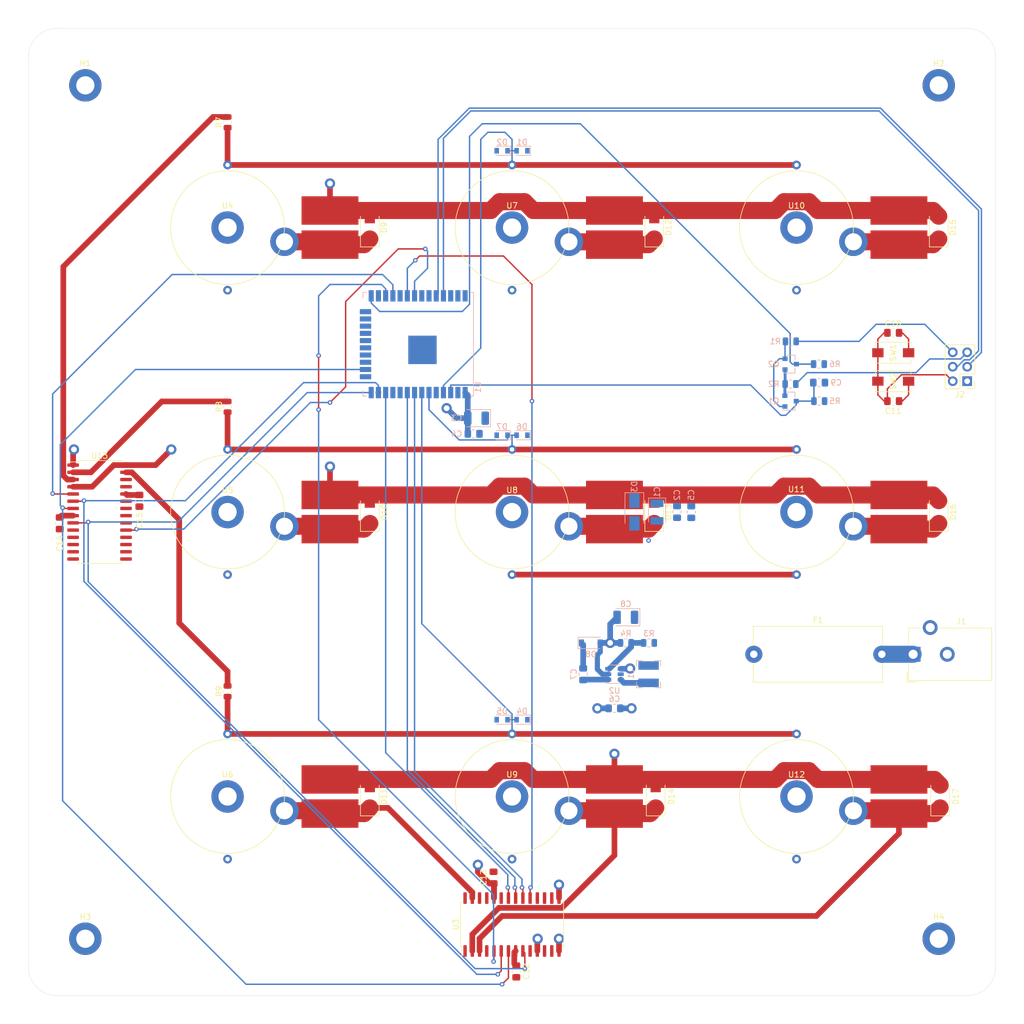
<source format=kicad_pcb>
(kicad_pcb (version 20171130) (host pcbnew 5.1.5)

  (general
    (thickness 1.6)
    (drawings 22)
    (tracks 444)
    (zones 0)
    (modules 66)
    (nets 39)
  )

  (page A3)
  (title_block
    (title E-Chessboard)
    (date 2020-03-02)
    (rev 0.1)
  )

  (layers
    (0 F.Cu signal)
    (1 In1.Cu power)
    (2 In2.Cu power)
    (31 B.Cu signal)
    (32 B.Adhes user)
    (33 F.Adhes user)
    (34 B.Paste user)
    (35 F.Paste user)
    (36 B.SilkS user)
    (37 F.SilkS user)
    (38 B.Mask user)
    (39 F.Mask user)
    (40 Dwgs.User user hide)
    (41 Cmts.User user hide)
    (42 Eco1.User user hide)
    (43 Eco2.User user hide)
    (44 Edge.Cuts user)
    (45 Margin user)
    (46 B.CrtYd user)
    (47 F.CrtYd user)
    (48 B.Fab user hide)
    (49 F.Fab user hide)
  )

  (setup
    (last_trace_width 1)
    (user_trace_width 0.5)
    (user_trace_width 1)
    (user_trace_width 3)
    (trace_clearance 0.2)
    (zone_clearance 0.508)
    (zone_45_only no)
    (trace_min 0.2)
    (via_size 0.8)
    (via_drill 0.4)
    (via_min_size 0.4)
    (via_min_drill 0.3)
    (user_via 0.8 0.5)
    (user_via 1.8 1)
    (user_via 5 3)
    (uvia_size 0.3)
    (uvia_drill 0.1)
    (uvias_allowed no)
    (uvia_min_size 0.2)
    (uvia_min_drill 0.1)
    (edge_width 0.05)
    (segment_width 0.2)
    (pcb_text_width 0.3)
    (pcb_text_size 1.5 1.5)
    (mod_edge_width 0.12)
    (mod_text_size 1 1)
    (mod_text_width 0.15)
    (pad_size 1.524 1.524)
    (pad_drill 0.762)
    (pad_to_mask_clearance 0.051)
    (solder_mask_min_width 0.25)
    (aux_axis_origin 0 0)
    (visible_elements FFFFFF7F)
    (pcbplotparams
      (layerselection 0x010fc_ffffffff)
      (usegerberextensions false)
      (usegerberattributes false)
      (usegerberadvancedattributes false)
      (creategerberjobfile false)
      (excludeedgelayer true)
      (linewidth 0.100000)
      (plotframeref false)
      (viasonmask false)
      (mode 1)
      (useauxorigin false)
      (hpglpennumber 1)
      (hpglpenspeed 20)
      (hpglpendiameter 15.000000)
      (psnegative false)
      (psa4output false)
      (plotreference true)
      (plotvalue true)
      (plotinvisibletext false)
      (padsonsilk false)
      (subtractmaskfromsilk false)
      (outputformat 1)
      (mirror false)
      (drillshape 1)
      (scaleselection 1)
      (outputdirectory ""))
  )

  (net 0 "")
  (net 1 +12V)
  (net 2 GND)
  (net 3 +3V3)
  (net 4 "Net-(C7-Pad1)")
  (net 5 "Net-(C7-Pad2)")
  (net 6 EN)
  (net 7 IO0)
  (net 8 LDR_ADC3)
  (net 9 LDR_ADC2)
  (net 10 LDR_ADC1)
  (net 11 MAG_ROW_1)
  (net 12 MAG_COL_1)
  (net 13 MAG_ROW_2)
  (net 14 MAG_ROW_3)
  (net 15 MAG_COL_2)
  (net 16 MAG_COL_3)
  (net 17 "Net-(F1-Pad2)")
  (net 18 UART_RX)
  (net 19 UART_TX)
  (net 20 RTS)
  (net 21 DTR)
  (net 22 "Net-(L1-Pad1)")
  (net 23 "Net-(Q1-Pad1)")
  (net 24 "Net-(Q1-Pad2)")
  (net 25 "Net-(R3-Pad2)")
  (net 26 LDR_ROW1)
  (net 27 LDR_ROW2)
  (net 28 LDR_ROW3)
  (net 29 MAG_PWM_ROW2)
  (net 30 MAG_PWM_ROW3)
  (net 31 MAG_PWM_ROW1)
  (net 32 SCLK)
  (net 33 MISO)
  (net 34 MOSI)
  (net 35 MAG_CS)
  (net 36 LDR_CS)
  (net 37 MAG_EN)
  (net 38 LDR_EN)

  (net_class Default "This is the default net class."
    (clearance 0.2)
    (trace_width 0.25)
    (via_dia 0.8)
    (via_drill 0.4)
    (uvia_dia 0.3)
    (uvia_drill 0.1)
    (add_net +12V)
    (add_net +3V3)
    (add_net DTR)
    (add_net EN)
    (add_net GND)
    (add_net IO0)
    (add_net LDR_ADC1)
    (add_net LDR_ADC2)
    (add_net LDR_ADC3)
    (add_net LDR_CS)
    (add_net LDR_EN)
    (add_net LDR_ROW1)
    (add_net LDR_ROW2)
    (add_net LDR_ROW3)
    (add_net MAG_COL_1)
    (add_net MAG_COL_2)
    (add_net MAG_COL_3)
    (add_net MAG_CS)
    (add_net MAG_EN)
    (add_net MAG_PWM_ROW1)
    (add_net MAG_PWM_ROW2)
    (add_net MAG_PWM_ROW3)
    (add_net MAG_ROW_1)
    (add_net MAG_ROW_2)
    (add_net MAG_ROW_3)
    (add_net MISO)
    (add_net MOSI)
    (add_net "Net-(C7-Pad1)")
    (add_net "Net-(C7-Pad2)")
    (add_net "Net-(F1-Pad2)")
    (add_net "Net-(L1-Pad1)")
    (add_net "Net-(Q1-Pad1)")
    (add_net "Net-(Q1-Pad2)")
    (add_net "Net-(R3-Pad2)")
    (add_net RTS)
    (add_net SCLK)
    (add_net UART_RX)
    (add_net UART_TX)
  )

  (module Capacitor_Tantalum_SMD:CP_EIA-3528-21_Kemet-B (layer B.Cu) (tedit 5B342532) (tstamp 5E5E3913)
    (at 160.5 135.005834 270)
    (descr "Tantalum Capacitor SMD Kemet-B (3528-21 Metric), IPC_7351 nominal, (Body size from: http://www.kemet.com/Lists/ProductCatalog/Attachments/253/KEM_TC101_STD.pdf), generated with kicad-footprint-generator")
    (tags "capacitor tantalum")
    (path /5E599FB4)
    (attr smd)
    (fp_text reference C1 (at -3.5 0 270) (layer B.SilkS)
      (effects (font (size 1 1) (thickness 0.15)) (justify mirror))
    )
    (fp_text value 10u (at 4 0 270) (layer B.Fab)
      (effects (font (size 1 1) (thickness 0.15)) (justify mirror))
    )
    (fp_line (start 1.75 1.4) (end -1.05 1.4) (layer B.Fab) (width 0.1))
    (fp_line (start -1.05 1.4) (end -1.75 0.7) (layer B.Fab) (width 0.1))
    (fp_line (start -1.75 0.7) (end -1.75 -1.4) (layer B.Fab) (width 0.1))
    (fp_line (start -1.75 -1.4) (end 1.75 -1.4) (layer B.Fab) (width 0.1))
    (fp_line (start 1.75 -1.4) (end 1.75 1.4) (layer B.Fab) (width 0.1))
    (fp_line (start 1.75 1.51) (end -2.46 1.51) (layer B.SilkS) (width 0.12))
    (fp_line (start -2.46 1.51) (end -2.46 -1.51) (layer B.SilkS) (width 0.12))
    (fp_line (start -2.46 -1.51) (end 1.75 -1.51) (layer B.SilkS) (width 0.12))
    (fp_line (start -2.45 -1.65) (end -2.45 1.65) (layer B.CrtYd) (width 0.05))
    (fp_line (start -2.45 1.65) (end 2.45 1.65) (layer B.CrtYd) (width 0.05))
    (fp_line (start 2.45 1.65) (end 2.45 -1.65) (layer B.CrtYd) (width 0.05))
    (fp_line (start 2.45 -1.65) (end -2.45 -1.65) (layer B.CrtYd) (width 0.05))
    (fp_text user %R (at 0 0 270) (layer B.Fab)
      (effects (font (size 0.88 0.88) (thickness 0.13)) (justify mirror))
    )
    (pad 1 smd roundrect (at -1.5375 0 270) (size 1.325 2.35) (layers B.Cu B.Paste B.Mask) (roundrect_rratio 0.188679)
      (net 1 +12V))
    (pad 2 smd roundrect (at 1.5375 0 270) (size 1.325 2.35) (layers B.Cu B.Paste B.Mask) (roundrect_rratio 0.188679)
      (net 2 GND))
    (model ${KISYS3DMOD}/Capacitor_Tantalum_SMD.3dshapes/CP_EIA-3528-21_Kemet-B.wrl
      (at (xyz 0 0 0))
      (scale (xyz 1 1 1))
      (rotate (xyz 0 0 0))
    )
  )

  (module Capacitor_SMD:C_0805_2012Metric_Pad1.15x1.40mm_HandSolder (layer B.Cu) (tedit 5B36C52B) (tstamp 5E5E3812)
    (at 164 134.975001 270)
    (descr "Capacitor SMD 0805 (2012 Metric), square (rectangular) end terminal, IPC_7351 nominal with elongated pad for handsoldering. (Body size source: https://docs.google.com/spreadsheets/d/1BsfQQcO9C6DZCsRaXUlFlo91Tg2WpOkGARC1WS5S8t0/edit?usp=sharing), generated with kicad-footprint-generator")
    (tags "capacitor handsolder")
    (path /5E599752)
    (attr smd)
    (fp_text reference C2 (at -2.975 0 270) (layer B.SilkS)
      (effects (font (size 1 1) (thickness 0.15)) (justify mirror))
    )
    (fp_text value 100n (at 4.025 0 270) (layer B.Fab)
      (effects (font (size 1 1) (thickness 0.15)) (justify mirror))
    )
    (fp_line (start -1 -0.6) (end -1 0.6) (layer B.Fab) (width 0.1))
    (fp_line (start -1 0.6) (end 1 0.6) (layer B.Fab) (width 0.1))
    (fp_line (start 1 0.6) (end 1 -0.6) (layer B.Fab) (width 0.1))
    (fp_line (start 1 -0.6) (end -1 -0.6) (layer B.Fab) (width 0.1))
    (fp_line (start -0.261252 0.71) (end 0.261252 0.71) (layer B.SilkS) (width 0.12))
    (fp_line (start -0.261252 -0.71) (end 0.261252 -0.71) (layer B.SilkS) (width 0.12))
    (fp_line (start -1.85 -0.95) (end -1.85 0.95) (layer B.CrtYd) (width 0.05))
    (fp_line (start -1.85 0.95) (end 1.85 0.95) (layer B.CrtYd) (width 0.05))
    (fp_line (start 1.85 0.95) (end 1.85 -0.95) (layer B.CrtYd) (width 0.05))
    (fp_line (start 1.85 -0.95) (end -1.85 -0.95) (layer B.CrtYd) (width 0.05))
    (fp_text user %R (at 0 0 270) (layer B.Fab)
      (effects (font (size 0.5 0.5) (thickness 0.08)) (justify mirror))
    )
    (pad 1 smd roundrect (at -1.025 0 270) (size 1.15 1.4) (layers B.Cu B.Paste B.Mask) (roundrect_rratio 0.217391)
      (net 1 +12V))
    (pad 2 smd roundrect (at 1.025 0 270) (size 1.15 1.4) (layers B.Cu B.Paste B.Mask) (roundrect_rratio 0.217391)
      (net 2 GND))
    (model ${KISYS3DMOD}/Capacitor_SMD.3dshapes/C_0805_2012Metric.wrl
      (at (xyz 0 0 0))
      (scale (xyz 1 1 1))
      (rotate (xyz 0 0 0))
    )
  )

  (module Capacitor_Tantalum_SMD:CP_EIA-3528-21_Kemet-B (layer B.Cu) (tedit 5B342532) (tstamp 5E5E362E)
    (at 128.75 118.5 180)
    (descr "Tantalum Capacitor SMD Kemet-B (3528-21 Metric), IPC_7351 nominal, (Body size from: http://www.kemet.com/Lists/ProductCatalog/Attachments/253/KEM_TC101_STD.pdf), generated with kicad-footprint-generator")
    (tags "capacitor tantalum")
    (path /5E97BCC6)
    (attr smd)
    (fp_text reference C3 (at 3.5 0) (layer B.SilkS)
      (effects (font (size 1 1) (thickness 0.15)) (justify mirror))
    )
    (fp_text value 10u (at -4 0) (layer B.Fab)
      (effects (font (size 1 1) (thickness 0.15)) (justify mirror))
    )
    (fp_line (start 1.75 1.4) (end -1.05 1.4) (layer B.Fab) (width 0.1))
    (fp_line (start -1.05 1.4) (end -1.75 0.7) (layer B.Fab) (width 0.1))
    (fp_line (start -1.75 0.7) (end -1.75 -1.4) (layer B.Fab) (width 0.1))
    (fp_line (start -1.75 -1.4) (end 1.75 -1.4) (layer B.Fab) (width 0.1))
    (fp_line (start 1.75 -1.4) (end 1.75 1.4) (layer B.Fab) (width 0.1))
    (fp_line (start 1.75 1.51) (end -2.46 1.51) (layer B.SilkS) (width 0.12))
    (fp_line (start -2.46 1.51) (end -2.46 -1.51) (layer B.SilkS) (width 0.12))
    (fp_line (start -2.46 -1.51) (end 1.75 -1.51) (layer B.SilkS) (width 0.12))
    (fp_line (start -2.45 -1.65) (end -2.45 1.65) (layer B.CrtYd) (width 0.05))
    (fp_line (start -2.45 1.65) (end 2.45 1.65) (layer B.CrtYd) (width 0.05))
    (fp_line (start 2.45 1.65) (end 2.45 -1.65) (layer B.CrtYd) (width 0.05))
    (fp_line (start 2.45 -1.65) (end -2.45 -1.65) (layer B.CrtYd) (width 0.05))
    (fp_text user %R (at 0 0) (layer B.Fab)
      (effects (font (size 0.88 0.88) (thickness 0.13)) (justify mirror))
    )
    (pad 1 smd roundrect (at -1.5375 0 180) (size 1.325 2.35) (layers B.Cu B.Paste B.Mask) (roundrect_rratio 0.188679)
      (net 3 +3V3))
    (pad 2 smd roundrect (at 1.5375 0 180) (size 1.325 2.35) (layers B.Cu B.Paste B.Mask) (roundrect_rratio 0.188679)
      (net 2 GND))
    (model ${KISYS3DMOD}/Capacitor_Tantalum_SMD.3dshapes/CP_EIA-3528-21_Kemet-B.wrl
      (at (xyz 0 0 0))
      (scale (xyz 1 1 1))
      (rotate (xyz 0 0 0))
    )
  )

  (module Capacitor_SMD:C_0805_2012Metric_Pad1.15x1.40mm_HandSolder (layer B.Cu) (tedit 5B36C52B) (tstamp 5E5E3A13)
    (at 128.25 121.25)
    (descr "Capacitor SMD 0805 (2012 Metric), square (rectangular) end terminal, IPC_7351 nominal with elongated pad for handsoldering. (Body size source: https://docs.google.com/spreadsheets/d/1BsfQQcO9C6DZCsRaXUlFlo91Tg2WpOkGARC1WS5S8t0/edit?usp=sharing), generated with kicad-footprint-generator")
    (tags "capacitor handsolder")
    (path /5E97A579)
    (attr smd)
    (fp_text reference C4 (at -3 0) (layer B.SilkS)
      (effects (font (size 1 1) (thickness 0.15)) (justify mirror))
    )
    (fp_text value 100n (at 4 0) (layer B.Fab)
      (effects (font (size 1 1) (thickness 0.15)) (justify mirror))
    )
    (fp_text user %R (at 0 0) (layer B.Fab)
      (effects (font (size 0.5 0.5) (thickness 0.08)) (justify mirror))
    )
    (fp_line (start 1.85 -0.95) (end -1.85 -0.95) (layer B.CrtYd) (width 0.05))
    (fp_line (start 1.85 0.95) (end 1.85 -0.95) (layer B.CrtYd) (width 0.05))
    (fp_line (start -1.85 0.95) (end 1.85 0.95) (layer B.CrtYd) (width 0.05))
    (fp_line (start -1.85 -0.95) (end -1.85 0.95) (layer B.CrtYd) (width 0.05))
    (fp_line (start -0.261252 -0.71) (end 0.261252 -0.71) (layer B.SilkS) (width 0.12))
    (fp_line (start -0.261252 0.71) (end 0.261252 0.71) (layer B.SilkS) (width 0.12))
    (fp_line (start 1 -0.6) (end -1 -0.6) (layer B.Fab) (width 0.1))
    (fp_line (start 1 0.6) (end 1 -0.6) (layer B.Fab) (width 0.1))
    (fp_line (start -1 0.6) (end 1 0.6) (layer B.Fab) (width 0.1))
    (fp_line (start -1 -0.6) (end -1 0.6) (layer B.Fab) (width 0.1))
    (pad 2 smd roundrect (at 1.025 0) (size 1.15 1.4) (layers B.Cu B.Paste B.Mask) (roundrect_rratio 0.217391)
      (net 3 +3V3))
    (pad 1 smd roundrect (at -1.025 0) (size 1.15 1.4) (layers B.Cu B.Paste B.Mask) (roundrect_rratio 0.217391)
      (net 2 GND))
    (model ${KISYS3DMOD}/Capacitor_SMD.3dshapes/C_0805_2012Metric.wrl
      (at (xyz 0 0 0))
      (scale (xyz 1 1 1))
      (rotate (xyz 0 0 0))
    )
  )

  (module Capacitor_SMD:C_0805_2012Metric_Pad1.15x1.40mm_HandSolder (layer B.Cu) (tedit 5B36C52B) (tstamp 5E5E305F)
    (at 166.5 134.991667 270)
    (descr "Capacitor SMD 0805 (2012 Metric), square (rectangular) end terminal, IPC_7351 nominal with elongated pad for handsoldering. (Body size source: https://docs.google.com/spreadsheets/d/1BsfQQcO9C6DZCsRaXUlFlo91Tg2WpOkGARC1WS5S8t0/edit?usp=sharing), generated with kicad-footprint-generator")
    (tags "capacitor handsolder")
    (path /5E59B30B)
    (attr smd)
    (fp_text reference C5 (at -2.991667 0 270) (layer B.SilkS)
      (effects (font (size 1 1) (thickness 0.15)) (justify mirror))
    )
    (fp_text value 10n (at 3.5 0 270) (layer B.Fab)
      (effects (font (size 1 1) (thickness 0.15)) (justify mirror))
    )
    (fp_line (start -1 -0.6) (end -1 0.6) (layer B.Fab) (width 0.1))
    (fp_line (start -1 0.6) (end 1 0.6) (layer B.Fab) (width 0.1))
    (fp_line (start 1 0.6) (end 1 -0.6) (layer B.Fab) (width 0.1))
    (fp_line (start 1 -0.6) (end -1 -0.6) (layer B.Fab) (width 0.1))
    (fp_line (start -0.261252 0.71) (end 0.261252 0.71) (layer B.SilkS) (width 0.12))
    (fp_line (start -0.261252 -0.71) (end 0.261252 -0.71) (layer B.SilkS) (width 0.12))
    (fp_line (start -1.85 -0.95) (end -1.85 0.95) (layer B.CrtYd) (width 0.05))
    (fp_line (start -1.85 0.95) (end 1.85 0.95) (layer B.CrtYd) (width 0.05))
    (fp_line (start 1.85 0.95) (end 1.85 -0.95) (layer B.CrtYd) (width 0.05))
    (fp_line (start 1.85 -0.95) (end -1.85 -0.95) (layer B.CrtYd) (width 0.05))
    (fp_text user %R (at 0 0 270) (layer B.Fab)
      (effects (font (size 0.5 0.5) (thickness 0.08)) (justify mirror))
    )
    (pad 1 smd roundrect (at -1.025 0 270) (size 1.15 1.4) (layers B.Cu B.Paste B.Mask) (roundrect_rratio 0.217391)
      (net 1 +12V))
    (pad 2 smd roundrect (at 1.025 0 270) (size 1.15 1.4) (layers B.Cu B.Paste B.Mask) (roundrect_rratio 0.217391)
      (net 2 GND))
    (model ${KISYS3DMOD}/Capacitor_SMD.3dshapes/C_0805_2012Metric.wrl
      (at (xyz 0 0 0))
      (scale (xyz 1 1 1))
      (rotate (xyz 0 0 0))
    )
  )

  (module Capacitor_SMD:C_0805_2012Metric_Pad1.15x1.40mm_HandSolder (layer B.Cu) (tedit 5B36C52B) (tstamp 5E5E2F1B)
    (at 153 169.5 180)
    (descr "Capacitor SMD 0805 (2012 Metric), square (rectangular) end terminal, IPC_7351 nominal with elongated pad for handsoldering. (Body size source: https://docs.google.com/spreadsheets/d/1BsfQQcO9C6DZCsRaXUlFlo91Tg2WpOkGARC1WS5S8t0/edit?usp=sharing), generated with kicad-footprint-generator")
    (tags "capacitor handsolder")
    (path /5E5B8C4E)
    (attr smd)
    (fp_text reference C6 (at 0 1.65) (layer B.SilkS)
      (effects (font (size 1 1) (thickness 0.15)) (justify mirror))
    )
    (fp_text value 4.7u (at 0 -1.65) (layer B.Fab)
      (effects (font (size 1 1) (thickness 0.15)) (justify mirror))
    )
    (fp_text user %R (at 0 0) (layer B.Fab)
      (effects (font (size 0.5 0.5) (thickness 0.08)) (justify mirror))
    )
    (fp_line (start 1.85 -0.95) (end -1.85 -0.95) (layer B.CrtYd) (width 0.05))
    (fp_line (start 1.85 0.95) (end 1.85 -0.95) (layer B.CrtYd) (width 0.05))
    (fp_line (start -1.85 0.95) (end 1.85 0.95) (layer B.CrtYd) (width 0.05))
    (fp_line (start -1.85 -0.95) (end -1.85 0.95) (layer B.CrtYd) (width 0.05))
    (fp_line (start -0.261252 -0.71) (end 0.261252 -0.71) (layer B.SilkS) (width 0.12))
    (fp_line (start -0.261252 0.71) (end 0.261252 0.71) (layer B.SilkS) (width 0.12))
    (fp_line (start 1 -0.6) (end -1 -0.6) (layer B.Fab) (width 0.1))
    (fp_line (start 1 0.6) (end 1 -0.6) (layer B.Fab) (width 0.1))
    (fp_line (start -1 0.6) (end 1 0.6) (layer B.Fab) (width 0.1))
    (fp_line (start -1 -0.6) (end -1 0.6) (layer B.Fab) (width 0.1))
    (pad 2 smd roundrect (at 1.025 0 180) (size 1.15 1.4) (layers B.Cu B.Paste B.Mask) (roundrect_rratio 0.217391)
      (net 2 GND))
    (pad 1 smd roundrect (at -1.025 0 180) (size 1.15 1.4) (layers B.Cu B.Paste B.Mask) (roundrect_rratio 0.217391)
      (net 1 +12V))
    (model ${KISYS3DMOD}/Capacitor_SMD.3dshapes/C_0805_2012Metric.wrl
      (at (xyz 0 0 0))
      (scale (xyz 1 1 1))
      (rotate (xyz 0 0 0))
    )
  )

  (module Capacitor_SMD:C_0805_2012Metric_Pad1.15x1.40mm_HandSolder (layer B.Cu) (tedit 5B36C52B) (tstamp 5E5E32F9)
    (at 147.5 163.5 270)
    (descr "Capacitor SMD 0805 (2012 Metric), square (rectangular) end terminal, IPC_7351 nominal with elongated pad for handsoldering. (Body size source: https://docs.google.com/spreadsheets/d/1BsfQQcO9C6DZCsRaXUlFlo91Tg2WpOkGARC1WS5S8t0/edit?usp=sharing), generated with kicad-footprint-generator")
    (tags "capacitor handsolder")
    (path /5E5BD981)
    (attr smd)
    (fp_text reference C7 (at 0 1.65 270) (layer B.SilkS)
      (effects (font (size 1 1) (thickness 0.15)) (justify mirror))
    )
    (fp_text value 10n (at 0 -1.65 270) (layer B.Fab)
      (effects (font (size 1 1) (thickness 0.15)) (justify mirror))
    )
    (fp_line (start -1 -0.6) (end -1 0.6) (layer B.Fab) (width 0.1))
    (fp_line (start -1 0.6) (end 1 0.6) (layer B.Fab) (width 0.1))
    (fp_line (start 1 0.6) (end 1 -0.6) (layer B.Fab) (width 0.1))
    (fp_line (start 1 -0.6) (end -1 -0.6) (layer B.Fab) (width 0.1))
    (fp_line (start -0.261252 0.71) (end 0.261252 0.71) (layer B.SilkS) (width 0.12))
    (fp_line (start -0.261252 -0.71) (end 0.261252 -0.71) (layer B.SilkS) (width 0.12))
    (fp_line (start -1.85 -0.95) (end -1.85 0.95) (layer B.CrtYd) (width 0.05))
    (fp_line (start -1.85 0.95) (end 1.85 0.95) (layer B.CrtYd) (width 0.05))
    (fp_line (start 1.85 0.95) (end 1.85 -0.95) (layer B.CrtYd) (width 0.05))
    (fp_line (start 1.85 -0.95) (end -1.85 -0.95) (layer B.CrtYd) (width 0.05))
    (fp_text user %R (at 0 0 270) (layer B.Fab)
      (effects (font (size 0.5 0.5) (thickness 0.08)) (justify mirror))
    )
    (pad 1 smd roundrect (at -1.025 0 270) (size 1.15 1.4) (layers B.Cu B.Paste B.Mask) (roundrect_rratio 0.217391)
      (net 4 "Net-(C7-Pad1)"))
    (pad 2 smd roundrect (at 1.025 0 270) (size 1.15 1.4) (layers B.Cu B.Paste B.Mask) (roundrect_rratio 0.217391)
      (net 5 "Net-(C7-Pad2)"))
    (model ${KISYS3DMOD}/Capacitor_SMD.3dshapes/C_0805_2012Metric.wrl
      (at (xyz 0 0 0))
      (scale (xyz 1 1 1))
      (rotate (xyz 0 0 0))
    )
  )

  (module Capacitor_Tantalum_SMD:CP_EIA-3528-21_Kemet-B (layer B.Cu) (tedit 5B342532) (tstamp 5E5E37DE)
    (at 155 153.5 180)
    (descr "Tantalum Capacitor SMD Kemet-B (3528-21 Metric), IPC_7351 nominal, (Body size from: http://www.kemet.com/Lists/ProductCatalog/Attachments/253/KEM_TC101_STD.pdf), generated with kicad-footprint-generator")
    (tags "capacitor tantalum")
    (path /5E5BFB98)
    (attr smd)
    (fp_text reference C8 (at 0 2.35) (layer B.SilkS)
      (effects (font (size 1 1) (thickness 0.15)) (justify mirror))
    )
    (fp_text value 10u (at 0 -2.35) (layer B.Fab)
      (effects (font (size 1 1) (thickness 0.15)) (justify mirror))
    )
    (fp_text user %R (at 0 0) (layer B.Fab)
      (effects (font (size 0.88 0.88) (thickness 0.13)) (justify mirror))
    )
    (fp_line (start 2.45 -1.65) (end -2.45 -1.65) (layer B.CrtYd) (width 0.05))
    (fp_line (start 2.45 1.65) (end 2.45 -1.65) (layer B.CrtYd) (width 0.05))
    (fp_line (start -2.45 1.65) (end 2.45 1.65) (layer B.CrtYd) (width 0.05))
    (fp_line (start -2.45 -1.65) (end -2.45 1.65) (layer B.CrtYd) (width 0.05))
    (fp_line (start -2.46 -1.51) (end 1.75 -1.51) (layer B.SilkS) (width 0.12))
    (fp_line (start -2.46 1.51) (end -2.46 -1.51) (layer B.SilkS) (width 0.12))
    (fp_line (start 1.75 1.51) (end -2.46 1.51) (layer B.SilkS) (width 0.12))
    (fp_line (start 1.75 -1.4) (end 1.75 1.4) (layer B.Fab) (width 0.1))
    (fp_line (start -1.75 -1.4) (end 1.75 -1.4) (layer B.Fab) (width 0.1))
    (fp_line (start -1.75 0.7) (end -1.75 -1.4) (layer B.Fab) (width 0.1))
    (fp_line (start -1.05 1.4) (end -1.75 0.7) (layer B.Fab) (width 0.1))
    (fp_line (start 1.75 1.4) (end -1.05 1.4) (layer B.Fab) (width 0.1))
    (pad 2 smd roundrect (at 1.5375 0 180) (size 1.325 2.35) (layers B.Cu B.Paste B.Mask) (roundrect_rratio 0.188679)
      (net 2 GND))
    (pad 1 smd roundrect (at -1.5375 0 180) (size 1.325 2.35) (layers B.Cu B.Paste B.Mask) (roundrect_rratio 0.188679)
      (net 3 +3V3))
    (model ${KISYS3DMOD}/Capacitor_Tantalum_SMD.3dshapes/CP_EIA-3528-21_Kemet-B.wrl
      (at (xyz 0 0 0))
      (scale (xyz 1 1 1))
      (rotate (xyz 0 0 0))
    )
  )

  (module Capacitor_SMD:C_0805_2012Metric_Pad1.15x1.40mm_HandSolder (layer B.Cu) (tedit 5B36C52B) (tstamp 5E5E2CDE)
    (at 188.96875 112.25)
    (descr "Capacitor SMD 0805 (2012 Metric), square (rectangular) end terminal, IPC_7351 nominal with elongated pad for handsoldering. (Body size source: https://docs.google.com/spreadsheets/d/1BsfQQcO9C6DZCsRaXUlFlo91Tg2WpOkGARC1WS5S8t0/edit?usp=sharing), generated with kicad-footprint-generator")
    (tags "capacitor handsolder")
    (path /5E894FC9)
    (attr smd)
    (fp_text reference C9 (at 3 0) (layer B.SilkS)
      (effects (font (size 1 1) (thickness 0.15)) (justify mirror))
    )
    (fp_text value 100nF (at 0 -1.65) (layer B.Fab)
      (effects (font (size 1 1) (thickness 0.15)) (justify mirror))
    )
    (fp_text user %R (at 0 0) (layer B.Fab)
      (effects (font (size 0.5 0.5) (thickness 0.08)) (justify mirror))
    )
    (fp_line (start 1.85 -0.95) (end -1.85 -0.95) (layer B.CrtYd) (width 0.05))
    (fp_line (start 1.85 0.95) (end 1.85 -0.95) (layer B.CrtYd) (width 0.05))
    (fp_line (start -1.85 0.95) (end 1.85 0.95) (layer B.CrtYd) (width 0.05))
    (fp_line (start -1.85 -0.95) (end -1.85 0.95) (layer B.CrtYd) (width 0.05))
    (fp_line (start -0.261252 -0.71) (end 0.261252 -0.71) (layer B.SilkS) (width 0.12))
    (fp_line (start -0.261252 0.71) (end 0.261252 0.71) (layer B.SilkS) (width 0.12))
    (fp_line (start 1 -0.6) (end -1 -0.6) (layer B.Fab) (width 0.1))
    (fp_line (start 1 0.6) (end 1 -0.6) (layer B.Fab) (width 0.1))
    (fp_line (start -1 0.6) (end 1 0.6) (layer B.Fab) (width 0.1))
    (fp_line (start -1 -0.6) (end -1 0.6) (layer B.Fab) (width 0.1))
    (pad 2 smd roundrect (at 1.025 0) (size 1.15 1.4) (layers B.Cu B.Paste B.Mask) (roundrect_rratio 0.217391)
      (net 2 GND))
    (pad 1 smd roundrect (at -1.025 0) (size 1.15 1.4) (layers B.Cu B.Paste B.Mask) (roundrect_rratio 0.217391)
      (net 6 EN))
    (model ${KISYS3DMOD}/Capacitor_SMD.3dshapes/C_0805_2012Metric.wrl
      (at (xyz 0 0 0))
      (scale (xyz 1 1 1))
      (rotate (xyz 0 0 0))
    )
  )

  (module Capacitor_SMD:C_0805_2012Metric_Pad1.15x1.40mm_HandSolder (layer F.Cu) (tedit 5B36C52B) (tstamp 5E5E67DF)
    (at 202 103.5)
    (descr "Capacitor SMD 0805 (2012 Metric), square (rectangular) end terminal, IPC_7351 nominal with elongated pad for handsoldering. (Body size source: https://docs.google.com/spreadsheets/d/1BsfQQcO9C6DZCsRaXUlFlo91Tg2WpOkGARC1WS5S8t0/edit?usp=sharing), generated with kicad-footprint-generator")
    (tags "capacitor handsolder")
    (path /5EC99E90)
    (attr smd)
    (fp_text reference C10 (at 0 -1.65) (layer F.SilkS)
      (effects (font (size 1 1) (thickness 0.15)))
    )
    (fp_text value 100nF (at 0 1.65) (layer F.Fab)
      (effects (font (size 1 1) (thickness 0.15)))
    )
    (fp_text user %R (at 0 0) (layer F.Fab)
      (effects (font (size 0.5 0.5) (thickness 0.08)))
    )
    (fp_line (start 1.85 0.95) (end -1.85 0.95) (layer F.CrtYd) (width 0.05))
    (fp_line (start 1.85 -0.95) (end 1.85 0.95) (layer F.CrtYd) (width 0.05))
    (fp_line (start -1.85 -0.95) (end 1.85 -0.95) (layer F.CrtYd) (width 0.05))
    (fp_line (start -1.85 0.95) (end -1.85 -0.95) (layer F.CrtYd) (width 0.05))
    (fp_line (start -0.261252 0.71) (end 0.261252 0.71) (layer F.SilkS) (width 0.12))
    (fp_line (start -0.261252 -0.71) (end 0.261252 -0.71) (layer F.SilkS) (width 0.12))
    (fp_line (start 1 0.6) (end -1 0.6) (layer F.Fab) (width 0.1))
    (fp_line (start 1 -0.6) (end 1 0.6) (layer F.Fab) (width 0.1))
    (fp_line (start -1 -0.6) (end 1 -0.6) (layer F.Fab) (width 0.1))
    (fp_line (start -1 0.6) (end -1 -0.6) (layer F.Fab) (width 0.1))
    (pad 2 smd roundrect (at 1.025 0) (size 1.15 1.4) (layers F.Cu F.Paste F.Mask) (roundrect_rratio 0.217391)
      (net 6 EN))
    (pad 1 smd roundrect (at -1.025 0) (size 1.15 1.4) (layers F.Cu F.Paste F.Mask) (roundrect_rratio 0.217391)
      (net 2 GND))
    (model ${KISYS3DMOD}/Capacitor_SMD.3dshapes/C_0805_2012Metric.wrl
      (at (xyz 0 0 0))
      (scale (xyz 1 1 1))
      (rotate (xyz 0 0 0))
    )
  )

  (module Capacitor_SMD:C_0805_2012Metric_Pad1.15x1.40mm_HandSolder (layer F.Cu) (tedit 5B36C52B) (tstamp 5E5E67AF)
    (at 202 115.5)
    (descr "Capacitor SMD 0805 (2012 Metric), square (rectangular) end terminal, IPC_7351 nominal with elongated pad for handsoldering. (Body size source: https://docs.google.com/spreadsheets/d/1BsfQQcO9C6DZCsRaXUlFlo91Tg2WpOkGARC1WS5S8t0/edit?usp=sharing), generated with kicad-footprint-generator")
    (tags "capacitor handsolder")
    (path /5E8C20BF)
    (attr smd)
    (fp_text reference C11 (at 0 1.75) (layer F.SilkS)
      (effects (font (size 1 1) (thickness 0.15)))
    )
    (fp_text value 100nF (at 0 1.65) (layer F.Fab)
      (effects (font (size 1 1) (thickness 0.15)))
    )
    (fp_line (start -1 0.6) (end -1 -0.6) (layer F.Fab) (width 0.1))
    (fp_line (start -1 -0.6) (end 1 -0.6) (layer F.Fab) (width 0.1))
    (fp_line (start 1 -0.6) (end 1 0.6) (layer F.Fab) (width 0.1))
    (fp_line (start 1 0.6) (end -1 0.6) (layer F.Fab) (width 0.1))
    (fp_line (start -0.261252 -0.71) (end 0.261252 -0.71) (layer F.SilkS) (width 0.12))
    (fp_line (start -0.261252 0.71) (end 0.261252 0.71) (layer F.SilkS) (width 0.12))
    (fp_line (start -1.85 0.95) (end -1.85 -0.95) (layer F.CrtYd) (width 0.05))
    (fp_line (start -1.85 -0.95) (end 1.85 -0.95) (layer F.CrtYd) (width 0.05))
    (fp_line (start 1.85 -0.95) (end 1.85 0.95) (layer F.CrtYd) (width 0.05))
    (fp_line (start 1.85 0.95) (end -1.85 0.95) (layer F.CrtYd) (width 0.05))
    (fp_text user %R (at 0 0) (layer F.Fab)
      (effects (font (size 0.5 0.5) (thickness 0.08)))
    )
    (pad 1 smd roundrect (at -1.025 0) (size 1.15 1.4) (layers F.Cu F.Paste F.Mask) (roundrect_rratio 0.217391)
      (net 2 GND))
    (pad 2 smd roundrect (at 1.025 0) (size 1.15 1.4) (layers F.Cu F.Paste F.Mask) (roundrect_rratio 0.217391)
      (net 7 IO0))
    (model ${KISYS3DMOD}/Capacitor_SMD.3dshapes/C_0805_2012Metric.wrl
      (at (xyz 0 0 0))
      (scale (xyz 1 1 1))
      (rotate (xyz 0 0 0))
    )
  )

  (module Capacitor_SMD:C_0805_2012Metric_Pad1.15x1.40mm_HandSolder (layer F.Cu) (tedit 5B36C52B) (tstamp 5E5E5F0F)
    (at 135.75 215.75 90)
    (descr "Capacitor SMD 0805 (2012 Metric), square (rectangular) end terminal, IPC_7351 nominal with elongated pad for handsoldering. (Body size source: https://docs.google.com/spreadsheets/d/1BsfQQcO9C6DZCsRaXUlFlo91Tg2WpOkGARC1WS5S8t0/edit?usp=sharing), generated with kicad-footprint-generator")
    (tags "capacitor handsolder")
    (path /5E6A2D82)
    (attr smd)
    (fp_text reference C12 (at 0 1.75 90) (layer F.SilkS)
      (effects (font (size 1 1) (thickness 0.15)))
    )
    (fp_text value 100n (at -3.525 0 90) (layer F.Fab)
      (effects (font (size 1 1) (thickness 0.15)))
    )
    (fp_line (start -1 0.6) (end -1 -0.6) (layer F.Fab) (width 0.1))
    (fp_line (start -1 -0.6) (end 1 -0.6) (layer F.Fab) (width 0.1))
    (fp_line (start 1 -0.6) (end 1 0.6) (layer F.Fab) (width 0.1))
    (fp_line (start 1 0.6) (end -1 0.6) (layer F.Fab) (width 0.1))
    (fp_line (start -0.261252 -0.71) (end 0.261252 -0.71) (layer F.SilkS) (width 0.12))
    (fp_line (start -0.261252 0.71) (end 0.261252 0.71) (layer F.SilkS) (width 0.12))
    (fp_line (start -1.85 0.95) (end -1.85 -0.95) (layer F.CrtYd) (width 0.05))
    (fp_line (start -1.85 -0.95) (end 1.85 -0.95) (layer F.CrtYd) (width 0.05))
    (fp_line (start 1.85 -0.95) (end 1.85 0.95) (layer F.CrtYd) (width 0.05))
    (fp_line (start 1.85 0.95) (end -1.85 0.95) (layer F.CrtYd) (width 0.05))
    (fp_text user %R (at 0 0 90) (layer F.Fab)
      (effects (font (size 0.5 0.5) (thickness 0.08)))
    )
    (pad 1 smd roundrect (at -1.025 0 90) (size 1.15 1.4) (layers F.Cu F.Paste F.Mask) (roundrect_rratio 0.217391)
      (net 2 GND))
    (pad 2 smd roundrect (at 1.025 0 90) (size 1.15 1.4) (layers F.Cu F.Paste F.Mask) (roundrect_rratio 0.217391)
      (net 3 +3V3))
    (model ${KISYS3DMOD}/Capacitor_SMD.3dshapes/C_0805_2012Metric.wrl
      (at (xyz 0 0 0))
      (scale (xyz 1 1 1))
      (rotate (xyz 0 0 0))
    )
  )

  (module Capacitor_SMD:C_0805_2012Metric_Pad1.15x1.40mm_HandSolder (layer F.Cu) (tedit 5B36C52B) (tstamp 5E5E5F3F)
    (at 131.75 199.25 270)
    (descr "Capacitor SMD 0805 (2012 Metric), square (rectangular) end terminal, IPC_7351 nominal with elongated pad for handsoldering. (Body size source: https://docs.google.com/spreadsheets/d/1BsfQQcO9C6DZCsRaXUlFlo91Tg2WpOkGARC1WS5S8t0/edit?usp=sharing), generated with kicad-footprint-generator")
    (tags "capacitor handsolder")
    (path /5E6A8891)
    (attr smd)
    (fp_text reference C13 (at 0 1.75 90) (layer F.SilkS)
      (effects (font (size 1 1) (thickness 0.15)))
    )
    (fp_text value 100nF (at -4 0 90) (layer F.Fab)
      (effects (font (size 1 1) (thickness 0.15)))
    )
    (fp_text user %R (at 1 0.25 90) (layer F.Fab)
      (effects (font (size 0.5 0.5) (thickness 0.08)))
    )
    (fp_line (start 1.85 0.95) (end -1.85 0.95) (layer F.CrtYd) (width 0.05))
    (fp_line (start 1.85 -0.95) (end 1.85 0.95) (layer F.CrtYd) (width 0.05))
    (fp_line (start -1.85 -0.95) (end 1.85 -0.95) (layer F.CrtYd) (width 0.05))
    (fp_line (start -1.85 0.95) (end -1.85 -0.95) (layer F.CrtYd) (width 0.05))
    (fp_line (start -0.261252 0.71) (end 0.261252 0.71) (layer F.SilkS) (width 0.12))
    (fp_line (start -0.261252 -0.71) (end 0.261252 -0.71) (layer F.SilkS) (width 0.12))
    (fp_line (start 1 0.6) (end -1 0.6) (layer F.Fab) (width 0.1))
    (fp_line (start 1 -0.6) (end 1 0.6) (layer F.Fab) (width 0.1))
    (fp_line (start -1 -0.6) (end 1 -0.6) (layer F.Fab) (width 0.1))
    (fp_line (start -1 0.6) (end -1 -0.6) (layer F.Fab) (width 0.1))
    (pad 2 smd roundrect (at 1.025 0 270) (size 1.15 1.4) (layers F.Cu F.Paste F.Mask) (roundrect_rratio 0.217391)
      (net 1 +12V))
    (pad 1 smd roundrect (at -1.025 0 270) (size 1.15 1.4) (layers F.Cu F.Paste F.Mask) (roundrect_rratio 0.217391)
      (net 2 GND))
    (model ${KISYS3DMOD}/Capacitor_SMD.3dshapes/C_0805_2012Metric.wrl
      (at (xyz 0 0 0))
      (scale (xyz 1 1 1))
      (rotate (xyz 0 0 0))
    )
  )

  (module Capacitor_SMD:C_0805_2012Metric_Pad1.15x1.40mm_HandSolder (layer F.Cu) (tedit 5B36C52B) (tstamp 5E5E3B4E)
    (at 55.5 136.975 90)
    (descr "Capacitor SMD 0805 (2012 Metric), square (rectangular) end terminal, IPC_7351 nominal with elongated pad for handsoldering. (Body size source: https://docs.google.com/spreadsheets/d/1BsfQQcO9C6DZCsRaXUlFlo91Tg2WpOkGARC1WS5S8t0/edit?usp=sharing), generated with kicad-footprint-generator")
    (tags "capacitor handsolder")
    (path /5F509782)
    (attr smd)
    (fp_text reference C14 (at -3.525 0 90) (layer F.SilkS)
      (effects (font (size 1 1) (thickness 0.15)))
    )
    (fp_text value 100n (at 3.975 0 90) (layer F.Fab)
      (effects (font (size 1 1) (thickness 0.15)))
    )
    (fp_line (start -1 0.6) (end -1 -0.6) (layer F.Fab) (width 0.1))
    (fp_line (start -1 -0.6) (end 1 -0.6) (layer F.Fab) (width 0.1))
    (fp_line (start 1 -0.6) (end 1 0.6) (layer F.Fab) (width 0.1))
    (fp_line (start 1 0.6) (end -1 0.6) (layer F.Fab) (width 0.1))
    (fp_line (start -0.261252 -0.71) (end 0.261252 -0.71) (layer F.SilkS) (width 0.12))
    (fp_line (start -0.261252 0.71) (end 0.261252 0.71) (layer F.SilkS) (width 0.12))
    (fp_line (start -1.85 0.95) (end -1.85 -0.95) (layer F.CrtYd) (width 0.05))
    (fp_line (start -1.85 -0.95) (end 1.85 -0.95) (layer F.CrtYd) (width 0.05))
    (fp_line (start 1.85 -0.95) (end 1.85 0.95) (layer F.CrtYd) (width 0.05))
    (fp_line (start 1.85 0.95) (end -1.85 0.95) (layer F.CrtYd) (width 0.05))
    (fp_text user %R (at 0 0 90) (layer F.Fab)
      (effects (font (size 0.5 0.5) (thickness 0.08)))
    )
    (pad 1 smd roundrect (at -1.025 0 90) (size 1.15 1.4) (layers F.Cu F.Paste F.Mask) (roundrect_rratio 0.217391)
      (net 2 GND))
    (pad 2 smd roundrect (at 1.025 0 90) (size 1.15 1.4) (layers F.Cu F.Paste F.Mask) (roundrect_rratio 0.217391)
      (net 3 +3V3))
    (model ${KISYS3DMOD}/Capacitor_SMD.3dshapes/C_0805_2012Metric.wrl
      (at (xyz 0 0 0))
      (scale (xyz 1 1 1))
      (rotate (xyz 0 0 0))
    )
  )

  (module Capacitor_SMD:C_0805_2012Metric_Pad1.15x1.40mm_HandSolder (layer F.Cu) (tedit 5B36C52B) (tstamp 5E5E316A)
    (at 69.5 133.025 90)
    (descr "Capacitor SMD 0805 (2012 Metric), square (rectangular) end terminal, IPC_7351 nominal with elongated pad for handsoldering. (Body size source: https://docs.google.com/spreadsheets/d/1BsfQQcO9C6DZCsRaXUlFlo91Tg2WpOkGARC1WS5S8t0/edit?usp=sharing), generated with kicad-footprint-generator")
    (tags "capacitor handsolder")
    (path /5F4E88FF)
    (attr smd)
    (fp_text reference C15 (at -3.475 0 90) (layer F.SilkS)
      (effects (font (size 1 1) (thickness 0.15)))
    )
    (fp_text value 100nF (at 4.025 0 90) (layer F.Fab)
      (effects (font (size 1 1) (thickness 0.15)))
    )
    (fp_text user %R (at 0 0 90) (layer F.Fab)
      (effects (font (size 0.5 0.5) (thickness 0.08)))
    )
    (fp_line (start 1.85 0.95) (end -1.85 0.95) (layer F.CrtYd) (width 0.05))
    (fp_line (start 1.85 -0.95) (end 1.85 0.95) (layer F.CrtYd) (width 0.05))
    (fp_line (start -1.85 -0.95) (end 1.85 -0.95) (layer F.CrtYd) (width 0.05))
    (fp_line (start -1.85 0.95) (end -1.85 -0.95) (layer F.CrtYd) (width 0.05))
    (fp_line (start -0.261252 0.71) (end 0.261252 0.71) (layer F.SilkS) (width 0.12))
    (fp_line (start -0.261252 -0.71) (end 0.261252 -0.71) (layer F.SilkS) (width 0.12))
    (fp_line (start 1 0.6) (end -1 0.6) (layer F.Fab) (width 0.1))
    (fp_line (start 1 -0.6) (end 1 0.6) (layer F.Fab) (width 0.1))
    (fp_line (start -1 -0.6) (end 1 -0.6) (layer F.Fab) (width 0.1))
    (fp_line (start -1 0.6) (end -1 -0.6) (layer F.Fab) (width 0.1))
    (pad 2 smd roundrect (at 1.025 0 90) (size 1.15 1.4) (layers F.Cu F.Paste F.Mask) (roundrect_rratio 0.217391)
      (net 1 +12V))
    (pad 1 smd roundrect (at -1.025 0 90) (size 1.15 1.4) (layers F.Cu F.Paste F.Mask) (roundrect_rratio 0.217391)
      (net 2 GND))
    (model ${KISYS3DMOD}/Capacitor_SMD.3dshapes/C_0805_2012Metric.wrl
      (at (xyz 0 0 0))
      (scale (xyz 1 1 1))
      (rotate (xyz 0 0 0))
    )
  )

  (module Diode_SMD:D_SOD-110 (layer B.Cu) (tedit 587B7A74) (tstamp 5E5E3357)
    (at 136.75 71.5 180)
    (descr SOD-110)
    (tags SOD-110)
    (path /5FB7A8DD)
    (attr smd)
    (fp_text reference D1 (at 0 1.5) (layer B.SilkS)
      (effects (font (size 1 1) (thickness 0.15)) (justify mirror))
    )
    (fp_text value D_Zener (at 0 -1.8) (layer B.Fab) hide
      (effects (font (size 1 1) (thickness 0.15)) (justify mirror))
    )
    (fp_line (start -1.5 0.8) (end 1.05 0.8) (layer B.SilkS) (width 0.12))
    (fp_line (start -1.5 -0.8) (end 1.05 -0.8) (layer B.SilkS) (width 0.12))
    (fp_line (start -1.6 1) (end -1.6 -1) (layer B.CrtYd) (width 0.05))
    (fp_line (start 1.6 -1) (end -1.6 -1) (layer B.CrtYd) (width 0.05))
    (fp_line (start 1.6 1) (end 1.6 -1) (layer B.CrtYd) (width 0.05))
    (fp_line (start -1.6 1) (end 1.6 1) (layer B.CrtYd) (width 0.05))
    (fp_line (start -1.05 0.7) (end -1.05 -0.7) (layer B.Fab) (width 0.1))
    (fp_line (start -1.05 -0.7) (end 1.05 -0.7) (layer B.Fab) (width 0.1))
    (fp_line (start 1.05 -0.7) (end 1.05 0.7) (layer B.Fab) (width 0.1))
    (fp_line (start 1.05 0.7) (end -1.05 0.7) (layer B.Fab) (width 0.1))
    (fp_line (start -0.2 -0.2) (end -0.2 0.2) (layer B.Fab) (width 0.1))
    (fp_line (start -0.2 0) (end -0.35 0) (layer B.Fab) (width 0.1))
    (fp_line (start -0.2 0) (end 0.1 -0.2) (layer B.Fab) (width 0.1))
    (fp_line (start 0.1 -0.2) (end 0.1 0.2) (layer B.Fab) (width 0.1))
    (fp_line (start 0.1 0.2) (end -0.2 0) (layer B.Fab) (width 0.1))
    (fp_line (start 0.1 0) (end 0.25 0) (layer B.Fab) (width 0.1))
    (fp_line (start -1.5 0.8) (end -1.5 -0.8) (layer B.SilkS) (width 0.12))
    (fp_text user %R (at 0 1.7) (layer B.Fab)
      (effects (font (size 1 1) (thickness 0.15)) (justify mirror))
    )
    (pad 2 smd rect (at 0.95 0 180) (size 0.8 1) (layers B.Cu B.Paste B.Mask)
      (net 10 LDR_ADC1))
    (pad 1 smd rect (at -0.95 0 180) (size 0.8 1) (layers B.Cu B.Paste B.Mask)
      (net 3 +3V3))
    (model ${KISYS3DMOD}/Diode_SMD.3dshapes/D_SOD-110.wrl
      (at (xyz 0 0 0))
      (scale (xyz 1 1 1))
      (rotate (xyz 0 0 0))
    )
  )

  (module Diode_SMD:D_SOD-110 (layer B.Cu) (tedit 587B7A74) (tstamp 5E5E2DD2)
    (at 133.25 71.5 180)
    (descr SOD-110)
    (tags SOD-110)
    (path /5FB7B0DD)
    (attr smd)
    (fp_text reference D2 (at 0 1.5) (layer B.SilkS)
      (effects (font (size 1 1) (thickness 0.15)) (justify mirror))
    )
    (fp_text value D_Zener (at 0 -1.8) (layer B.Fab) hide
      (effects (font (size 1 1) (thickness 0.15)) (justify mirror))
    )
    (fp_text user %R (at 0 1.7) (layer B.Fab)
      (effects (font (size 1 1) (thickness 0.15)) (justify mirror))
    )
    (fp_line (start -1.5 0.8) (end -1.5 -0.8) (layer B.SilkS) (width 0.12))
    (fp_line (start 0.1 0) (end 0.25 0) (layer B.Fab) (width 0.1))
    (fp_line (start 0.1 0.2) (end -0.2 0) (layer B.Fab) (width 0.1))
    (fp_line (start 0.1 -0.2) (end 0.1 0.2) (layer B.Fab) (width 0.1))
    (fp_line (start -0.2 0) (end 0.1 -0.2) (layer B.Fab) (width 0.1))
    (fp_line (start -0.2 0) (end -0.35 0) (layer B.Fab) (width 0.1))
    (fp_line (start -0.2 -0.2) (end -0.2 0.2) (layer B.Fab) (width 0.1))
    (fp_line (start 1.05 0.7) (end -1.05 0.7) (layer B.Fab) (width 0.1))
    (fp_line (start 1.05 -0.7) (end 1.05 0.7) (layer B.Fab) (width 0.1))
    (fp_line (start -1.05 -0.7) (end 1.05 -0.7) (layer B.Fab) (width 0.1))
    (fp_line (start -1.05 0.7) (end -1.05 -0.7) (layer B.Fab) (width 0.1))
    (fp_line (start -1.6 1) (end 1.6 1) (layer B.CrtYd) (width 0.05))
    (fp_line (start 1.6 1) (end 1.6 -1) (layer B.CrtYd) (width 0.05))
    (fp_line (start 1.6 -1) (end -1.6 -1) (layer B.CrtYd) (width 0.05))
    (fp_line (start -1.6 1) (end -1.6 -1) (layer B.CrtYd) (width 0.05))
    (fp_line (start -1.5 -0.8) (end 1.05 -0.8) (layer B.SilkS) (width 0.12))
    (fp_line (start -1.5 0.8) (end 1.05 0.8) (layer B.SilkS) (width 0.12))
    (pad 1 smd rect (at -0.95 0 180) (size 0.8 1) (layers B.Cu B.Paste B.Mask)
      (net 10 LDR_ADC1))
    (pad 2 smd rect (at 0.95 0 180) (size 0.8 1) (layers B.Cu B.Paste B.Mask)
      (net 2 GND))
    (model ${KISYS3DMOD}/Diode_SMD.3dshapes/D_SOD-110.wrl
      (at (xyz 0 0 0))
      (scale (xyz 1 1 1))
      (rotate (xyz 0 0 0))
    )
  )

  (module Diode_SMD:D_SMA (layer B.Cu) (tedit 586432E5) (tstamp 5E5E379E)
    (at 156.5 135 270)
    (descr "Diode SMA (DO-214AC)")
    (tags "Diode SMA (DO-214AC)")
    (path /5E5D93CD)
    (attr smd)
    (fp_text reference D3 (at -4.5 0 270) (layer B.SilkS)
      (effects (font (size 1 1) (thickness 0.15)) (justify mirror))
    )
    (fp_text value D_Zener (at 0 -2.6 270) (layer B.Fab)
      (effects (font (size 1 1) (thickness 0.15)) (justify mirror))
    )
    (fp_line (start -3.4 1.65) (end 2 1.65) (layer B.SilkS) (width 0.12))
    (fp_line (start -3.4 -1.65) (end 2 -1.65) (layer B.SilkS) (width 0.12))
    (fp_line (start -0.64944 -0.00102) (end 0.50118 0.79908) (layer B.Fab) (width 0.1))
    (fp_line (start -0.64944 -0.00102) (end 0.50118 -0.75032) (layer B.Fab) (width 0.1))
    (fp_line (start 0.50118 -0.75032) (end 0.50118 0.79908) (layer B.Fab) (width 0.1))
    (fp_line (start -0.64944 0.79908) (end -0.64944 -0.80112) (layer B.Fab) (width 0.1))
    (fp_line (start 0.50118 -0.00102) (end 1.4994 -0.00102) (layer B.Fab) (width 0.1))
    (fp_line (start -0.64944 -0.00102) (end -1.55114 -0.00102) (layer B.Fab) (width 0.1))
    (fp_line (start -3.5 -1.75) (end -3.5 1.75) (layer B.CrtYd) (width 0.05))
    (fp_line (start 3.5 -1.75) (end -3.5 -1.75) (layer B.CrtYd) (width 0.05))
    (fp_line (start 3.5 1.75) (end 3.5 -1.75) (layer B.CrtYd) (width 0.05))
    (fp_line (start -3.5 1.75) (end 3.5 1.75) (layer B.CrtYd) (width 0.05))
    (fp_line (start 2.3 1.5) (end -2.3 1.5) (layer B.Fab) (width 0.1))
    (fp_line (start 2.3 1.5) (end 2.3 -1.5) (layer B.Fab) (width 0.1))
    (fp_line (start -2.3 -1.5) (end -2.3 1.5) (layer B.Fab) (width 0.1))
    (fp_line (start 2.3 -1.5) (end -2.3 -1.5) (layer B.Fab) (width 0.1))
    (fp_line (start -3.4 1.65) (end -3.4 -1.65) (layer B.SilkS) (width 0.12))
    (fp_text user %R (at 0 2.5 270) (layer B.Fab)
      (effects (font (size 1 1) (thickness 0.15)) (justify mirror))
    )
    (pad 2 smd rect (at 2 0 270) (size 2.5 1.8) (layers B.Cu B.Paste B.Mask)
      (net 2 GND))
    (pad 1 smd rect (at -2 0 270) (size 2.5 1.8) (layers B.Cu B.Paste B.Mask)
      (net 1 +12V))
    (model ${KISYS3DMOD}/Diode_SMD.3dshapes/D_SMA.wrl
      (at (xyz 0 0 0))
      (scale (xyz 1 1 1))
      (rotate (xyz 0 0 0))
    )
  )

  (module Diode_SMD:D_SOD-110 (layer B.Cu) (tedit 587B7A74) (tstamp 5E5E350A)
    (at 136.75 171.5 180)
    (descr SOD-110)
    (tags SOD-110)
    (path /5FA0001B)
    (attr smd)
    (fp_text reference D4 (at 0 1.5) (layer B.SilkS)
      (effects (font (size 1 1) (thickness 0.15)) (justify mirror))
    )
    (fp_text value D_Zener (at 0 -1.8) (layer B.Fab) hide
      (effects (font (size 1 1) (thickness 0.15)) (justify mirror))
    )
    (fp_text user %R (at 0 1.7) (layer B.Fab)
      (effects (font (size 1 1) (thickness 0.15)) (justify mirror))
    )
    (fp_line (start -1.5 0.8) (end -1.5 -0.8) (layer B.SilkS) (width 0.12))
    (fp_line (start 0.1 0) (end 0.25 0) (layer B.Fab) (width 0.1))
    (fp_line (start 0.1 0.2) (end -0.2 0) (layer B.Fab) (width 0.1))
    (fp_line (start 0.1 -0.2) (end 0.1 0.2) (layer B.Fab) (width 0.1))
    (fp_line (start -0.2 0) (end 0.1 -0.2) (layer B.Fab) (width 0.1))
    (fp_line (start -0.2 0) (end -0.35 0) (layer B.Fab) (width 0.1))
    (fp_line (start -0.2 -0.2) (end -0.2 0.2) (layer B.Fab) (width 0.1))
    (fp_line (start 1.05 0.7) (end -1.05 0.7) (layer B.Fab) (width 0.1))
    (fp_line (start 1.05 -0.7) (end 1.05 0.7) (layer B.Fab) (width 0.1))
    (fp_line (start -1.05 -0.7) (end 1.05 -0.7) (layer B.Fab) (width 0.1))
    (fp_line (start -1.05 0.7) (end -1.05 -0.7) (layer B.Fab) (width 0.1))
    (fp_line (start -1.6 1) (end 1.6 1) (layer B.CrtYd) (width 0.05))
    (fp_line (start 1.6 1) (end 1.6 -1) (layer B.CrtYd) (width 0.05))
    (fp_line (start 1.6 -1) (end -1.6 -1) (layer B.CrtYd) (width 0.05))
    (fp_line (start -1.6 1) (end -1.6 -1) (layer B.CrtYd) (width 0.05))
    (fp_line (start -1.5 -0.8) (end 1.05 -0.8) (layer B.SilkS) (width 0.12))
    (fp_line (start -1.5 0.8) (end 1.05 0.8) (layer B.SilkS) (width 0.12))
    (pad 1 smd rect (at -0.95 0 180) (size 0.8 1) (layers B.Cu B.Paste B.Mask)
      (net 3 +3V3))
    (pad 2 smd rect (at 0.95 0 180) (size 0.8 1) (layers B.Cu B.Paste B.Mask)
      (net 8 LDR_ADC3))
    (model ${KISYS3DMOD}/Diode_SMD.3dshapes/D_SOD-110.wrl
      (at (xyz 0 0 0))
      (scale (xyz 1 1 1))
      (rotate (xyz 0 0 0))
    )
  )

  (module Diode_SMD:D_SOD-110 (layer B.Cu) (tedit 587B7A74) (tstamp 5E5E32BB)
    (at 133.25 171.5 180)
    (descr SOD-110)
    (tags SOD-110)
    (path /5FA01FED)
    (attr smd)
    (fp_text reference D5 (at 0 1.5) (layer B.SilkS)
      (effects (font (size 1 1) (thickness 0.15)) (justify mirror))
    )
    (fp_text value D_Zener (at 0 -1.8) (layer B.Fab) hide
      (effects (font (size 1 1) (thickness 0.15)) (justify mirror))
    )
    (fp_line (start -1.5 0.8) (end 1.05 0.8) (layer B.SilkS) (width 0.12))
    (fp_line (start -1.5 -0.8) (end 1.05 -0.8) (layer B.SilkS) (width 0.12))
    (fp_line (start -1.6 1) (end -1.6 -1) (layer B.CrtYd) (width 0.05))
    (fp_line (start 1.6 -1) (end -1.6 -1) (layer B.CrtYd) (width 0.05))
    (fp_line (start 1.6 1) (end 1.6 -1) (layer B.CrtYd) (width 0.05))
    (fp_line (start -1.6 1) (end 1.6 1) (layer B.CrtYd) (width 0.05))
    (fp_line (start -1.05 0.7) (end -1.05 -0.7) (layer B.Fab) (width 0.1))
    (fp_line (start -1.05 -0.7) (end 1.05 -0.7) (layer B.Fab) (width 0.1))
    (fp_line (start 1.05 -0.7) (end 1.05 0.7) (layer B.Fab) (width 0.1))
    (fp_line (start 1.05 0.7) (end -1.05 0.7) (layer B.Fab) (width 0.1))
    (fp_line (start -0.2 -0.2) (end -0.2 0.2) (layer B.Fab) (width 0.1))
    (fp_line (start -0.2 0) (end -0.35 0) (layer B.Fab) (width 0.1))
    (fp_line (start -0.2 0) (end 0.1 -0.2) (layer B.Fab) (width 0.1))
    (fp_line (start 0.1 -0.2) (end 0.1 0.2) (layer B.Fab) (width 0.1))
    (fp_line (start 0.1 0.2) (end -0.2 0) (layer B.Fab) (width 0.1))
    (fp_line (start 0.1 0) (end 0.25 0) (layer B.Fab) (width 0.1))
    (fp_line (start -1.5 0.8) (end -1.5 -0.8) (layer B.SilkS) (width 0.12))
    (fp_text user %R (at 0 1.7) (layer B.Fab)
      (effects (font (size 1 1) (thickness 0.15)) (justify mirror))
    )
    (pad 2 smd rect (at 0.95 0 180) (size 0.8 1) (layers B.Cu B.Paste B.Mask)
      (net 2 GND))
    (pad 1 smd rect (at -0.95 0 180) (size 0.8 1) (layers B.Cu B.Paste B.Mask)
      (net 8 LDR_ADC3))
    (model ${KISYS3DMOD}/Diode_SMD.3dshapes/D_SOD-110.wrl
      (at (xyz 0 0 0))
      (scale (xyz 1 1 1))
      (rotate (xyz 0 0 0))
    )
  )

  (module Diode_SMD:D_SOD-110 (layer B.Cu) (tedit 587B7A74) (tstamp 5E5EFD63)
    (at 136.75 121.5 180)
    (descr SOD-110)
    (tags SOD-110)
    (path /5FB6BEF0)
    (attr smd)
    (fp_text reference D6 (at 0 1.5) (layer B.SilkS)
      (effects (font (size 1 1) (thickness 0.15)) (justify mirror))
    )
    (fp_text value D_Zener (at 0 -1.8) (layer B.Fab) hide
      (effects (font (size 1 1) (thickness 0.15)) (justify mirror))
    )
    (fp_text user %R (at 0 1.7) (layer B.Fab)
      (effects (font (size 1 1) (thickness 0.15)) (justify mirror))
    )
    (fp_line (start -1.5 0.8) (end -1.5 -0.8) (layer B.SilkS) (width 0.12))
    (fp_line (start 0.1 0) (end 0.25 0) (layer B.Fab) (width 0.1))
    (fp_line (start 0.1 0.2) (end -0.2 0) (layer B.Fab) (width 0.1))
    (fp_line (start 0.1 -0.2) (end 0.1 0.2) (layer B.Fab) (width 0.1))
    (fp_line (start -0.2 0) (end 0.1 -0.2) (layer B.Fab) (width 0.1))
    (fp_line (start -0.2 0) (end -0.35 0) (layer B.Fab) (width 0.1))
    (fp_line (start -0.2 -0.2) (end -0.2 0.2) (layer B.Fab) (width 0.1))
    (fp_line (start 1.05 0.7) (end -1.05 0.7) (layer B.Fab) (width 0.1))
    (fp_line (start 1.05 -0.7) (end 1.05 0.7) (layer B.Fab) (width 0.1))
    (fp_line (start -1.05 -0.7) (end 1.05 -0.7) (layer B.Fab) (width 0.1))
    (fp_line (start -1.05 0.7) (end -1.05 -0.7) (layer B.Fab) (width 0.1))
    (fp_line (start -1.6 1) (end 1.6 1) (layer B.CrtYd) (width 0.05))
    (fp_line (start 1.6 1) (end 1.6 -1) (layer B.CrtYd) (width 0.05))
    (fp_line (start 1.6 -1) (end -1.6 -1) (layer B.CrtYd) (width 0.05))
    (fp_line (start -1.6 1) (end -1.6 -1) (layer B.CrtYd) (width 0.05))
    (fp_line (start -1.5 -0.8) (end 1.05 -0.8) (layer B.SilkS) (width 0.12))
    (fp_line (start -1.5 0.8) (end 1.05 0.8) (layer B.SilkS) (width 0.12))
    (pad 1 smd rect (at -0.95 0 180) (size 0.8 1) (layers B.Cu B.Paste B.Mask)
      (net 3 +3V3))
    (pad 2 smd rect (at 0.95 0 180) (size 0.8 1) (layers B.Cu B.Paste B.Mask)
      (net 9 LDR_ADC2))
    (model ${KISYS3DMOD}/Diode_SMD.3dshapes/D_SOD-110.wrl
      (at (xyz 0 0 0))
      (scale (xyz 1 1 1))
      (rotate (xyz 0 0 0))
    )
  )

  (module Diode_SMD:D_SOD-110 (layer B.Cu) (tedit 587B7A74) (tstamp 5E5EFD1E)
    (at 133.25 121.5 180)
    (descr SOD-110)
    (tags SOD-110)
    (path /5FB6B807)
    (attr smd)
    (fp_text reference D7 (at 0 1.5) (layer B.SilkS)
      (effects (font (size 1 1) (thickness 0.15)) (justify mirror))
    )
    (fp_text value D_Zener (at 0 -1.8) (layer B.Fab) hide
      (effects (font (size 1 1) (thickness 0.15)) (justify mirror))
    )
    (fp_line (start -1.5 0.8) (end 1.05 0.8) (layer B.SilkS) (width 0.12))
    (fp_line (start -1.5 -0.8) (end 1.05 -0.8) (layer B.SilkS) (width 0.12))
    (fp_line (start -1.6 1) (end -1.6 -1) (layer B.CrtYd) (width 0.05))
    (fp_line (start 1.6 -1) (end -1.6 -1) (layer B.CrtYd) (width 0.05))
    (fp_line (start 1.6 1) (end 1.6 -1) (layer B.CrtYd) (width 0.05))
    (fp_line (start -1.6 1) (end 1.6 1) (layer B.CrtYd) (width 0.05))
    (fp_line (start -1.05 0.7) (end -1.05 -0.7) (layer B.Fab) (width 0.1))
    (fp_line (start -1.05 -0.7) (end 1.05 -0.7) (layer B.Fab) (width 0.1))
    (fp_line (start 1.05 -0.7) (end 1.05 0.7) (layer B.Fab) (width 0.1))
    (fp_line (start 1.05 0.7) (end -1.05 0.7) (layer B.Fab) (width 0.1))
    (fp_line (start -0.2 -0.2) (end -0.2 0.2) (layer B.Fab) (width 0.1))
    (fp_line (start -0.2 0) (end -0.35 0) (layer B.Fab) (width 0.1))
    (fp_line (start -0.2 0) (end 0.1 -0.2) (layer B.Fab) (width 0.1))
    (fp_line (start 0.1 -0.2) (end 0.1 0.2) (layer B.Fab) (width 0.1))
    (fp_line (start 0.1 0.2) (end -0.2 0) (layer B.Fab) (width 0.1))
    (fp_line (start 0.1 0) (end 0.25 0) (layer B.Fab) (width 0.1))
    (fp_line (start -1.5 0.8) (end -1.5 -0.8) (layer B.SilkS) (width 0.12))
    (fp_text user %R (at 0 1.7) (layer B.Fab)
      (effects (font (size 1 1) (thickness 0.15)) (justify mirror))
    )
    (pad 2 smd rect (at 0.95 0 180) (size 0.8 1) (layers B.Cu B.Paste B.Mask)
      (net 2 GND))
    (pad 1 smd rect (at -0.95 0 180) (size 0.8 1) (layers B.Cu B.Paste B.Mask)
      (net 9 LDR_ADC2))
    (model ${KISYS3DMOD}/Diode_SMD.3dshapes/D_SOD-110.wrl
      (at (xyz 0 0 0))
      (scale (xyz 1 1 1))
      (rotate (xyz 0 0 0))
    )
  )

  (module Diode_SMD:D_SOD-123 (layer B.Cu) (tedit 58645DC7) (tstamp 5E5E322C)
    (at 148.85 158)
    (descr SOD-123)
    (tags SOD-123)
    (path /5E5CCC28)
    (attr smd)
    (fp_text reference D8 (at 0 2) (layer B.SilkS)
      (effects (font (size 1 1) (thickness 0.15)) (justify mirror))
    )
    (fp_text value D_Schottky (at 0 -2.1) (layer B.Fab)
      (effects (font (size 1 1) (thickness 0.15)) (justify mirror))
    )
    (fp_text user %R (at 0 2) (layer B.Fab)
      (effects (font (size 1 1) (thickness 0.15)) (justify mirror))
    )
    (fp_line (start -2.25 1) (end -2.25 -1) (layer B.SilkS) (width 0.12))
    (fp_line (start 0.25 0) (end 0.75 0) (layer B.Fab) (width 0.1))
    (fp_line (start 0.25 -0.4) (end -0.35 0) (layer B.Fab) (width 0.1))
    (fp_line (start 0.25 0.4) (end 0.25 -0.4) (layer B.Fab) (width 0.1))
    (fp_line (start -0.35 0) (end 0.25 0.4) (layer B.Fab) (width 0.1))
    (fp_line (start -0.35 0) (end -0.35 -0.55) (layer B.Fab) (width 0.1))
    (fp_line (start -0.35 0) (end -0.35 0.55) (layer B.Fab) (width 0.1))
    (fp_line (start -0.75 0) (end -0.35 0) (layer B.Fab) (width 0.1))
    (fp_line (start -1.4 -0.9) (end -1.4 0.9) (layer B.Fab) (width 0.1))
    (fp_line (start 1.4 -0.9) (end -1.4 -0.9) (layer B.Fab) (width 0.1))
    (fp_line (start 1.4 0.9) (end 1.4 -0.9) (layer B.Fab) (width 0.1))
    (fp_line (start -1.4 0.9) (end 1.4 0.9) (layer B.Fab) (width 0.1))
    (fp_line (start -2.35 1.15) (end 2.35 1.15) (layer B.CrtYd) (width 0.05))
    (fp_line (start 2.35 1.15) (end 2.35 -1.15) (layer B.CrtYd) (width 0.05))
    (fp_line (start 2.35 -1.15) (end -2.35 -1.15) (layer B.CrtYd) (width 0.05))
    (fp_line (start -2.35 1.15) (end -2.35 -1.15) (layer B.CrtYd) (width 0.05))
    (fp_line (start -2.25 -1) (end 1.65 -1) (layer B.SilkS) (width 0.12))
    (fp_line (start -2.25 1) (end 1.65 1) (layer B.SilkS) (width 0.12))
    (pad 1 smd rect (at -1.65 0) (size 0.9 1.2) (layers B.Cu B.Paste B.Mask)
      (net 4 "Net-(C7-Pad1)"))
    (pad 2 smd rect (at 1.65 0) (size 0.9 1.2) (layers B.Cu B.Paste B.Mask)
      (net 2 GND))
    (model ${KISYS3DMOD}/Diode_SMD.3dshapes/D_SOD-123.wrl
      (at (xyz 0 0 0))
      (scale (xyz 1 1 1))
      (rotate (xyz 0 0 0))
    )
  )

  (module Diode_SMD:D_SMA (layer F.Cu) (tedit 586432E5) (tstamp 5E5E30E7)
    (at 110 85 90)
    (descr "Diode SMA (DO-214AC)")
    (tags "Diode SMA (DO-214AC)")
    (path /5EF37B5F)
    (attr smd)
    (fp_text reference D9 (at 0 2.5 90) (layer F.SilkS)
      (effects (font (size 1 1) (thickness 0.15)))
    )
    (fp_text value D (at 0 2.6 90) (layer F.Fab) hide
      (effects (font (size 1 1) (thickness 0.15)))
    )
    (fp_line (start -3.4 -1.65) (end 2 -1.65) (layer F.SilkS) (width 0.12))
    (fp_line (start -3.4 1.65) (end 2 1.65) (layer F.SilkS) (width 0.12))
    (fp_line (start -0.64944 0.00102) (end 0.50118 -0.79908) (layer F.Fab) (width 0.1))
    (fp_line (start -0.64944 0.00102) (end 0.50118 0.75032) (layer F.Fab) (width 0.1))
    (fp_line (start 0.50118 0.75032) (end 0.50118 -0.79908) (layer F.Fab) (width 0.1))
    (fp_line (start -0.64944 -0.79908) (end -0.64944 0.80112) (layer F.Fab) (width 0.1))
    (fp_line (start 0.50118 0.00102) (end 1.4994 0.00102) (layer F.Fab) (width 0.1))
    (fp_line (start -0.64944 0.00102) (end -1.55114 0.00102) (layer F.Fab) (width 0.1))
    (fp_line (start -3.5 1.75) (end -3.5 -1.75) (layer F.CrtYd) (width 0.05))
    (fp_line (start 3.5 1.75) (end -3.5 1.75) (layer F.CrtYd) (width 0.05))
    (fp_line (start 3.5 -1.75) (end 3.5 1.75) (layer F.CrtYd) (width 0.05))
    (fp_line (start -3.5 -1.75) (end 3.5 -1.75) (layer F.CrtYd) (width 0.05))
    (fp_line (start 2.3 -1.5) (end -2.3 -1.5) (layer F.Fab) (width 0.1))
    (fp_line (start 2.3 -1.5) (end 2.3 1.5) (layer F.Fab) (width 0.1))
    (fp_line (start -2.3 1.5) (end -2.3 -1.5) (layer F.Fab) (width 0.1))
    (fp_line (start 2.3 1.5) (end -2.3 1.5) (layer F.Fab) (width 0.1))
    (fp_line (start -3.4 -1.65) (end -3.4 1.65) (layer F.SilkS) (width 0.12))
    (fp_text user %R (at 0 -2.5 90) (layer F.Fab)
      (effects (font (size 1 1) (thickness 0.15)))
    )
    (pad 2 smd rect (at 2 0 90) (size 2.5 1.8) (layers F.Cu F.Paste F.Mask)
      (net 11 MAG_ROW_1))
    (pad 1 smd rect (at -2 0 90) (size 2.5 1.8) (layers F.Cu F.Paste F.Mask)
      (net 16 MAG_COL_3))
    (model ${KISYS3DMOD}/Diode_SMD.3dshapes/D_SMA.wrl
      (at (xyz 0 0 0))
      (scale (xyz 1 1 1))
      (rotate (xyz 0 0 0))
    )
  )

  (module Diode_SMD:D_SMA (layer F.Cu) (tedit 586432E5) (tstamp 5E5E312C)
    (at 110 135 90)
    (descr "Diode SMA (DO-214AC)")
    (tags "Diode SMA (DO-214AC)")
    (path /5EF3512F)
    (attr smd)
    (fp_text reference D10 (at 0 2.5 90) (layer F.SilkS)
      (effects (font (size 1 1) (thickness 0.15)))
    )
    (fp_text value D (at 0 2.6 90) (layer F.Fab) hide
      (effects (font (size 1 1) (thickness 0.15)))
    )
    (fp_text user %R (at 0 -2.5 90) (layer F.Fab)
      (effects (font (size 1 1) (thickness 0.15)))
    )
    (fp_line (start -3.4 -1.65) (end -3.4 1.65) (layer F.SilkS) (width 0.12))
    (fp_line (start 2.3 1.5) (end -2.3 1.5) (layer F.Fab) (width 0.1))
    (fp_line (start -2.3 1.5) (end -2.3 -1.5) (layer F.Fab) (width 0.1))
    (fp_line (start 2.3 -1.5) (end 2.3 1.5) (layer F.Fab) (width 0.1))
    (fp_line (start 2.3 -1.5) (end -2.3 -1.5) (layer F.Fab) (width 0.1))
    (fp_line (start -3.5 -1.75) (end 3.5 -1.75) (layer F.CrtYd) (width 0.05))
    (fp_line (start 3.5 -1.75) (end 3.5 1.75) (layer F.CrtYd) (width 0.05))
    (fp_line (start 3.5 1.75) (end -3.5 1.75) (layer F.CrtYd) (width 0.05))
    (fp_line (start -3.5 1.75) (end -3.5 -1.75) (layer F.CrtYd) (width 0.05))
    (fp_line (start -0.64944 0.00102) (end -1.55114 0.00102) (layer F.Fab) (width 0.1))
    (fp_line (start 0.50118 0.00102) (end 1.4994 0.00102) (layer F.Fab) (width 0.1))
    (fp_line (start -0.64944 -0.79908) (end -0.64944 0.80112) (layer F.Fab) (width 0.1))
    (fp_line (start 0.50118 0.75032) (end 0.50118 -0.79908) (layer F.Fab) (width 0.1))
    (fp_line (start -0.64944 0.00102) (end 0.50118 0.75032) (layer F.Fab) (width 0.1))
    (fp_line (start -0.64944 0.00102) (end 0.50118 -0.79908) (layer F.Fab) (width 0.1))
    (fp_line (start -3.4 1.65) (end 2 1.65) (layer F.SilkS) (width 0.12))
    (fp_line (start -3.4 -1.65) (end 2 -1.65) (layer F.SilkS) (width 0.12))
    (pad 1 smd rect (at -2 0 90) (size 2.5 1.8) (layers F.Cu F.Paste F.Mask)
      (net 16 MAG_COL_3))
    (pad 2 smd rect (at 2 0 90) (size 2.5 1.8) (layers F.Cu F.Paste F.Mask)
      (net 13 MAG_ROW_2))
    (model ${KISYS3DMOD}/Diode_SMD.3dshapes/D_SMA.wrl
      (at (xyz 0 0 0))
      (scale (xyz 1 1 1))
      (rotate (xyz 0 0 0))
    )
  )

  (module Diode_SMD:D_SMA (layer F.Cu) (tedit 586432E5) (tstamp 5E5E33E7)
    (at 110 185 90)
    (descr "Diode SMA (DO-214AC)")
    (tags "Diode SMA (DO-214AC)")
    (path /5EF3496D)
    (attr smd)
    (fp_text reference D11 (at 0 2.5 90) (layer F.SilkS)
      (effects (font (size 1 1) (thickness 0.15)))
    )
    (fp_text value D (at 0 2.6 90) (layer F.Fab) hide
      (effects (font (size 1 1) (thickness 0.15)))
    )
    (fp_text user %R (at 0 -2.5 90) (layer F.Fab)
      (effects (font (size 1 1) (thickness 0.15)))
    )
    (fp_line (start -3.4 -1.65) (end -3.4 1.65) (layer F.SilkS) (width 0.12))
    (fp_line (start 2.3 1.5) (end -2.3 1.5) (layer F.Fab) (width 0.1))
    (fp_line (start -2.3 1.5) (end -2.3 -1.5) (layer F.Fab) (width 0.1))
    (fp_line (start 2.3 -1.5) (end 2.3 1.5) (layer F.Fab) (width 0.1))
    (fp_line (start 2.3 -1.5) (end -2.3 -1.5) (layer F.Fab) (width 0.1))
    (fp_line (start -3.5 -1.75) (end 3.5 -1.75) (layer F.CrtYd) (width 0.05))
    (fp_line (start 3.5 -1.75) (end 3.5 1.75) (layer F.CrtYd) (width 0.05))
    (fp_line (start 3.5 1.75) (end -3.5 1.75) (layer F.CrtYd) (width 0.05))
    (fp_line (start -3.5 1.75) (end -3.5 -1.75) (layer F.CrtYd) (width 0.05))
    (fp_line (start -0.64944 0.00102) (end -1.55114 0.00102) (layer F.Fab) (width 0.1))
    (fp_line (start 0.50118 0.00102) (end 1.4994 0.00102) (layer F.Fab) (width 0.1))
    (fp_line (start -0.64944 -0.79908) (end -0.64944 0.80112) (layer F.Fab) (width 0.1))
    (fp_line (start 0.50118 0.75032) (end 0.50118 -0.79908) (layer F.Fab) (width 0.1))
    (fp_line (start -0.64944 0.00102) (end 0.50118 0.75032) (layer F.Fab) (width 0.1))
    (fp_line (start -0.64944 0.00102) (end 0.50118 -0.79908) (layer F.Fab) (width 0.1))
    (fp_line (start -3.4 1.65) (end 2 1.65) (layer F.SilkS) (width 0.12))
    (fp_line (start -3.4 -1.65) (end 2 -1.65) (layer F.SilkS) (width 0.12))
    (pad 1 smd rect (at -2 0 90) (size 2.5 1.8) (layers F.Cu F.Paste F.Mask)
      (net 16 MAG_COL_3))
    (pad 2 smd rect (at 2 0 90) (size 2.5 1.8) (layers F.Cu F.Paste F.Mask)
      (net 14 MAG_ROW_3))
    (model ${KISYS3DMOD}/Diode_SMD.3dshapes/D_SMA.wrl
      (at (xyz 0 0 0))
      (scale (xyz 1 1 1))
      (rotate (xyz 0 0 0))
    )
  )

  (module Diode_SMD:D_SMA (layer F.Cu) (tedit 586432E5) (tstamp 5E5E2F79)
    (at 160 85 90)
    (descr "Diode SMA (DO-214AC)")
    (tags "Diode SMA (DO-214AC)")
    (path /5EF372F8)
    (attr smd)
    (fp_text reference D12 (at 0 2.5 90) (layer F.SilkS)
      (effects (font (size 1 1) (thickness 0.15)))
    )
    (fp_text value D (at 0 2.6 90) (layer F.Fab) hide
      (effects (font (size 1 1) (thickness 0.15)))
    )
    (fp_text user %R (at 0 -2.5 90) (layer F.Fab)
      (effects (font (size 1 1) (thickness 0.15)))
    )
    (fp_line (start -3.4 -1.65) (end -3.4 1.65) (layer F.SilkS) (width 0.12))
    (fp_line (start 2.3 1.5) (end -2.3 1.5) (layer F.Fab) (width 0.1))
    (fp_line (start -2.3 1.5) (end -2.3 -1.5) (layer F.Fab) (width 0.1))
    (fp_line (start 2.3 -1.5) (end 2.3 1.5) (layer F.Fab) (width 0.1))
    (fp_line (start 2.3 -1.5) (end -2.3 -1.5) (layer F.Fab) (width 0.1))
    (fp_line (start -3.5 -1.75) (end 3.5 -1.75) (layer F.CrtYd) (width 0.05))
    (fp_line (start 3.5 -1.75) (end 3.5 1.75) (layer F.CrtYd) (width 0.05))
    (fp_line (start 3.5 1.75) (end -3.5 1.75) (layer F.CrtYd) (width 0.05))
    (fp_line (start -3.5 1.75) (end -3.5 -1.75) (layer F.CrtYd) (width 0.05))
    (fp_line (start -0.64944 0.00102) (end -1.55114 0.00102) (layer F.Fab) (width 0.1))
    (fp_line (start 0.50118 0.00102) (end 1.4994 0.00102) (layer F.Fab) (width 0.1))
    (fp_line (start -0.64944 -0.79908) (end -0.64944 0.80112) (layer F.Fab) (width 0.1))
    (fp_line (start 0.50118 0.75032) (end 0.50118 -0.79908) (layer F.Fab) (width 0.1))
    (fp_line (start -0.64944 0.00102) (end 0.50118 0.75032) (layer F.Fab) (width 0.1))
    (fp_line (start -0.64944 0.00102) (end 0.50118 -0.79908) (layer F.Fab) (width 0.1))
    (fp_line (start -3.4 1.65) (end 2 1.65) (layer F.SilkS) (width 0.12))
    (fp_line (start -3.4 -1.65) (end 2 -1.65) (layer F.SilkS) (width 0.12))
    (pad 1 smd rect (at -2 0 90) (size 2.5 1.8) (layers F.Cu F.Paste F.Mask)
      (net 15 MAG_COL_2))
    (pad 2 smd rect (at 2 0 90) (size 2.5 1.8) (layers F.Cu F.Paste F.Mask)
      (net 11 MAG_ROW_1))
    (model ${KISYS3DMOD}/Diode_SMD.3dshapes/D_SMA.wrl
      (at (xyz 0 0 0))
      (scale (xyz 1 1 1))
      (rotate (xyz 0 0 0))
    )
  )

  (module Diode_SMD:D_SMA (layer F.Cu) (tedit 586432E5) (tstamp 5E5E2C4F)
    (at 160 135 90)
    (descr "Diode SMA (DO-214AC)")
    (tags "Diode SMA (DO-214AC)")
    (path /5EF35AAA)
    (attr smd)
    (fp_text reference D13 (at 0 2.5 90) (layer F.SilkS)
      (effects (font (size 1 1) (thickness 0.15)))
    )
    (fp_text value D (at 0 2.6 90) (layer F.Fab) hide
      (effects (font (size 1 1) (thickness 0.15)))
    )
    (fp_line (start -3.4 -1.65) (end 2 -1.65) (layer F.SilkS) (width 0.12))
    (fp_line (start -3.4 1.65) (end 2 1.65) (layer F.SilkS) (width 0.12))
    (fp_line (start -0.64944 0.00102) (end 0.50118 -0.79908) (layer F.Fab) (width 0.1))
    (fp_line (start -0.64944 0.00102) (end 0.50118 0.75032) (layer F.Fab) (width 0.1))
    (fp_line (start 0.50118 0.75032) (end 0.50118 -0.79908) (layer F.Fab) (width 0.1))
    (fp_line (start -0.64944 -0.79908) (end -0.64944 0.80112) (layer F.Fab) (width 0.1))
    (fp_line (start 0.50118 0.00102) (end 1.4994 0.00102) (layer F.Fab) (width 0.1))
    (fp_line (start -0.64944 0.00102) (end -1.55114 0.00102) (layer F.Fab) (width 0.1))
    (fp_line (start -3.5 1.75) (end -3.5 -1.75) (layer F.CrtYd) (width 0.05))
    (fp_line (start 3.5 1.75) (end -3.5 1.75) (layer F.CrtYd) (width 0.05))
    (fp_line (start 3.5 -1.75) (end 3.5 1.75) (layer F.CrtYd) (width 0.05))
    (fp_line (start -3.5 -1.75) (end 3.5 -1.75) (layer F.CrtYd) (width 0.05))
    (fp_line (start 2.3 -1.5) (end -2.3 -1.5) (layer F.Fab) (width 0.1))
    (fp_line (start 2.3 -1.5) (end 2.3 1.5) (layer F.Fab) (width 0.1))
    (fp_line (start -2.3 1.5) (end -2.3 -1.5) (layer F.Fab) (width 0.1))
    (fp_line (start 2.3 1.5) (end -2.3 1.5) (layer F.Fab) (width 0.1))
    (fp_line (start -3.4 -1.65) (end -3.4 1.65) (layer F.SilkS) (width 0.12))
    (fp_text user %R (at 0 -2.5 90) (layer F.Fab)
      (effects (font (size 1 1) (thickness 0.15)))
    )
    (pad 2 smd rect (at 2 0 90) (size 2.5 1.8) (layers F.Cu F.Paste F.Mask)
      (net 13 MAG_ROW_2))
    (pad 1 smd rect (at -2 0 90) (size 2.5 1.8) (layers F.Cu F.Paste F.Mask)
      (net 15 MAG_COL_2))
    (model ${KISYS3DMOD}/Diode_SMD.3dshapes/D_SMA.wrl
      (at (xyz 0 0 0))
      (scale (xyz 1 1 1))
      (rotate (xyz 0 0 0))
    )
  )

  (module Diode_SMD:D_SMA (layer F.Cu) (tedit 586432E5) (tstamp 5E5E3954)
    (at 160.25 185 90)
    (descr "Diode SMA (DO-214AC)")
    (tags "Diode SMA (DO-214AC)")
    (path /5EF3420B)
    (attr smd)
    (fp_text reference D14 (at 0 2.75 90) (layer F.SilkS)
      (effects (font (size 1 1) (thickness 0.15)))
    )
    (fp_text value D (at 0 2.6 90) (layer F.Fab) hide
      (effects (font (size 1 1) (thickness 0.15)))
    )
    (fp_line (start -3.4 -1.65) (end 2 -1.65) (layer F.SilkS) (width 0.12))
    (fp_line (start -3.4 1.65) (end 2 1.65) (layer F.SilkS) (width 0.12))
    (fp_line (start -0.64944 0.00102) (end 0.50118 -0.79908) (layer F.Fab) (width 0.1))
    (fp_line (start -0.64944 0.00102) (end 0.50118 0.75032) (layer F.Fab) (width 0.1))
    (fp_line (start 0.50118 0.75032) (end 0.50118 -0.79908) (layer F.Fab) (width 0.1))
    (fp_line (start -0.64944 -0.79908) (end -0.64944 0.80112) (layer F.Fab) (width 0.1))
    (fp_line (start 0.50118 0.00102) (end 1.4994 0.00102) (layer F.Fab) (width 0.1))
    (fp_line (start -0.64944 0.00102) (end -1.55114 0.00102) (layer F.Fab) (width 0.1))
    (fp_line (start -3.5 1.75) (end -3.5 -1.75) (layer F.CrtYd) (width 0.05))
    (fp_line (start 3.5 1.75) (end -3.5 1.75) (layer F.CrtYd) (width 0.05))
    (fp_line (start 3.5 -1.75) (end 3.5 1.75) (layer F.CrtYd) (width 0.05))
    (fp_line (start -3.5 -1.75) (end 3.5 -1.75) (layer F.CrtYd) (width 0.05))
    (fp_line (start 2.3 -1.5) (end -2.3 -1.5) (layer F.Fab) (width 0.1))
    (fp_line (start 2.3 -1.5) (end 2.3 1.5) (layer F.Fab) (width 0.1))
    (fp_line (start -2.3 1.5) (end -2.3 -1.5) (layer F.Fab) (width 0.1))
    (fp_line (start 2.3 1.5) (end -2.3 1.5) (layer F.Fab) (width 0.1))
    (fp_line (start -3.4 -1.65) (end -3.4 1.65) (layer F.SilkS) (width 0.12))
    (fp_text user %R (at 0 -2.5 90) (layer F.Fab)
      (effects (font (size 1 1) (thickness 0.15)))
    )
    (pad 2 smd rect (at 2 0 90) (size 2.5 1.8) (layers F.Cu F.Paste F.Mask)
      (net 14 MAG_ROW_3))
    (pad 1 smd rect (at -2 0 90) (size 2.5 1.8) (layers F.Cu F.Paste F.Mask)
      (net 15 MAG_COL_2))
    (model ${KISYS3DMOD}/Diode_SMD.3dshapes/D_SMA.wrl
      (at (xyz 0 0 0))
      (scale (xyz 1 1 1))
      (rotate (xyz 0 0 0))
    )
  )

  (module Diode_SMD:D_SMA (layer F.Cu) (tedit 586432E5) (tstamp 5E5E3AB3)
    (at 210 85 90)
    (descr "Diode SMA (DO-214AC)")
    (tags "Diode SMA (DO-214AC)")
    (path /5EF36A6F)
    (attr smd)
    (fp_text reference D15 (at 0 2.5 90) (layer F.SilkS)
      (effects (font (size 1 1) (thickness 0.15)))
    )
    (fp_text value D (at 0 2.6 90) (layer F.Fab) hide
      (effects (font (size 1 1) (thickness 0.15)))
    )
    (fp_line (start -3.4 -1.65) (end 2 -1.65) (layer F.SilkS) (width 0.12))
    (fp_line (start -3.4 1.65) (end 2 1.65) (layer F.SilkS) (width 0.12))
    (fp_line (start -0.64944 0.00102) (end 0.50118 -0.79908) (layer F.Fab) (width 0.1))
    (fp_line (start -0.64944 0.00102) (end 0.50118 0.75032) (layer F.Fab) (width 0.1))
    (fp_line (start 0.50118 0.75032) (end 0.50118 -0.79908) (layer F.Fab) (width 0.1))
    (fp_line (start -0.64944 -0.79908) (end -0.64944 0.80112) (layer F.Fab) (width 0.1))
    (fp_line (start 0.50118 0.00102) (end 1.4994 0.00102) (layer F.Fab) (width 0.1))
    (fp_line (start -0.64944 0.00102) (end -1.55114 0.00102) (layer F.Fab) (width 0.1))
    (fp_line (start -3.5 1.75) (end -3.5 -1.75) (layer F.CrtYd) (width 0.05))
    (fp_line (start 3.5 1.75) (end -3.5 1.75) (layer F.CrtYd) (width 0.05))
    (fp_line (start 3.5 -1.75) (end 3.5 1.75) (layer F.CrtYd) (width 0.05))
    (fp_line (start -3.5 -1.75) (end 3.5 -1.75) (layer F.CrtYd) (width 0.05))
    (fp_line (start 2.3 -1.5) (end -2.3 -1.5) (layer F.Fab) (width 0.1))
    (fp_line (start 2.3 -1.5) (end 2.3 1.5) (layer F.Fab) (width 0.1))
    (fp_line (start -2.3 1.5) (end -2.3 -1.5) (layer F.Fab) (width 0.1))
    (fp_line (start 2.3 1.5) (end -2.3 1.5) (layer F.Fab) (width 0.1))
    (fp_line (start -3.4 -1.65) (end -3.4 1.65) (layer F.SilkS) (width 0.12))
    (fp_text user %R (at 0 -2.5 90) (layer F.Fab)
      (effects (font (size 1 1) (thickness 0.15)))
    )
    (pad 2 smd rect (at 2 0 90) (size 2.5 1.8) (layers F.Cu F.Paste F.Mask)
      (net 11 MAG_ROW_1))
    (pad 1 smd rect (at -2 0 90) (size 2.5 1.8) (layers F.Cu F.Paste F.Mask)
      (net 12 MAG_COL_1))
    (model ${KISYS3DMOD}/Diode_SMD.3dshapes/D_SMA.wrl
      (at (xyz 0 0 0))
      (scale (xyz 1 1 1))
      (rotate (xyz 0 0 0))
    )
  )

  (module Diode_SMD:D_SMA (layer F.Cu) (tedit 586432E5) (tstamp 5E5E38D3)
    (at 210 135 90)
    (descr "Diode SMA (DO-214AC)")
    (tags "Diode SMA (DO-214AC)")
    (path /5EF36200)
    (attr smd)
    (fp_text reference D16 (at 0 2.5 90) (layer F.SilkS)
      (effects (font (size 1 1) (thickness 0.15)))
    )
    (fp_text value D (at 0 2.6 90) (layer F.Fab) hide
      (effects (font (size 1 1) (thickness 0.15)))
    )
    (fp_text user %R (at 0 -2.5 90) (layer F.Fab)
      (effects (font (size 1 1) (thickness 0.15)))
    )
    (fp_line (start -3.4 -1.65) (end -3.4 1.65) (layer F.SilkS) (width 0.12))
    (fp_line (start 2.3 1.5) (end -2.3 1.5) (layer F.Fab) (width 0.1))
    (fp_line (start -2.3 1.5) (end -2.3 -1.5) (layer F.Fab) (width 0.1))
    (fp_line (start 2.3 -1.5) (end 2.3 1.5) (layer F.Fab) (width 0.1))
    (fp_line (start 2.3 -1.5) (end -2.3 -1.5) (layer F.Fab) (width 0.1))
    (fp_line (start -3.5 -1.75) (end 3.5 -1.75) (layer F.CrtYd) (width 0.05))
    (fp_line (start 3.5 -1.75) (end 3.5 1.75) (layer F.CrtYd) (width 0.05))
    (fp_line (start 3.5 1.75) (end -3.5 1.75) (layer F.CrtYd) (width 0.05))
    (fp_line (start -3.5 1.75) (end -3.5 -1.75) (layer F.CrtYd) (width 0.05))
    (fp_line (start -0.64944 0.00102) (end -1.55114 0.00102) (layer F.Fab) (width 0.1))
    (fp_line (start 0.50118 0.00102) (end 1.4994 0.00102) (layer F.Fab) (width 0.1))
    (fp_line (start -0.64944 -0.79908) (end -0.64944 0.80112) (layer F.Fab) (width 0.1))
    (fp_line (start 0.50118 0.75032) (end 0.50118 -0.79908) (layer F.Fab) (width 0.1))
    (fp_line (start -0.64944 0.00102) (end 0.50118 0.75032) (layer F.Fab) (width 0.1))
    (fp_line (start -0.64944 0.00102) (end 0.50118 -0.79908) (layer F.Fab) (width 0.1))
    (fp_line (start -3.4 1.65) (end 2 1.65) (layer F.SilkS) (width 0.12))
    (fp_line (start -3.4 -1.65) (end 2 -1.65) (layer F.SilkS) (width 0.12))
    (pad 1 smd rect (at -2 0 90) (size 2.5 1.8) (layers F.Cu F.Paste F.Mask)
      (net 12 MAG_COL_1))
    (pad 2 smd rect (at 2 0 90) (size 2.5 1.8) (layers F.Cu F.Paste F.Mask)
      (net 13 MAG_ROW_2))
    (model ${KISYS3DMOD}/Diode_SMD.3dshapes/D_SMA.wrl
      (at (xyz 0 0 0))
      (scale (xyz 1 1 1))
      (rotate (xyz 0 0 0))
    )
  )

  (module Diode_SMD:D_SMA (layer F.Cu) (tedit 586432E5) (tstamp 5E5E3A6E)
    (at 210.25 185 90)
    (descr "Diode SMA (DO-214AC)")
    (tags "Diode SMA (DO-214AC)")
    (path /5EF32C8E)
    (attr smd)
    (fp_text reference D17 (at 0 2.75 90) (layer F.SilkS)
      (effects (font (size 1 1) (thickness 0.15)))
    )
    (fp_text value D (at 0 2.6 90) (layer F.Fab) hide
      (effects (font (size 1 1) (thickness 0.15)))
    )
    (fp_text user %R (at 0 -2.5 90) (layer F.Fab)
      (effects (font (size 1 1) (thickness 0.15)))
    )
    (fp_line (start -3.4 -1.65) (end -3.4 1.65) (layer F.SilkS) (width 0.12))
    (fp_line (start 2.3 1.5) (end -2.3 1.5) (layer F.Fab) (width 0.1))
    (fp_line (start -2.3 1.5) (end -2.3 -1.5) (layer F.Fab) (width 0.1))
    (fp_line (start 2.3 -1.5) (end 2.3 1.5) (layer F.Fab) (width 0.1))
    (fp_line (start 2.3 -1.5) (end -2.3 -1.5) (layer F.Fab) (width 0.1))
    (fp_line (start -3.5 -1.75) (end 3.5 -1.75) (layer F.CrtYd) (width 0.05))
    (fp_line (start 3.5 -1.75) (end 3.5 1.75) (layer F.CrtYd) (width 0.05))
    (fp_line (start 3.5 1.75) (end -3.5 1.75) (layer F.CrtYd) (width 0.05))
    (fp_line (start -3.5 1.75) (end -3.5 -1.75) (layer F.CrtYd) (width 0.05))
    (fp_line (start -0.64944 0.00102) (end -1.55114 0.00102) (layer F.Fab) (width 0.1))
    (fp_line (start 0.50118 0.00102) (end 1.4994 0.00102) (layer F.Fab) (width 0.1))
    (fp_line (start -0.64944 -0.79908) (end -0.64944 0.80112) (layer F.Fab) (width 0.1))
    (fp_line (start 0.50118 0.75032) (end 0.50118 -0.79908) (layer F.Fab) (width 0.1))
    (fp_line (start -0.64944 0.00102) (end 0.50118 0.75032) (layer F.Fab) (width 0.1))
    (fp_line (start -0.64944 0.00102) (end 0.50118 -0.79908) (layer F.Fab) (width 0.1))
    (fp_line (start -3.4 1.65) (end 2 1.65) (layer F.SilkS) (width 0.12))
    (fp_line (start -3.4 -1.65) (end 2 -1.65) (layer F.SilkS) (width 0.12))
    (pad 1 smd rect (at -2 0 90) (size 2.5 1.8) (layers F.Cu F.Paste F.Mask)
      (net 12 MAG_COL_1))
    (pad 2 smd rect (at 2 0 90) (size 2.5 1.8) (layers F.Cu F.Paste F.Mask)
      (net 14 MAG_ROW_3))
    (model ${KISYS3DMOD}/Diode_SMD.3dshapes/D_SMA.wrl
      (at (xyz 0 0 0))
      (scale (xyz 1 1 1))
      (rotate (xyz 0 0 0))
    )
  )

  (module Fuse:Fuseholder_Cylinder-5x20mm_Schurter_0031_8201_Horizontal_Open (layer F.Cu) (tedit 5D717D34) (tstamp 5E5E354D)
    (at 177.5 160)
    (descr "Fuseholder horizontal open, 5x20mm, 500V, 16A, Schurter 0031.8201, https://us.schurter.com/bundles/snceschurter/epim/_ProdPool_/newDS/en/typ_OGN.pdf")
    (tags "Fuseholder horizontal open 5x20 Schurter 0031.8201")
    (path /5E594AB1)
    (fp_text reference F1 (at 11.25 -6) (layer F.SilkS)
      (effects (font (size 1 1) (thickness 0.15)))
    )
    (fp_text value Fuse (at 11.25 6) (layer F.Fab)
      (effects (font (size 1 1) (thickness 0.15)))
    )
    (fp_text user %R (at 11.25 4) (layer F.Fab)
      (effects (font (size 1 1) (thickness 0.15)))
    )
    (fp_line (start 0 -4.8) (end 0 4.8) (layer F.Fab) (width 0.1))
    (fp_line (start 0 4.8) (end 22.5 4.8) (layer F.Fab) (width 0.1))
    (fp_line (start 22.5 4.8) (end 22.5 -4.8) (layer F.Fab) (width 0.1))
    (fp_line (start 22.5 -4.8) (end 0 -4.8) (layer F.Fab) (width 0.1))
    (fp_line (start -1.75 5.05) (end -1.75 -5.05) (layer F.CrtYd) (width 0.05))
    (fp_line (start 22.61 4.91) (end 22.61 1.75) (layer F.SilkS) (width 0.12))
    (fp_line (start 22.61 -1.75) (end 22.61 -4.91) (layer F.SilkS) (width 0.12))
    (fp_line (start -0.11 -1.75) (end -0.11 -4.91) (layer F.SilkS) (width 0.12))
    (fp_line (start -0.11 -4.91) (end 22.61 -4.91) (layer F.SilkS) (width 0.12))
    (fp_line (start 24.25 5.05) (end -1.75 5.05) (layer F.CrtYd) (width 0.05))
    (fp_line (start -1.75 -5.05) (end 24.25 -5.05) (layer F.CrtYd) (width 0.05))
    (fp_line (start -0.11 4.91) (end 22.61 4.91) (layer F.SilkS) (width 0.12))
    (fp_line (start 24.25 -5.05) (end 24.25 5.05) (layer F.CrtYd) (width 0.05))
    (fp_line (start -0.11 4.91) (end -0.11 1.75) (layer F.SilkS) (width 0.12))
    (pad 1 thru_hole circle (at 0 0) (size 3 3) (drill 1.3) (layers *.Cu *.Mask)
      (net 1 +12V))
    (pad 2 thru_hole circle (at 22.5 0) (size 3 3) (drill 1.3) (layers *.Cu *.Mask)
      (net 17 "Net-(F1-Pad2)"))
    (pad "" np_thru_hole circle (at 11.25 0) (size 2.7 2.7) (drill 2.7) (layers *.Cu *.Mask))
    (model ${KISYS3DMOD}/Fuse.3dshapes/Fuseholder_Cylinder-5x20mm_Schurter_0031_8201_Horizontal_Open.wrl
      (at (xyz 0 0 0))
      (scale (xyz 1 1 1))
      (rotate (xyz 0 0 0))
    )
  )

  (module MountingHole:MountingHole_3.2mm_M3_ISO7380_Pad (layer F.Cu) (tedit 56D1B4CB) (tstamp 5E5E308C)
    (at 60 60)
    (descr "Mounting Hole 3.2mm, M3, ISO7380")
    (tags "mounting hole 3.2mm m3 iso7380")
    (path /5EC1A360)
    (attr virtual)
    (fp_text reference H1 (at 0 -3.85) (layer F.SilkS)
      (effects (font (size 1 1) (thickness 0.15)))
    )
    (fp_text value MountingHole_Pad (at 0 3.85) (layer F.Fab) hide
      (effects (font (size 1 1) (thickness 0.15)))
    )
    (fp_circle (center 0 0) (end 3.1 0) (layer F.CrtYd) (width 0.05))
    (fp_circle (center 0 0) (end 2.85 0) (layer Cmts.User) (width 0.15))
    (fp_text user %R (at 0.3 0) (layer F.Fab)
      (effects (font (size 1 1) (thickness 0.15)))
    )
    (pad 1 thru_hole circle (at 0 0) (size 5.7 5.7) (drill 3.2) (layers *.Cu *.Mask))
  )

  (module MountingHole:MountingHole_3.2mm_M3_ISO7380_Pad (layer F.Cu) (tedit 56D1B4CB) (tstamp 5E5E3B30)
    (at 210 60)
    (descr "Mounting Hole 3.2mm, M3, ISO7380")
    (tags "mounting hole 3.2mm m3 iso7380")
    (path /5EC1B49F)
    (attr virtual)
    (fp_text reference H2 (at 0 -3.85) (layer F.SilkS)
      (effects (font (size 1 1) (thickness 0.15)))
    )
    (fp_text value MountingHole_Pad (at 0 3.85) (layer F.Fab) hide
      (effects (font (size 1 1) (thickness 0.15)))
    )
    (fp_text user %R (at 0.3 0) (layer F.Fab)
      (effects (font (size 1 1) (thickness 0.15)))
    )
    (fp_circle (center 0 0) (end 2.85 0) (layer Cmts.User) (width 0.15))
    (fp_circle (center 0 0) (end 3.1 0) (layer F.CrtYd) (width 0.05))
    (pad 1 thru_hole circle (at 0 0) (size 5.7 5.7) (drill 3.2) (layers *.Cu *.Mask))
  )

  (module MountingHole:MountingHole_3.2mm_M3_ISO7380_Pad (layer F.Cu) (tedit 56D1B4CB) (tstamp 5E5E3206)
    (at 60 210)
    (descr "Mounting Hole 3.2mm, M3, ISO7380")
    (tags "mounting hole 3.2mm m3 iso7380")
    (path /5EC1B74C)
    (attr virtual)
    (fp_text reference H3 (at 0 -3.85) (layer F.SilkS)
      (effects (font (size 1 1) (thickness 0.15)))
    )
    (fp_text value MountingHole_Pad (at 0 3.85) (layer F.Fab) hide
      (effects (font (size 1 1) (thickness 0.15)))
    )
    (fp_circle (center 0 0) (end 3.1 0) (layer F.CrtYd) (width 0.05))
    (fp_circle (center 0 0) (end 2.85 0) (layer Cmts.User) (width 0.15))
    (fp_text user %R (at 0.3 0) (layer F.Fab)
      (effects (font (size 1 1) (thickness 0.15)))
    )
    (pad 1 thru_hole circle (at 0 0) (size 5.7 5.7) (drill 3.2) (layers *.Cu *.Mask))
  )

  (module MountingHole:MountingHole_3.2mm_M3_ISO7380_Pad (layer F.Cu) (tedit 56D1B4CB) (tstamp 5E5E2C84)
    (at 210 210)
    (descr "Mounting Hole 3.2mm, M3, ISO7380")
    (tags "mounting hole 3.2mm m3 iso7380")
    (path /5EC1B926)
    (attr virtual)
    (fp_text reference H4 (at 0 -3.85) (layer F.SilkS)
      (effects (font (size 1 1) (thickness 0.15)))
    )
    (fp_text value MountingHole_Pad (at 0 3.85) (layer F.Fab) hide
      (effects (font (size 1 1) (thickness 0.15)))
    )
    (fp_text user %R (at 0.3 0) (layer F.Fab)
      (effects (font (size 1 1) (thickness 0.15)))
    )
    (fp_circle (center 0 0) (end 2.85 0) (layer Cmts.User) (width 0.15))
    (fp_circle (center 0 0) (end 3.1 0) (layer F.CrtYd) (width 0.05))
    (pad 1 thru_hole circle (at 0 0) (size 5.7 5.7) (drill 3.2) (layers *.Cu *.Mask))
  )

  (module Connector_BarrelJack:BarrelJack_CUI_PJ-102AH_Horizontal (layer F.Cu) (tedit 5A1DBF38) (tstamp 5E5E3673)
    (at 205.5 160 90)
    (descr "Thin-pin DC Barrel Jack, https://cdn-shop.adafruit.com/datasheets/21mmdcjackDatasheet.pdf")
    (tags "Power Jack")
    (path /5E595146)
    (fp_text reference J1 (at 5.75 8.45) (layer F.SilkS)
      (effects (font (size 1 1) (thickness 0.15)))
    )
    (fp_text value POWER (at -5.5 6.2) (layer F.Fab)
      (effects (font (size 1 1) (thickness 0.15)))
    )
    (fp_text user %R (at 0 6.5 90) (layer F.Fab)
      (effects (font (size 1 1) (thickness 0.15)))
    )
    (fp_line (start 1.8 -1.8) (end 1.8 -1.2) (layer F.CrtYd) (width 0.05))
    (fp_line (start 1.8 -1.2) (end 5 -1.2) (layer F.CrtYd) (width 0.05))
    (fp_line (start 5 -1.2) (end 5 1.2) (layer F.CrtYd) (width 0.05))
    (fp_line (start 5 1.2) (end 6.5 1.2) (layer F.CrtYd) (width 0.05))
    (fp_line (start 6.5 1.2) (end 6.5 4.8) (layer F.CrtYd) (width 0.05))
    (fp_line (start 6.5 4.8) (end 5 4.8) (layer F.CrtYd) (width 0.05))
    (fp_line (start 5 4.8) (end 5 14.2) (layer F.CrtYd) (width 0.05))
    (fp_line (start 5 14.2) (end -5 14.2) (layer F.CrtYd) (width 0.05))
    (fp_line (start -5 14.2) (end -5 -1.2) (layer F.CrtYd) (width 0.05))
    (fp_line (start -5 -1.2) (end -1.8 -1.2) (layer F.CrtYd) (width 0.05))
    (fp_line (start -1.8 -1.2) (end -1.8 -1.8) (layer F.CrtYd) (width 0.05))
    (fp_line (start -1.8 -1.8) (end 1.8 -1.8) (layer F.CrtYd) (width 0.05))
    (fp_line (start 4.6 4.8) (end 4.6 13.8) (layer F.SilkS) (width 0.12))
    (fp_line (start 4.6 13.8) (end -4.6 13.8) (layer F.SilkS) (width 0.12))
    (fp_line (start -4.6 13.8) (end -4.6 -0.8) (layer F.SilkS) (width 0.12))
    (fp_line (start -4.6 -0.8) (end -1.8 -0.8) (layer F.SilkS) (width 0.12))
    (fp_line (start 1.8 -0.8) (end 4.6 -0.8) (layer F.SilkS) (width 0.12))
    (fp_line (start 4.6 -0.8) (end 4.6 1.2) (layer F.SilkS) (width 0.12))
    (fp_line (start -4.84 0.7) (end -4.84 -1.04) (layer F.SilkS) (width 0.12))
    (fp_line (start -4.84 -1.04) (end -3.1 -1.04) (layer F.SilkS) (width 0.12))
    (fp_line (start 4.5 -0.7) (end 4.5 13.7) (layer F.Fab) (width 0.1))
    (fp_line (start 4.5 13.7) (end -4.5 13.7) (layer F.Fab) (width 0.1))
    (fp_line (start -4.5 13.7) (end -4.5 0.3) (layer F.Fab) (width 0.1))
    (fp_line (start -4.5 0.3) (end -3.5 -0.7) (layer F.Fab) (width 0.1))
    (fp_line (start -3.5 -0.7) (end 4.5 -0.7) (layer F.Fab) (width 0.1))
    (fp_line (start -4.5 10.2) (end 4.5 10.2) (layer F.Fab) (width 0.1))
    (pad 1 thru_hole rect (at 0 0 90) (size 2.6 2.6) (drill 1.6) (layers *.Cu *.Mask)
      (net 17 "Net-(F1-Pad2)"))
    (pad 2 thru_hole circle (at 0 6 90) (size 2.6 2.6) (drill 1.6) (layers *.Cu *.Mask)
      (net 2 GND))
    (pad 3 thru_hole circle (at 4.7 3 90) (size 2.6 2.6) (drill 1.6) (layers *.Cu *.Mask))
    (model ${KISYS3DMOD}/Connector_BarrelJack.3dshapes/BarrelJack_CUI_PJ-102AH_Horizontal.wrl
      (at (xyz 0 0 0))
      (scale (xyz 1 1 1))
      (rotate (xyz 0 0 0))
    )
  )

  (module Connector_PinHeader_2.54mm:PinHeader_2x03_P2.54mm_Vertical (layer F.Cu) (tedit 59FED5CC) (tstamp 5E5E39CD)
    (at 215 112 180)
    (descr "Through hole straight pin header, 2x03, 2.54mm pitch, double rows")
    (tags "Through hole pin header THT 2x03 2.54mm double row")
    (path /5E8F1DDB)
    (fp_text reference J2 (at 1.27 -2.33 180) (layer F.SilkS)
      (effects (font (size 1 1) (thickness 0.15)))
    )
    (fp_text value UART (at 1.27 7.41 180) (layer F.Fab)
      (effects (font (size 1 1) (thickness 0.15)))
    )
    (fp_line (start 0 -1.27) (end 3.81 -1.27) (layer F.Fab) (width 0.1))
    (fp_line (start 3.81 -1.27) (end 3.81 6.35) (layer F.Fab) (width 0.1))
    (fp_line (start 3.81 6.35) (end -1.27 6.35) (layer F.Fab) (width 0.1))
    (fp_line (start -1.27 6.35) (end -1.27 0) (layer F.Fab) (width 0.1))
    (fp_line (start -1.27 0) (end 0 -1.27) (layer F.Fab) (width 0.1))
    (fp_line (start -1.33 6.41) (end 3.87 6.41) (layer F.SilkS) (width 0.12))
    (fp_line (start -1.33 1.27) (end -1.33 6.41) (layer F.SilkS) (width 0.12))
    (fp_line (start 3.87 -1.33) (end 3.87 6.41) (layer F.SilkS) (width 0.12))
    (fp_line (start -1.33 1.27) (end 1.27 1.27) (layer F.SilkS) (width 0.12))
    (fp_line (start 1.27 1.27) (end 1.27 -1.33) (layer F.SilkS) (width 0.12))
    (fp_line (start 1.27 -1.33) (end 3.87 -1.33) (layer F.SilkS) (width 0.12))
    (fp_line (start -1.33 0) (end -1.33 -1.33) (layer F.SilkS) (width 0.12))
    (fp_line (start -1.33 -1.33) (end 0 -1.33) (layer F.SilkS) (width 0.12))
    (fp_line (start -1.8 -1.8) (end -1.8 6.85) (layer F.CrtYd) (width 0.05))
    (fp_line (start -1.8 6.85) (end 4.35 6.85) (layer F.CrtYd) (width 0.05))
    (fp_line (start 4.35 6.85) (end 4.35 -1.8) (layer F.CrtYd) (width 0.05))
    (fp_line (start 4.35 -1.8) (end -1.8 -1.8) (layer F.CrtYd) (width 0.05))
    (fp_text user %R (at 1.27 2.54 270) (layer F.Fab)
      (effects (font (size 1 1) (thickness 0.15)))
    )
    (pad 1 thru_hole rect (at 0 0 180) (size 1.7 1.7) (drill 1) (layers *.Cu *.Mask)
      (net 3 +3V3))
    (pad 2 thru_hole oval (at 2.54 0 180) (size 1.7 1.7) (drill 1) (layers *.Cu *.Mask)
      (net 2 GND))
    (pad 3 thru_hole oval (at 0 2.54 180) (size 1.7 1.7) (drill 1) (layers *.Cu *.Mask)
      (net 18 UART_RX))
    (pad 4 thru_hole oval (at 2.54 2.54 180) (size 1.7 1.7) (drill 1) (layers *.Cu *.Mask)
      (net 19 UART_TX))
    (pad 5 thru_hole oval (at 0 5.08 180) (size 1.7 1.7) (drill 1) (layers *.Cu *.Mask)
      (net 20 RTS))
    (pad 6 thru_hole oval (at 2.54 5.08 180) (size 1.7 1.7) (drill 1) (layers *.Cu *.Mask)
      (net 21 DTR))
    (model ${KISYS3DMOD}/Connector_PinHeader_2.54mm.3dshapes/PinHeader_2x03_P2.54mm_Vertical.wrl
      (at (xyz 0 0 0))
      (scale (xyz 1 1 1))
      (rotate (xyz 0 0 0))
    )
  )

  (module Inductor_SMD:L_Bourns-SRN4018 (layer B.Cu) (tedit 5B471911) (tstamp 5E5E31A3)
    (at 159 163.5 90)
    (descr "Bourns SRN4018 series SMD inductor, https://www.bourns.com/docs/Product-Datasheets/SRN4018.pdf")
    (tags "Bourns SRN4018 SMD inductor")
    (path /5E5BF4B8)
    (attr smd)
    (fp_text reference L1 (at 0 -3.1 -90) (layer B.SilkS)
      (effects (font (size 1 1) (thickness 0.15)) (justify mirror))
    )
    (fp_text value 2.2uH (at 0 3.1 -90) (layer B.Fab)
      (effects (font (size 1 1) (thickness 0.15)) (justify mirror))
    )
    (fp_text user %R (at 0 0 -90) (layer B.Fab)
      (effects (font (size 1 1) (thickness 0.15)) (justify mirror))
    )
    (fp_line (start 2 -2) (end -2 -2) (layer B.Fab) (width 0.1))
    (fp_line (start -2 2) (end 2 2) (layer B.Fab) (width 0.1))
    (fp_line (start -2.385 2.11) (end -2.385 1.085) (layer B.SilkS) (width 0.12))
    (fp_line (start -2.385 2.11) (end -1.36 2.11) (layer B.SilkS) (width 0.12))
    (fp_line (start -2 2) (end -2 -2) (layer B.Fab) (width 0.1))
    (fp_line (start 2 2) (end 2 -2) (layer B.Fab) (width 0.1))
    (fp_line (start 2.385 2.11) (end 1.36 2.11) (layer B.SilkS) (width 0.12))
    (fp_line (start 2.385 2.11) (end 2.385 1.085) (layer B.SilkS) (width 0.12))
    (fp_line (start 2.385 -2.11) (end 2.385 -1.085) (layer B.SilkS) (width 0.12))
    (fp_line (start -2.385 -2.11) (end -2.385 -1.085) (layer B.SilkS) (width 0.12))
    (fp_line (start 2.385 -2.11) (end 1.36 -2.11) (layer B.SilkS) (width 0.12))
    (fp_line (start -2.385 -2.11) (end -1.36 -2.11) (layer B.SilkS) (width 0.12))
    (fp_line (start -2.53 2.25) (end 2.53 2.25) (layer B.CrtYd) (width 0.05))
    (fp_line (start 2.53 2.25) (end 2.53 -2.25) (layer B.CrtYd) (width 0.05))
    (fp_line (start -2.53 -2.25) (end 2.53 -2.25) (layer B.CrtYd) (width 0.05))
    (fp_line (start -2.53 2.25) (end -2.53 -2.25) (layer B.CrtYd) (width 0.05))
    (pad 1 smd rect (at -1.525 0 90) (size 1.5 3.6) (layers B.Cu B.Paste B.Mask)
      (net 22 "Net-(L1-Pad1)"))
    (pad 2 smd rect (at 1.525 0 90) (size 1.5 3.6) (layers B.Cu B.Paste B.Mask)
      (net 3 +3V3))
    (model ${KISYS3DMOD}/Inductor_SMD.3dshapes/L_Bourns-SRN4018.wrl
      (at (xyz 0 0 0))
      (scale (xyz 1 1 1))
      (rotate (xyz 0 0 0))
    )
  )

  (module Package_TO_SOT_SMD:SOT-23 (layer B.Cu) (tedit 5A02FF57) (tstamp 5E5E36C9)
    (at 183.958333 115.5)
    (descr "SOT-23, Standard")
    (tags SOT-23)
    (path /5E86CDD7)
    (attr smd)
    (fp_text reference Q1 (at -3 0) (layer B.SilkS)
      (effects (font (size 1 1) (thickness 0.15)) (justify mirror))
    )
    (fp_text value BC847 (at 0 -2.5) (layer B.Fab)
      (effects (font (size 1 1) (thickness 0.15)) (justify mirror))
    )
    (fp_text user %R (at 0 0 -90) (layer B.Fab)
      (effects (font (size 0.5 0.5) (thickness 0.075)) (justify mirror))
    )
    (fp_line (start -0.7 0.95) (end -0.7 -1.5) (layer B.Fab) (width 0.1))
    (fp_line (start -0.15 1.52) (end 0.7 1.52) (layer B.Fab) (width 0.1))
    (fp_line (start -0.7 0.95) (end -0.15 1.52) (layer B.Fab) (width 0.1))
    (fp_line (start 0.7 1.52) (end 0.7 -1.52) (layer B.Fab) (width 0.1))
    (fp_line (start -0.7 -1.52) (end 0.7 -1.52) (layer B.Fab) (width 0.1))
    (fp_line (start 0.76 -1.58) (end 0.76 -0.65) (layer B.SilkS) (width 0.12))
    (fp_line (start 0.76 1.58) (end 0.76 0.65) (layer B.SilkS) (width 0.12))
    (fp_line (start -1.7 1.75) (end 1.7 1.75) (layer B.CrtYd) (width 0.05))
    (fp_line (start 1.7 1.75) (end 1.7 -1.75) (layer B.CrtYd) (width 0.05))
    (fp_line (start 1.7 -1.75) (end -1.7 -1.75) (layer B.CrtYd) (width 0.05))
    (fp_line (start -1.7 -1.75) (end -1.7 1.75) (layer B.CrtYd) (width 0.05))
    (fp_line (start 0.76 1.58) (end -1.4 1.58) (layer B.SilkS) (width 0.12))
    (fp_line (start 0.76 -1.58) (end -0.7 -1.58) (layer B.SilkS) (width 0.12))
    (pad 1 smd rect (at -1 0.95) (size 0.9 0.8) (layers B.Cu B.Paste B.Mask)
      (net 23 "Net-(Q1-Pad1)"))
    (pad 2 smd rect (at -1 -0.95) (size 0.9 0.8) (layers B.Cu B.Paste B.Mask)
      (net 24 "Net-(Q1-Pad2)"))
    (pad 3 smd rect (at 1 0) (size 0.9 0.8) (layers B.Cu B.Paste B.Mask)
      (net 6 EN))
    (model ${KISYS3DMOD}/Package_TO_SOT_SMD.3dshapes/SOT-23.wrl
      (at (xyz 0 0 0))
      (scale (xyz 1 1 1))
      (rotate (xyz 0 0 0))
    )
  )

  (module Package_TO_SOT_SMD:SOT-23 (layer B.Cu) (tedit 5A02FF57) (tstamp 5E5E2CA6)
    (at 183.979166 109)
    (descr "SOT-23, Standard")
    (tags SOT-23)
    (path /5E881359)
    (attr smd)
    (fp_text reference Q2 (at -3 0) (layer B.SilkS)
      (effects (font (size 1 1) (thickness 0.15)) (justify mirror))
    )
    (fp_text value BC847 (at 0 -2.5) (layer B.Fab)
      (effects (font (size 1 1) (thickness 0.15)) (justify mirror))
    )
    (fp_line (start 0.76 -1.58) (end -0.7 -1.58) (layer B.SilkS) (width 0.12))
    (fp_line (start 0.76 1.58) (end -1.4 1.58) (layer B.SilkS) (width 0.12))
    (fp_line (start -1.7 -1.75) (end -1.7 1.75) (layer B.CrtYd) (width 0.05))
    (fp_line (start 1.7 -1.75) (end -1.7 -1.75) (layer B.CrtYd) (width 0.05))
    (fp_line (start 1.7 1.75) (end 1.7 -1.75) (layer B.CrtYd) (width 0.05))
    (fp_line (start -1.7 1.75) (end 1.7 1.75) (layer B.CrtYd) (width 0.05))
    (fp_line (start 0.76 1.58) (end 0.76 0.65) (layer B.SilkS) (width 0.12))
    (fp_line (start 0.76 -1.58) (end 0.76 -0.65) (layer B.SilkS) (width 0.12))
    (fp_line (start -0.7 -1.52) (end 0.7 -1.52) (layer B.Fab) (width 0.1))
    (fp_line (start 0.7 1.52) (end 0.7 -1.52) (layer B.Fab) (width 0.1))
    (fp_line (start -0.7 0.95) (end -0.15 1.52) (layer B.Fab) (width 0.1))
    (fp_line (start -0.15 1.52) (end 0.7 1.52) (layer B.Fab) (width 0.1))
    (fp_line (start -0.7 0.95) (end -0.7 -1.5) (layer B.Fab) (width 0.1))
    (fp_text user %R (at 0 0 -90) (layer B.Fab)
      (effects (font (size 0.5 0.5) (thickness 0.075)) (justify mirror))
    )
    (pad 3 smd rect (at 1 0) (size 0.9 0.8) (layers B.Cu B.Paste B.Mask)
      (net 7 IO0))
    (pad 2 smd rect (at -1 -0.95) (size 0.9 0.8) (layers B.Cu B.Paste B.Mask)
      (net 23 "Net-(Q1-Pad1)"))
    (pad 1 smd rect (at -1 0.95) (size 0.9 0.8) (layers B.Cu B.Paste B.Mask)
      (net 24 "Net-(Q1-Pad2)"))
    (model ${KISYS3DMOD}/Package_TO_SOT_SMD.3dshapes/SOT-23.wrl
      (at (xyz 0 0 0))
      (scale (xyz 1 1 1))
      (rotate (xyz 0 0 0))
    )
  )

  (module Resistor_SMD:R_0805_2012Metric (layer B.Cu) (tedit 5B36C52B) (tstamp 5E5E2E13)
    (at 183.999999 105)
    (descr "Resistor SMD 0805 (2012 Metric), square (rectangular) end terminal, IPC_7351 nominal, (Body size source: https://docs.google.com/spreadsheets/d/1BsfQQcO9C6DZCsRaXUlFlo91Tg2WpOkGARC1WS5S8t0/edit?usp=sharing), generated with kicad-footprint-generator")
    (tags resistor)
    (path /5E86C4A3)
    (attr smd)
    (fp_text reference R1 (at -2.75 0) (layer B.SilkS)
      (effects (font (size 1 1) (thickness 0.15)) (justify mirror))
    )
    (fp_text value 10k (at 0 -1.65) (layer B.Fab)
      (effects (font (size 1 1) (thickness 0.15)) (justify mirror))
    )
    (fp_text user %R (at 0 0) (layer B.Fab)
      (effects (font (size 0.5 0.5) (thickness 0.08)) (justify mirror))
    )
    (fp_line (start 1.68 -0.95) (end -1.68 -0.95) (layer B.CrtYd) (width 0.05))
    (fp_line (start 1.68 0.95) (end 1.68 -0.95) (layer B.CrtYd) (width 0.05))
    (fp_line (start -1.68 0.95) (end 1.68 0.95) (layer B.CrtYd) (width 0.05))
    (fp_line (start -1.68 -0.95) (end -1.68 0.95) (layer B.CrtYd) (width 0.05))
    (fp_line (start -0.258578 -0.71) (end 0.258578 -0.71) (layer B.SilkS) (width 0.12))
    (fp_line (start -0.258578 0.71) (end 0.258578 0.71) (layer B.SilkS) (width 0.12))
    (fp_line (start 1 -0.6) (end -1 -0.6) (layer B.Fab) (width 0.1))
    (fp_line (start 1 0.6) (end 1 -0.6) (layer B.Fab) (width 0.1))
    (fp_line (start -1 0.6) (end 1 0.6) (layer B.Fab) (width 0.1))
    (fp_line (start -1 -0.6) (end -1 0.6) (layer B.Fab) (width 0.1))
    (pad 2 smd roundrect (at 0.9375 0) (size 0.975 1.4) (layers B.Cu B.Paste B.Mask) (roundrect_rratio 0.25)
      (net 21 DTR))
    (pad 1 smd roundrect (at -0.9375 0) (size 0.975 1.4) (layers B.Cu B.Paste B.Mask) (roundrect_rratio 0.25)
      (net 23 "Net-(Q1-Pad1)"))
    (model ${KISYS3DMOD}/Resistor_SMD.3dshapes/R_0805_2012Metric.wrl
      (at (xyz 0 0 0))
      (scale (xyz 1 1 1))
      (rotate (xyz 0 0 0))
    )
  )

  (module Resistor_SMD:R_0805_2012Metric (layer B.Cu) (tedit 5B36C52B) (tstamp 5E5E2C12)
    (at 183.9375 112.5)
    (descr "Resistor SMD 0805 (2012 Metric), square (rectangular) end terminal, IPC_7351 nominal, (Body size source: https://docs.google.com/spreadsheets/d/1BsfQQcO9C6DZCsRaXUlFlo91Tg2WpOkGARC1WS5S8t0/edit?usp=sharing), generated with kicad-footprint-generator")
    (tags resistor)
    (path /5E881353)
    (attr smd)
    (fp_text reference R2 (at -2.9375 0) (layer B.SilkS)
      (effects (font (size 1 1) (thickness 0.15)) (justify mirror))
    )
    (fp_text value 10k (at 0 -1.65) (layer B.Fab)
      (effects (font (size 1 1) (thickness 0.15)) (justify mirror))
    )
    (fp_line (start -1 -0.6) (end -1 0.6) (layer B.Fab) (width 0.1))
    (fp_line (start -1 0.6) (end 1 0.6) (layer B.Fab) (width 0.1))
    (fp_line (start 1 0.6) (end 1 -0.6) (layer B.Fab) (width 0.1))
    (fp_line (start 1 -0.6) (end -1 -0.6) (layer B.Fab) (width 0.1))
    (fp_line (start -0.258578 0.71) (end 0.258578 0.71) (layer B.SilkS) (width 0.12))
    (fp_line (start -0.258578 -0.71) (end 0.258578 -0.71) (layer B.SilkS) (width 0.12))
    (fp_line (start -1.68 -0.95) (end -1.68 0.95) (layer B.CrtYd) (width 0.05))
    (fp_line (start -1.68 0.95) (end 1.68 0.95) (layer B.CrtYd) (width 0.05))
    (fp_line (start 1.68 0.95) (end 1.68 -0.95) (layer B.CrtYd) (width 0.05))
    (fp_line (start 1.68 -0.95) (end -1.68 -0.95) (layer B.CrtYd) (width 0.05))
    (fp_text user %R (at 0 0) (layer B.Fab)
      (effects (font (size 0.5 0.5) (thickness 0.08)) (justify mirror))
    )
    (pad 1 smd roundrect (at -0.9375 0) (size 0.975 1.4) (layers B.Cu B.Paste B.Mask) (roundrect_rratio 0.25)
      (net 24 "Net-(Q1-Pad2)"))
    (pad 2 smd roundrect (at 0.9375 0) (size 0.975 1.4) (layers B.Cu B.Paste B.Mask) (roundrect_rratio 0.25)
      (net 20 RTS))
    (model ${KISYS3DMOD}/Resistor_SMD.3dshapes/R_0805_2012Metric.wrl
      (at (xyz 0 0 0))
      (scale (xyz 1 1 1))
      (rotate (xyz 0 0 0))
    )
  )

  (module Resistor_SMD:R_0805_2012Metric (layer B.Cu) (tedit 5B36C52B) (tstamp 5E5E3992)
    (at 159.0625 158 180)
    (descr "Resistor SMD 0805 (2012 Metric), square (rectangular) end terminal, IPC_7351 nominal, (Body size source: https://docs.google.com/spreadsheets/d/1BsfQQcO9C6DZCsRaXUlFlo91Tg2WpOkGARC1WS5S8t0/edit?usp=sharing), generated with kicad-footprint-generator")
    (tags resistor)
    (path /5E5C02E1)
    (attr smd)
    (fp_text reference R3 (at 0 1.65) (layer B.SilkS)
      (effects (font (size 1 1) (thickness 0.15)) (justify mirror))
    )
    (fp_text value 49.9k (at 0 -1.65) (layer B.Fab)
      (effects (font (size 1 1) (thickness 0.15)) (justify mirror))
    )
    (fp_line (start -1 -0.6) (end -1 0.6) (layer B.Fab) (width 0.1))
    (fp_line (start -1 0.6) (end 1 0.6) (layer B.Fab) (width 0.1))
    (fp_line (start 1 0.6) (end 1 -0.6) (layer B.Fab) (width 0.1))
    (fp_line (start 1 -0.6) (end -1 -0.6) (layer B.Fab) (width 0.1))
    (fp_line (start -0.258578 0.71) (end 0.258578 0.71) (layer B.SilkS) (width 0.12))
    (fp_line (start -0.258578 -0.71) (end 0.258578 -0.71) (layer B.SilkS) (width 0.12))
    (fp_line (start -1.68 -0.95) (end -1.68 0.95) (layer B.CrtYd) (width 0.05))
    (fp_line (start -1.68 0.95) (end 1.68 0.95) (layer B.CrtYd) (width 0.05))
    (fp_line (start 1.68 0.95) (end 1.68 -0.95) (layer B.CrtYd) (width 0.05))
    (fp_line (start 1.68 -0.95) (end -1.68 -0.95) (layer B.CrtYd) (width 0.05))
    (fp_text user %R (at 0 0) (layer B.Fab)
      (effects (font (size 0.5 0.5) (thickness 0.08)) (justify mirror))
    )
    (pad 1 smd roundrect (at -0.9375 0 180) (size 0.975 1.4) (layers B.Cu B.Paste B.Mask) (roundrect_rratio 0.25)
      (net 3 +3V3))
    (pad 2 smd roundrect (at 0.9375 0 180) (size 0.975 1.4) (layers B.Cu B.Paste B.Mask) (roundrect_rratio 0.25)
      (net 25 "Net-(R3-Pad2)"))
    (model ${KISYS3DMOD}/Resistor_SMD.3dshapes/R_0805_2012Metric.wrl
      (at (xyz 0 0 0))
      (scale (xyz 1 1 1))
      (rotate (xyz 0 0 0))
    )
  )

  (module Resistor_SMD:R_0805_2012Metric (layer B.Cu) (tedit 5B36C52B) (tstamp 5E5E2E67)
    (at 155 158 180)
    (descr "Resistor SMD 0805 (2012 Metric), square (rectangular) end terminal, IPC_7351 nominal, (Body size source: https://docs.google.com/spreadsheets/d/1BsfQQcO9C6DZCsRaXUlFlo91Tg2WpOkGARC1WS5S8t0/edit?usp=sharing), generated with kicad-footprint-generator")
    (tags resistor)
    (path /5E5C089C)
    (attr smd)
    (fp_text reference R4 (at 0 1.65) (layer B.SilkS)
      (effects (font (size 1 1) (thickness 0.15)) (justify mirror))
    )
    (fp_text value 15.8k (at 0 -1.65) (layer B.Fab)
      (effects (font (size 1 1) (thickness 0.15)) (justify mirror))
    )
    (fp_text user %R (at 0.0625 0) (layer B.Fab)
      (effects (font (size 0.5 0.5) (thickness 0.08)) (justify mirror))
    )
    (fp_line (start 1.68 -0.95) (end -1.68 -0.95) (layer B.CrtYd) (width 0.05))
    (fp_line (start 1.68 0.95) (end 1.68 -0.95) (layer B.CrtYd) (width 0.05))
    (fp_line (start -1.68 0.95) (end 1.68 0.95) (layer B.CrtYd) (width 0.05))
    (fp_line (start -1.68 -0.95) (end -1.68 0.95) (layer B.CrtYd) (width 0.05))
    (fp_line (start -0.258578 -0.71) (end 0.258578 -0.71) (layer B.SilkS) (width 0.12))
    (fp_line (start -0.258578 0.71) (end 0.258578 0.71) (layer B.SilkS) (width 0.12))
    (fp_line (start 1 -0.6) (end -1 -0.6) (layer B.Fab) (width 0.1))
    (fp_line (start 1 0.6) (end 1 -0.6) (layer B.Fab) (width 0.1))
    (fp_line (start -1 0.6) (end 1 0.6) (layer B.Fab) (width 0.1))
    (fp_line (start -1 -0.6) (end -1 0.6) (layer B.Fab) (width 0.1))
    (pad 2 smd roundrect (at 0.9375 0 180) (size 0.975 1.4) (layers B.Cu B.Paste B.Mask) (roundrect_rratio 0.25)
      (net 2 GND))
    (pad 1 smd roundrect (at -0.9375 0 180) (size 0.975 1.4) (layers B.Cu B.Paste B.Mask) (roundrect_rratio 0.25)
      (net 25 "Net-(R3-Pad2)"))
    (model ${KISYS3DMOD}/Resistor_SMD.3dshapes/R_0805_2012Metric.wrl
      (at (xyz 0 0 0))
      (scale (xyz 1 1 1))
      (rotate (xyz 0 0 0))
    )
  )

  (module Resistor_SMD:R_0805_2012Metric (layer B.Cu) (tedit 5B36C52B) (tstamp 5E5E35F9)
    (at 189 115.5)
    (descr "Resistor SMD 0805 (2012 Metric), square (rectangular) end terminal, IPC_7351 nominal, (Body size source: https://docs.google.com/spreadsheets/d/1BsfQQcO9C6DZCsRaXUlFlo91Tg2WpOkGARC1WS5S8t0/edit?usp=sharing), generated with kicad-footprint-generator")
    (tags resistor)
    (path /5E8943B8)
    (attr smd)
    (fp_text reference R5 (at 2.75 0) (layer B.SilkS)
      (effects (font (size 1 1) (thickness 0.15)) (justify mirror))
    )
    (fp_text value 10k (at 0 -1.65) (layer B.Fab)
      (effects (font (size 1 1) (thickness 0.15)) (justify mirror))
    )
    (fp_text user %R (at -0.5 0) (layer B.Fab)
      (effects (font (size 0.5 0.5) (thickness 0.08)) (justify mirror))
    )
    (fp_line (start 1.68 -0.95) (end -1.68 -0.95) (layer B.CrtYd) (width 0.05))
    (fp_line (start 1.68 0.95) (end 1.68 -0.95) (layer B.CrtYd) (width 0.05))
    (fp_line (start -1.68 0.95) (end 1.68 0.95) (layer B.CrtYd) (width 0.05))
    (fp_line (start -1.68 -0.95) (end -1.68 0.95) (layer B.CrtYd) (width 0.05))
    (fp_line (start -0.258578 -0.71) (end 0.258578 -0.71) (layer B.SilkS) (width 0.12))
    (fp_line (start -0.258578 0.71) (end 0.258578 0.71) (layer B.SilkS) (width 0.12))
    (fp_line (start 1 -0.6) (end -1 -0.6) (layer B.Fab) (width 0.1))
    (fp_line (start 1 0.6) (end 1 -0.6) (layer B.Fab) (width 0.1))
    (fp_line (start -1 0.6) (end 1 0.6) (layer B.Fab) (width 0.1))
    (fp_line (start -1 -0.6) (end -1 0.6) (layer B.Fab) (width 0.1))
    (pad 2 smd roundrect (at 0.9375 0) (size 0.975 1.4) (layers B.Cu B.Paste B.Mask) (roundrect_rratio 0.25)
      (net 3 +3V3))
    (pad 1 smd roundrect (at -0.9375 0) (size 0.975 1.4) (layers B.Cu B.Paste B.Mask) (roundrect_rratio 0.25)
      (net 6 EN))
    (model ${KISYS3DMOD}/Resistor_SMD.3dshapes/R_0805_2012Metric.wrl
      (at (xyz 0 0 0))
      (scale (xyz 1 1 1))
      (rotate (xyz 0 0 0))
    )
  )

  (module Resistor_SMD:R_0805_2012Metric (layer B.Cu) (tedit 5B36C52B) (tstamp 5E5E31DF)
    (at 188.9375 109)
    (descr "Resistor SMD 0805 (2012 Metric), square (rectangular) end terminal, IPC_7351 nominal, (Body size source: https://docs.google.com/spreadsheets/d/1BsfQQcO9C6DZCsRaXUlFlo91Tg2WpOkGARC1WS5S8t0/edit?usp=sharing), generated with kicad-footprint-generator")
    (tags resistor)
    (path /5E8A9524)
    (attr smd)
    (fp_text reference R6 (at 2.8125 0) (layer B.SilkS)
      (effects (font (size 1 1) (thickness 0.15)) (justify mirror))
    )
    (fp_text value 10k (at 0 -1.65) (layer B.Fab)
      (effects (font (size 1 1) (thickness 0.15)) (justify mirror))
    )
    (fp_line (start -1 -0.6) (end -1 0.6) (layer B.Fab) (width 0.1))
    (fp_line (start -1 0.6) (end 1 0.6) (layer B.Fab) (width 0.1))
    (fp_line (start 1 0.6) (end 1 -0.6) (layer B.Fab) (width 0.1))
    (fp_line (start 1 -0.6) (end -1 -0.6) (layer B.Fab) (width 0.1))
    (fp_line (start -0.258578 0.71) (end 0.258578 0.71) (layer B.SilkS) (width 0.12))
    (fp_line (start -0.258578 -0.71) (end 0.258578 -0.71) (layer B.SilkS) (width 0.12))
    (fp_line (start -1.68 -0.95) (end -1.68 0.95) (layer B.CrtYd) (width 0.05))
    (fp_line (start -1.68 0.95) (end 1.68 0.95) (layer B.CrtYd) (width 0.05))
    (fp_line (start 1.68 0.95) (end 1.68 -0.95) (layer B.CrtYd) (width 0.05))
    (fp_line (start 1.68 -0.95) (end -1.68 -0.95) (layer B.CrtYd) (width 0.05))
    (fp_text user %R (at 0 0) (layer B.Fab)
      (effects (font (size 0.5 0.5) (thickness 0.08)) (justify mirror))
    )
    (pad 1 smd roundrect (at -0.9375 0) (size 0.975 1.4) (layers B.Cu B.Paste B.Mask) (roundrect_rratio 0.25)
      (net 7 IO0))
    (pad 2 smd roundrect (at 0.9375 0) (size 0.975 1.4) (layers B.Cu B.Paste B.Mask) (roundrect_rratio 0.25)
      (net 3 +3V3))
    (model ${KISYS3DMOD}/Resistor_SMD.3dshapes/R_0805_2012Metric.wrl
      (at (xyz 0 0 0))
      (scale (xyz 1 1 1))
      (rotate (xyz 0 0 0))
    )
  )

  (module Resistor_SMD:R_0805_2012Metric (layer F.Cu) (tedit 5B36C52B) (tstamp 5E5E389C)
    (at 85 66.5 270)
    (descr "Resistor SMD 0805 (2012 Metric), square (rectangular) end terminal, IPC_7351 nominal, (Body size source: https://docs.google.com/spreadsheets/d/1BsfQQcO9C6DZCsRaXUlFlo91Tg2WpOkGARC1WS5S8t0/edit?usp=sharing), generated with kicad-footprint-generator")
    (tags resistor)
    (path /5F462362)
    (attr smd)
    (fp_text reference R7 (at 0 1.5 90) (layer F.SilkS)
      (effects (font (size 1 1) (thickness 0.15)))
    )
    (fp_text value 300k (at 0 -1.5 90) (layer F.Fab)
      (effects (font (size 1 1) (thickness 0.15)))
    )
    (fp_line (start -1 0.6) (end -1 -0.6) (layer F.Fab) (width 0.1))
    (fp_line (start -1 -0.6) (end 1 -0.6) (layer F.Fab) (width 0.1))
    (fp_line (start 1 -0.6) (end 1 0.6) (layer F.Fab) (width 0.1))
    (fp_line (start 1 0.6) (end -1 0.6) (layer F.Fab) (width 0.1))
    (fp_line (start -0.258578 -0.71) (end 0.258578 -0.71) (layer F.SilkS) (width 0.12))
    (fp_line (start -0.258578 0.71) (end 0.258578 0.71) (layer F.SilkS) (width 0.12))
    (fp_line (start -1.68 0.95) (end -1.68 -0.95) (layer F.CrtYd) (width 0.05))
    (fp_line (start -1.68 -0.95) (end 1.68 -0.95) (layer F.CrtYd) (width 0.05))
    (fp_line (start 1.68 -0.95) (end 1.68 0.95) (layer F.CrtYd) (width 0.05))
    (fp_line (start 1.68 0.95) (end -1.68 0.95) (layer F.CrtYd) (width 0.05))
    (fp_text user %R (at 0 0 90) (layer F.Fab)
      (effects (font (size 0.5 0.5) (thickness 0.08)))
    )
    (pad 1 smd roundrect (at -0.9375 0 270) (size 0.975 1.4) (layers F.Cu F.Paste F.Mask) (roundrect_rratio 0.25)
      (net 26 LDR_ROW1))
    (pad 2 smd roundrect (at 0.9375 0 270) (size 0.975 1.4) (layers F.Cu F.Paste F.Mask) (roundrect_rratio 0.25)
      (net 10 LDR_ADC1))
    (model ${KISYS3DMOD}/Resistor_SMD.3dshapes/R_0805_2012Metric.wrl
      (at (xyz 0 0 0))
      (scale (xyz 1 1 1))
      (rotate (xyz 0 0 0))
    )
  )

  (module Resistor_SMD:R_0805_2012Metric (layer F.Cu) (tedit 5B36C52B) (tstamp 5E5E30B0)
    (at 85 116.5 270)
    (descr "Resistor SMD 0805 (2012 Metric), square (rectangular) end terminal, IPC_7351 nominal, (Body size source: https://docs.google.com/spreadsheets/d/1BsfQQcO9C6DZCsRaXUlFlo91Tg2WpOkGARC1WS5S8t0/edit?usp=sharing), generated with kicad-footprint-generator")
    (tags resistor)
    (path /5F462CD3)
    (attr smd)
    (fp_text reference R8 (at 0 1.5 90) (layer F.SilkS)
      (effects (font (size 1 1) (thickness 0.15)))
    )
    (fp_text value 300k (at 0 -1.5 90) (layer F.Fab)
      (effects (font (size 1 1) (thickness 0.15)))
    )
    (fp_text user %R (at 0 0 90) (layer F.Fab)
      (effects (font (size 0.5 0.5) (thickness 0.08)))
    )
    (fp_line (start 1.68 0.95) (end -1.68 0.95) (layer F.CrtYd) (width 0.05))
    (fp_line (start 1.68 -0.95) (end 1.68 0.95) (layer F.CrtYd) (width 0.05))
    (fp_line (start -1.68 -0.95) (end 1.68 -0.95) (layer F.CrtYd) (width 0.05))
    (fp_line (start -1.68 0.95) (end -1.68 -0.95) (layer F.CrtYd) (width 0.05))
    (fp_line (start -0.258578 0.71) (end 0.258578 0.71) (layer F.SilkS) (width 0.12))
    (fp_line (start -0.258578 -0.71) (end 0.258578 -0.71) (layer F.SilkS) (width 0.12))
    (fp_line (start 1 0.6) (end -1 0.6) (layer F.Fab) (width 0.1))
    (fp_line (start 1 -0.6) (end 1 0.6) (layer F.Fab) (width 0.1))
    (fp_line (start -1 -0.6) (end 1 -0.6) (layer F.Fab) (width 0.1))
    (fp_line (start -1 0.6) (end -1 -0.6) (layer F.Fab) (width 0.1))
    (pad 2 smd roundrect (at 0.9375 0 270) (size 0.975 1.4) (layers F.Cu F.Paste F.Mask) (roundrect_rratio 0.25)
      (net 9 LDR_ADC2))
    (pad 1 smd roundrect (at -0.9375 0 270) (size 0.975 1.4) (layers F.Cu F.Paste F.Mask) (roundrect_rratio 0.25)
      (net 27 LDR_ROW2))
    (model ${KISYS3DMOD}/Resistor_SMD.3dshapes/R_0805_2012Metric.wrl
      (at (xyz 0 0 0))
      (scale (xyz 1 1 1))
      (rotate (xyz 0 0 0))
    )
  )

  (module Resistor_SMD:R_0805_2012Metric (layer F.Cu) (tedit 5B36C52B) (tstamp 5E5E2EC1)
    (at 85 166.5 270)
    (descr "Resistor SMD 0805 (2012 Metric), square (rectangular) end terminal, IPC_7351 nominal, (Body size source: https://docs.google.com/spreadsheets/d/1BsfQQcO9C6DZCsRaXUlFlo91Tg2WpOkGARC1WS5S8t0/edit?usp=sharing), generated with kicad-footprint-generator")
    (tags resistor)
    (path /5F463409)
    (attr smd)
    (fp_text reference R9 (at 0 1.5 90) (layer F.SilkS)
      (effects (font (size 1 1) (thickness 0.15)))
    )
    (fp_text value 300k (at 0 -1.5 90) (layer F.Fab)
      (effects (font (size 1 1) (thickness 0.15)))
    )
    (fp_line (start -1 0.6) (end -1 -0.6) (layer F.Fab) (width 0.1))
    (fp_line (start -1 -0.6) (end 1 -0.6) (layer F.Fab) (width 0.1))
    (fp_line (start 1 -0.6) (end 1 0.6) (layer F.Fab) (width 0.1))
    (fp_line (start 1 0.6) (end -1 0.6) (layer F.Fab) (width 0.1))
    (fp_line (start -0.258578 -0.71) (end 0.258578 -0.71) (layer F.SilkS) (width 0.12))
    (fp_line (start -0.258578 0.71) (end 0.258578 0.71) (layer F.SilkS) (width 0.12))
    (fp_line (start -1.68 0.95) (end -1.68 -0.95) (layer F.CrtYd) (width 0.05))
    (fp_line (start -1.68 -0.95) (end 1.68 -0.95) (layer F.CrtYd) (width 0.05))
    (fp_line (start 1.68 -0.95) (end 1.68 0.95) (layer F.CrtYd) (width 0.05))
    (fp_line (start 1.68 0.95) (end -1.68 0.95) (layer F.CrtYd) (width 0.05))
    (fp_text user %R (at 0 0 90) (layer F.Fab)
      (effects (font (size 0.5 0.5) (thickness 0.08)))
    )
    (pad 1 smd roundrect (at -0.9375 0 270) (size 0.975 1.4) (layers F.Cu F.Paste F.Mask) (roundrect_rratio 0.25)
      (net 28 LDR_ROW3))
    (pad 2 smd roundrect (at 0.9375 0 270) (size 0.975 1.4) (layers F.Cu F.Paste F.Mask) (roundrect_rratio 0.25)
      (net 8 LDR_ADC3))
    (model ${KISYS3DMOD}/Resistor_SMD.3dshapes/R_0805_2012Metric.wrl
      (at (xyz 0 0 0))
      (scale (xyz 1 1 1))
      (rotate (xyz 0 0 0))
    )
  )

  (module Button_Switch_SMD:SW_SPST_EVQPE1 (layer F.Cu) (tedit 5A02FC95) (tstamp 5E5E6727)
    (at 202 107 180)
    (descr "Light Touch Switch, https://industrial.panasonic.com/cdbs/www-data/pdf/ATK0000/ATK0000CE7.pdf")
    (path /5EC99E8A)
    (attr smd)
    (fp_text reference SW1 (at 0 0 90) (layer F.SilkS)
      (effects (font (size 1 1) (thickness 0.15)))
    )
    (fp_text value Reset (at 0 3) (layer F.Fab)
      (effects (font (size 1 1) (thickness 0.15)))
    )
    (fp_line (start -3.1 1.85) (end 3.1 1.85) (layer F.SilkS) (width 0.12))
    (fp_line (start 3.1 -1.85) (end -3.1 -1.85) (layer F.SilkS) (width 0.12))
    (fp_line (start -3.1 -1.85) (end -3.1 -1.2) (layer F.SilkS) (width 0.12))
    (fp_line (start -3.1 1.2) (end -3.1 1.85) (layer F.SilkS) (width 0.12))
    (fp_line (start 3.1 1.85) (end 3.1 1.2) (layer F.SilkS) (width 0.12))
    (fp_line (start 3.1 -1.85) (end 3.1 -1.2) (layer F.SilkS) (width 0.12))
    (fp_line (start -3.95 2) (end -3.95 -2) (layer F.CrtYd) (width 0.05))
    (fp_line (start 3.95 2) (end -3.95 2) (layer F.CrtYd) (width 0.05))
    (fp_line (start 3.95 -2) (end 3.95 2) (layer F.CrtYd) (width 0.05))
    (fp_line (start -3.95 -2) (end 3.95 -2) (layer F.CrtYd) (width 0.05))
    (fp_line (start -1.4 0.7) (end -1.4 -0.7) (layer F.Fab) (width 0.1))
    (fp_line (start 1.4 0.7) (end -1.4 0.7) (layer F.Fab) (width 0.1))
    (fp_line (start 1.4 -0.7) (end 1.4 0.7) (layer F.Fab) (width 0.1))
    (fp_line (start -1.4 -0.7) (end 1.4 -0.7) (layer F.Fab) (width 0.1))
    (fp_line (start -3 -1.75) (end 3 -1.75) (layer F.Fab) (width 0.1))
    (fp_line (start -3 1.75) (end -3 -1.75) (layer F.Fab) (width 0.1))
    (fp_line (start 3 1.75) (end -3 1.75) (layer F.Fab) (width 0.1))
    (fp_line (start 3 -1.75) (end 3 1.75) (layer F.Fab) (width 0.1))
    (fp_text user %R (at 0 -2.65) (layer F.Fab)
      (effects (font (size 1 1) (thickness 0.15)))
    )
    (pad 1 smd rect (at -2.7 0 180) (size 2 1.6) (layers F.Cu F.Paste F.Mask)
      (net 6 EN))
    (pad 2 smd rect (at 2.7 0 180) (size 2 1.6) (layers F.Cu F.Paste F.Mask)
      (net 2 GND))
    (model ${KISYS3DMOD}/Button_Switch_SMD.3dshapes/SW_SPST_EVQPE1.wrl
      (at (xyz 0 0 0))
      (scale (xyz 1 1 1))
      (rotate (xyz 0 0 0))
    )
  )

  (module Button_Switch_SMD:SW_SPST_EVQPE1 (layer F.Cu) (tedit 5A02FC95) (tstamp 5E5E676F)
    (at 202 112 180)
    (descr "Light Touch Switch, https://industrial.panasonic.com/cdbs/www-data/pdf/ATK0000/ATK0000CE7.pdf")
    (path /5E8C1A9F)
    (attr smd)
    (fp_text reference SW2 (at 0 0 90) (layer F.SilkS)
      (effects (font (size 1 1) (thickness 0.15)))
    )
    (fp_text value Boot (at 0 3) (layer F.Fab)
      (effects (font (size 1 1) (thickness 0.15)))
    )
    (fp_text user %R (at 0 -2.65) (layer F.Fab)
      (effects (font (size 1 1) (thickness 0.15)))
    )
    (fp_line (start 3 -1.75) (end 3 1.75) (layer F.Fab) (width 0.1))
    (fp_line (start 3 1.75) (end -3 1.75) (layer F.Fab) (width 0.1))
    (fp_line (start -3 1.75) (end -3 -1.75) (layer F.Fab) (width 0.1))
    (fp_line (start -3 -1.75) (end 3 -1.75) (layer F.Fab) (width 0.1))
    (fp_line (start -1.4 -0.7) (end 1.4 -0.7) (layer F.Fab) (width 0.1))
    (fp_line (start 1.4 -0.7) (end 1.4 0.7) (layer F.Fab) (width 0.1))
    (fp_line (start 1.4 0.7) (end -1.4 0.7) (layer F.Fab) (width 0.1))
    (fp_line (start -1.4 0.7) (end -1.4 -0.7) (layer F.Fab) (width 0.1))
    (fp_line (start -3.95 -2) (end 3.95 -2) (layer F.CrtYd) (width 0.05))
    (fp_line (start 3.95 -2) (end 3.95 2) (layer F.CrtYd) (width 0.05))
    (fp_line (start 3.95 2) (end -3.95 2) (layer F.CrtYd) (width 0.05))
    (fp_line (start -3.95 2) (end -3.95 -2) (layer F.CrtYd) (width 0.05))
    (fp_line (start 3.1 -1.85) (end 3.1 -1.2) (layer F.SilkS) (width 0.12))
    (fp_line (start 3.1 1.85) (end 3.1 1.2) (layer F.SilkS) (width 0.12))
    (fp_line (start -3.1 1.2) (end -3.1 1.85) (layer F.SilkS) (width 0.12))
    (fp_line (start -3.1 -1.85) (end -3.1 -1.2) (layer F.SilkS) (width 0.12))
    (fp_line (start 3.1 -1.85) (end -3.1 -1.85) (layer F.SilkS) (width 0.12))
    (fp_line (start -3.1 1.85) (end 3.1 1.85) (layer F.SilkS) (width 0.12))
    (pad 2 smd rect (at 2.7 0 180) (size 2 1.6) (layers F.Cu F.Paste F.Mask)
      (net 2 GND))
    (pad 1 smd rect (at -2.7 0 180) (size 2 1.6) (layers F.Cu F.Paste F.Mask)
      (net 7 IO0))
    (model ${KISYS3DMOD}/Button_Switch_SMD.3dshapes/SW_SPST_EVQPE1.wrl
      (at (xyz 0 0 0))
      (scale (xyz 1 1 1))
      (rotate (xyz 0 0 0))
    )
  )

  (module RF_Module:ESP32-WROOM-32U (layer B.Cu) (tedit 5B5B4734) (tstamp 5E5E2D3C)
    (at 118.5 105.5 90)
    (descr "Single 2.4 GHz Wi-Fi and Bluetooth combo chip with U.FL connector, https://www.espressif.com/sites/default/files/documentation/esp32-wroom-32d_esp32-wroom-32u_datasheet_en.pdf")
    (tags "Single 2.4 GHz Wi-Fi and Bluetooth combo  chip")
    (path /5E5B3231)
    (attr smd)
    (fp_text reference U1 (at -7.58 10.5 90) (layer B.SilkS)
      (effects (font (size 1 1) (thickness 0.15)) (justify mirror))
    )
    (fp_text value ESP32-WROOM-32U (at 0 -11.5 270) (layer B.Fab)
      (effects (font (size 1 1) (thickness 0.15)) (justify mirror))
    )
    (fp_text user %R (at 0 0 270) (layer B.Fab)
      (effects (font (size 1 1) (thickness 0.15)) (justify mirror))
    )
    (fp_line (start 9 -9.6) (end 9 9.6) (layer B.Fab) (width 0.1))
    (fp_line (start -9 -9.6) (end 9 -9.6) (layer B.Fab) (width 0.1))
    (fp_line (start -9 9.6) (end -9 9) (layer B.Fab) (width 0.1))
    (fp_line (start -9 9.6) (end 9 9.6) (layer B.Fab) (width 0.1))
    (fp_line (start -9.75 -10.5) (end -9.75 9.85) (layer B.CrtYd) (width 0.05))
    (fp_line (start -9.75 -10.5) (end 9.75 -10.5) (layer B.CrtYd) (width 0.05))
    (fp_line (start 9.75 9.85) (end 9.75 -10.5) (layer B.CrtYd) (width 0.05))
    (fp_line (start -9 8) (end -9 -9.6) (layer B.Fab) (width 0.1))
    (fp_line (start -8.5 8.5) (end -9 9) (layer B.Fab) (width 0.1))
    (fp_line (start -9 8) (end -8.5 8.5) (layer B.Fab) (width 0.1))
    (fp_line (start 9.75 9.85) (end -9.75 9.85) (layer B.CrtYd) (width 0.05))
    (fp_line (start -9.12 -9.1) (end -9.12 -9.72) (layer B.SilkS) (width 0.12))
    (fp_line (start -9.12 -9.72) (end -8.12 -9.72) (layer B.SilkS) (width 0.12))
    (fp_line (start 9.12 -9.1) (end 9.12 -9.72) (layer B.SilkS) (width 0.12))
    (fp_line (start 9.12 -9.72) (end 8.12 -9.72) (layer B.SilkS) (width 0.12))
    (fp_line (start -9.12 9.72) (end 9.12 9.72) (layer B.SilkS) (width 0.12))
    (fp_line (start 9.12 9.72) (end 9.12 9.3) (layer B.SilkS) (width 0.12))
    (fp_line (start -9.12 9.72) (end -9.12 9.3) (layer B.SilkS) (width 0.12))
    (fp_line (start -9.12 9.3) (end -9.5 9.3) (layer B.SilkS) (width 0.12))
    (pad 39 smd rect (at -1 0.755 90) (size 5 5) (layers B.Cu B.Paste B.Mask)
      (net 2 GND))
    (pad 1 smd rect (at -8.5 8.255 90) (size 2 0.9) (layers B.Cu B.Paste B.Mask)
      (net 2 GND))
    (pad 2 smd rect (at -8.5 6.985 90) (size 2 0.9) (layers B.Cu B.Paste B.Mask)
      (net 3 +3V3))
    (pad 3 smd rect (at -8.5 5.715 90) (size 2 0.9) (layers B.Cu B.Paste B.Mask)
      (net 6 EN))
    (pad 4 smd rect (at -8.5 4.445 90) (size 2 0.9) (layers B.Cu B.Paste B.Mask)
      (net 10 LDR_ADC1))
    (pad 5 smd rect (at -8.5 3.175 90) (size 2 0.9) (layers B.Cu B.Paste B.Mask))
    (pad 6 smd rect (at -8.5 1.905 90) (size 2 0.9) (layers B.Cu B.Paste B.Mask)
      (net 9 LDR_ADC2))
    (pad 7 smd rect (at -8.5 0.635 90) (size 2 0.9) (layers B.Cu B.Paste B.Mask)
      (net 8 LDR_ADC3))
    (pad 8 smd rect (at -8.5 -0.635 90) (size 2 0.9) (layers B.Cu B.Paste B.Mask)
      (net 31 MAG_PWM_ROW1))
    (pad 9 smd rect (at -8.5 -1.905 90) (size 2 0.9) (layers B.Cu B.Paste B.Mask)
      (net 29 MAG_PWM_ROW2))
    (pad 10 smd rect (at -8.5 -3.175 90) (size 2 0.9) (layers B.Cu B.Paste B.Mask))
    (pad 11 smd rect (at -8.5 -4.445 90) (size 2 0.9) (layers B.Cu B.Paste B.Mask))
    (pad 12 smd rect (at -8.5 -5.715 90) (size 2 0.9) (layers B.Cu B.Paste B.Mask)
      (net 30 MAG_PWM_ROW3))
    (pad 13 smd rect (at -8.5 -6.985 90) (size 2 0.9) (layers B.Cu B.Paste B.Mask)
      (net 32 SCLK))
    (pad 14 smd rect (at -8.5 -8.255 90) (size 2 0.9) (layers B.Cu B.Paste B.Mask)
      (net 33 MISO))
    (pad 15 smd rect (at -5.715 -9.255 180) (size 2 0.9) (layers B.Cu B.Paste B.Mask)
      (net 2 GND))
    (pad 16 smd rect (at -4.445 -9.255) (size 2 0.9) (layers B.Cu B.Paste B.Mask)
      (net 34 MOSI))
    (pad 17 smd rect (at -3.175 -9.255) (size 2 0.9) (layers B.Cu B.Paste B.Mask))
    (pad 18 smd rect (at -1.905 -9.255) (size 2 0.9) (layers B.Cu B.Paste B.Mask))
    (pad 19 smd rect (at -0.635 -9.255) (size 2 0.9) (layers B.Cu B.Paste B.Mask))
    (pad 20 smd rect (at 0.635 -9.255) (size 2 0.9) (layers B.Cu B.Paste B.Mask))
    (pad 21 smd rect (at 1.905 -9.255) (size 2 0.9) (layers B.Cu B.Paste B.Mask))
    (pad 22 smd rect (at 3.175 -9.255) (size 2 0.9) (layers B.Cu B.Paste B.Mask))
    (pad 23 smd rect (at 4.445 -9.255) (size 2 0.9) (layers B.Cu B.Paste B.Mask))
    (pad 24 smd rect (at 5.715 -9.255) (size 2 0.9) (layers B.Cu B.Paste B.Mask))
    (pad 25 smd rect (at 8.5 -8.255 90) (size 2 0.9) (layers B.Cu B.Paste B.Mask)
      (net 7 IO0))
    (pad 26 smd rect (at 8.5 -6.985 90) (size 2 0.9) (layers B.Cu B.Paste B.Mask))
    (pad 27 smd rect (at 8.5 -5.715 90) (size 2 0.9) (layers B.Cu B.Paste B.Mask)
      (net 35 MAG_CS))
    (pad 28 smd rect (at 8.5 -4.445 90) (size 2 0.9) (layers B.Cu B.Paste B.Mask)
      (net 36 LDR_CS))
    (pad 29 smd rect (at 8.5 -3.175 90) (size 2 0.9) (layers B.Cu B.Paste B.Mask))
    (pad 30 smd rect (at 8.5 -1.905 90) (size 2 0.9) (layers B.Cu B.Paste B.Mask)
      (net 37 MAG_EN))
    (pad 31 smd rect (at 8.5 -0.635 90) (size 2 0.9) (layers B.Cu B.Paste B.Mask)
      (net 38 LDR_EN))
    (pad 32 smd rect (at 8.5 0.635 90) (size 2 0.9) (layers B.Cu B.Paste B.Mask))
    (pad 33 smd rect (at 8.5 1.905 90) (size 2 0.9) (layers B.Cu B.Paste B.Mask))
    (pad 34 smd rect (at 8.5 3.175 90) (size 2 0.9) (layers B.Cu B.Paste B.Mask)
      (net 18 UART_RX))
    (pad 35 smd rect (at 8.5 4.445 90) (size 2 0.9) (layers B.Cu B.Paste B.Mask)
      (net 19 UART_TX))
    (pad 36 smd rect (at 8.5 5.715 90) (size 2 0.9) (layers B.Cu B.Paste B.Mask))
    (pad 37 smd rect (at 8.5 6.985 90) (size 2 0.9) (layers B.Cu B.Paste B.Mask))
    (pad 38 smd rect (at 8.5 8.255 90) (size 2 0.9) (layers B.Cu B.Paste B.Mask)
      (net 2 GND))
    (model ${KISYS3DMOD}/RF_Module.3dshapes/ESP32-WROOM-32U.wrl
      (at (xyz 0 0 0))
      (scale (xyz 1 1 1))
      (rotate (xyz 0 0 0))
    )
  )

  (module Package_TO_SOT_SMD:SOT-23-6 (layer B.Cu) (tedit 5A02FF57) (tstamp 5E5E358F)
    (at 153 163.5)
    (descr "6-pin SOT-23 package")
    (tags SOT-23-6)
    (path /5E58F9CB)
    (attr smd)
    (fp_text reference U2 (at 0 2.9) (layer B.SilkS)
      (effects (font (size 1 1) (thickness 0.15)) (justify mirror))
    )
    (fp_text value AOZ1280 (at 0 -2.9) (layer B.Fab)
      (effects (font (size 1 1) (thickness 0.15)) (justify mirror))
    )
    (fp_text user %R (at 0 0 -90) (layer B.Fab)
      (effects (font (size 0.5 0.5) (thickness 0.075)) (justify mirror))
    )
    (fp_line (start -0.9 -1.61) (end 0.9 -1.61) (layer B.SilkS) (width 0.12))
    (fp_line (start 0.9 1.61) (end -1.55 1.61) (layer B.SilkS) (width 0.12))
    (fp_line (start 1.9 1.8) (end -1.9 1.8) (layer B.CrtYd) (width 0.05))
    (fp_line (start 1.9 -1.8) (end 1.9 1.8) (layer B.CrtYd) (width 0.05))
    (fp_line (start -1.9 -1.8) (end 1.9 -1.8) (layer B.CrtYd) (width 0.05))
    (fp_line (start -1.9 1.8) (end -1.9 -1.8) (layer B.CrtYd) (width 0.05))
    (fp_line (start -0.9 0.9) (end -0.25 1.55) (layer B.Fab) (width 0.1))
    (fp_line (start 0.9 1.55) (end -0.25 1.55) (layer B.Fab) (width 0.1))
    (fp_line (start -0.9 0.9) (end -0.9 -1.55) (layer B.Fab) (width 0.1))
    (fp_line (start 0.9 -1.55) (end -0.9 -1.55) (layer B.Fab) (width 0.1))
    (fp_line (start 0.9 1.55) (end 0.9 -1.55) (layer B.Fab) (width 0.1))
    (pad 1 smd rect (at -1.1 0.95) (size 1.06 0.65) (layers B.Cu B.Paste B.Mask)
      (net 5 "Net-(C7-Pad2)"))
    (pad 2 smd rect (at -1.1 0) (size 1.06 0.65) (layers B.Cu B.Paste B.Mask)
      (net 2 GND))
    (pad 3 smd rect (at -1.1 -0.95) (size 1.06 0.65) (layers B.Cu B.Paste B.Mask)
      (net 25 "Net-(R3-Pad2)"))
    (pad 4 smd rect (at 1.1 -0.95) (size 1.06 0.65) (layers B.Cu B.Paste B.Mask)
      (net 1 +12V))
    (pad 6 smd rect (at 1.1 0.95) (size 1.06 0.65) (layers B.Cu B.Paste B.Mask)
      (net 22 "Net-(L1-Pad1)"))
    (pad 5 smd rect (at 1.1 0) (size 1.06 0.65) (layers B.Cu B.Paste B.Mask)
      (net 1 +12V))
    (model ${KISYS3DMOD}/Package_TO_SOT_SMD.3dshapes/SOT-23-6.wrl
      (at (xyz 0 0 0))
      (scale (xyz 1 1 1))
      (rotate (xyz 0 0 0))
    )
  )

  (module Package_SO:SOIC-28W_7.5x17.9mm_P1.27mm (layer F.Cu) (tedit 5D9F72B1) (tstamp 5E5E5F91)
    (at 135 207.5 90)
    (descr "SOIC, 28 Pin (JEDEC MS-013AE, https://www.analog.com/media/en/package-pcb-resources/package/35833120341221rw_28.pdf), generated with kicad-footprint-generator ipc_gullwing_generator.py")
    (tags "SOIC SO")
    (path /5E693AB2)
    (attr smd)
    (fp_text reference U3 (at 0 -9.9 90) (layer F.SilkS)
      (effects (font (size 1 1) (thickness 0.15)))
    )
    (fp_text value NCV7608 (at 0 9.9 90) (layer F.Fab)
      (effects (font (size 1 1) (thickness 0.15)))
    )
    (fp_line (start 0 9.06) (end 3.86 9.06) (layer F.SilkS) (width 0.12))
    (fp_line (start 3.86 9.06) (end 3.86 8.815) (layer F.SilkS) (width 0.12))
    (fp_line (start 0 9.06) (end -3.86 9.06) (layer F.SilkS) (width 0.12))
    (fp_line (start -3.86 9.06) (end -3.86 8.815) (layer F.SilkS) (width 0.12))
    (fp_line (start 0 -9.06) (end 3.86 -9.06) (layer F.SilkS) (width 0.12))
    (fp_line (start 3.86 -9.06) (end 3.86 -8.815) (layer F.SilkS) (width 0.12))
    (fp_line (start 0 -9.06) (end -3.86 -9.06) (layer F.SilkS) (width 0.12))
    (fp_line (start -3.86 -9.06) (end -3.86 -8.815) (layer F.SilkS) (width 0.12))
    (fp_line (start -3.86 -8.815) (end -5.675 -8.815) (layer F.SilkS) (width 0.12))
    (fp_line (start -2.75 -8.95) (end 3.75 -8.95) (layer F.Fab) (width 0.1))
    (fp_line (start 3.75 -8.95) (end 3.75 8.95) (layer F.Fab) (width 0.1))
    (fp_line (start 3.75 8.95) (end -3.75 8.95) (layer F.Fab) (width 0.1))
    (fp_line (start -3.75 8.95) (end -3.75 -7.95) (layer F.Fab) (width 0.1))
    (fp_line (start -3.75 -7.95) (end -2.75 -8.95) (layer F.Fab) (width 0.1))
    (fp_line (start -5.93 -9.2) (end -5.93 9.2) (layer F.CrtYd) (width 0.05))
    (fp_line (start -5.93 9.2) (end 5.93 9.2) (layer F.CrtYd) (width 0.05))
    (fp_line (start 5.93 9.2) (end 5.93 -9.2) (layer F.CrtYd) (width 0.05))
    (fp_line (start 5.93 -9.2) (end -5.93 -9.2) (layer F.CrtYd) (width 0.05))
    (fp_text user %R (at 0 0 90) (layer F.Fab)
      (effects (font (size 1 1) (thickness 0.15)))
    )
    (pad 1 smd roundrect (at -4.65 -8.255 90) (size 2.05 0.6) (layers F.Cu F.Paste F.Mask) (roundrect_rratio 0.25)
      (net 1 +12V))
    (pad 2 smd roundrect (at -4.65 -6.985 90) (size 2.05 0.6) (layers F.Cu F.Paste F.Mask) (roundrect_rratio 0.25)
      (net 15 MAG_COL_2))
    (pad 3 smd roundrect (at -4.65 -5.715 90) (size 2.05 0.6) (layers F.Cu F.Paste F.Mask) (roundrect_rratio 0.25)
      (net 12 MAG_COL_1))
    (pad 4 smd roundrect (at -4.65 -4.445 90) (size 2.05 0.6) (layers F.Cu F.Paste F.Mask) (roundrect_rratio 0.25)
      (net 1 +12V))
    (pad 5 smd roundrect (at -4.65 -3.175 90) (size 2.05 0.6) (layers F.Cu F.Paste F.Mask) (roundrect_rratio 0.25)
      (net 35 MAG_CS))
    (pad 6 smd roundrect (at -4.65 -1.905 90) (size 2.05 0.6) (layers F.Cu F.Paste F.Mask) (roundrect_rratio 0.25)
      (net 32 SCLK))
    (pad 7 smd roundrect (at -4.65 -0.635 90) (size 2.05 0.6) (layers F.Cu F.Paste F.Mask) (roundrect_rratio 0.25)
      (net 34 MOSI))
    (pad 8 smd roundrect (at -4.65 0.635 90) (size 2.05 0.6) (layers F.Cu F.Paste F.Mask) (roundrect_rratio 0.25)
      (net 3 +3V3))
    (pad 9 smd roundrect (at -4.65 1.905 90) (size 2.05 0.6) (layers F.Cu F.Paste F.Mask) (roundrect_rratio 0.25)
      (net 33 MISO))
    (pad 10 smd roundrect (at -4.65 3.175 90) (size 2.05 0.6) (layers F.Cu F.Paste F.Mask) (roundrect_rratio 0.25)
      (net 2 GND))
    (pad 11 smd roundrect (at -4.65 4.445 90) (size 2.05 0.6) (layers F.Cu F.Paste F.Mask) (roundrect_rratio 0.25)
      (net 11 MAG_ROW_1))
    (pad 12 smd roundrect (at -4.65 5.715 90) (size 2.05 0.6) (layers F.Cu F.Paste F.Mask) (roundrect_rratio 0.25)
      (net 2 GND))
    (pad 13 smd roundrect (at -4.65 6.985 90) (size 2.05 0.6) (layers F.Cu F.Paste F.Mask) (roundrect_rratio 0.25)
      (net 2 GND))
    (pad 14 smd roundrect (at -4.65 8.255 90) (size 2.05 0.6) (layers F.Cu F.Paste F.Mask) (roundrect_rratio 0.25)
      (net 13 MAG_ROW_2))
    (pad 15 smd roundrect (at 4.65 8.255 90) (size 2.05 0.6) (layers F.Cu F.Paste F.Mask) (roundrect_rratio 0.25)
      (net 14 MAG_ROW_3))
    (pad 16 smd roundrect (at 4.65 6.985 90) (size 2.05 0.6) (layers F.Cu F.Paste F.Mask) (roundrect_rratio 0.25)
      (net 2 GND))
    (pad 17 smd roundrect (at 4.65 5.715 90) (size 2.05 0.6) (layers F.Cu F.Paste F.Mask) (roundrect_rratio 0.25))
    (pad 18 smd roundrect (at 4.65 4.445 90) (size 2.05 0.6) (layers F.Cu F.Paste F.Mask) (roundrect_rratio 0.25))
    (pad 19 smd roundrect (at 4.65 3.175 90) (size 2.05 0.6) (layers F.Cu F.Paste F.Mask) (roundrect_rratio 0.25)
      (net 37 MAG_EN))
    (pad 20 smd roundrect (at 4.65 1.905 90) (size 2.05 0.6) (layers F.Cu F.Paste F.Mask) (roundrect_rratio 0.25)
      (net 31 MAG_PWM_ROW1))
    (pad 21 smd roundrect (at 4.65 0.635 90) (size 2.05 0.6) (layers F.Cu F.Paste F.Mask) (roundrect_rratio 0.25)
      (net 29 MAG_PWM_ROW2))
    (pad 22 smd roundrect (at 4.65 -0.635 90) (size 2.05 0.6) (layers F.Cu F.Paste F.Mask) (roundrect_rratio 0.25)
      (net 30 MAG_PWM_ROW3))
    (pad 23 smd roundrect (at 4.65 -1.905 90) (size 2.05 0.6) (layers F.Cu F.Paste F.Mask) (roundrect_rratio 0.25))
    (pad 24 smd roundrect (at 4.65 -3.175 90) (size 2.05 0.6) (layers F.Cu F.Paste F.Mask) (roundrect_rratio 0.25)
      (net 1 +12V))
    (pad 25 smd roundrect (at 4.65 -4.445 90) (size 2.05 0.6) (layers F.Cu F.Paste F.Mask) (roundrect_rratio 0.25))
    (pad 26 smd roundrect (at 4.65 -5.715 90) (size 2.05 0.6) (layers F.Cu F.Paste F.Mask) (roundrect_rratio 0.25))
    (pad 27 smd roundrect (at 4.65 -6.985 90) (size 2.05 0.6) (layers F.Cu F.Paste F.Mask) (roundrect_rratio 0.25)
      (net 16 MAG_COL_3))
    (pad 28 smd roundrect (at 4.65 -8.255 90) (size 2.05 0.6) (layers F.Cu F.Paste F.Mask) (roundrect_rratio 0.25)
      (net 1 +12V))
    (model ${KISYS3DMOD}/Package_SO.3dshapes/SOIC-28W_7.5x17.9mm_P1.27mm.wrl
      (at (xyz 0 0 0))
      (scale (xyz 1 1 1))
      (rotate (xyz 0 0 0))
    )
  )

  (module lib_fp:20_15_electromagnet_ldr (layer F.Cu) (tedit 5E5A1BE8) (tstamp 5E5E2E3F)
    (at 85 85)
    (descr "Mounting Hole 3.2mm, M3, ISO7380")
    (tags "mounting hole 3.2mm m3 iso7380")
    (path /5EEA503C)
    (attr virtual)
    (fp_text reference U4 (at 0 -3.85) (layer F.SilkS)
      (effects (font (size 1 1) (thickness 0.15)))
    )
    (fp_text value MAGNET_LDR (at 0 3.85) (layer F.Fab)
      (effects (font (size 1 1) (thickness 0.15)))
    )
    (fp_circle (center 0 0) (end 10 0) (layer F.SilkS) (width 0.12))
    (fp_text user %R (at 0.3 0) (layer F.Fab)
      (effects (font (size 1 1) (thickness 0.15)))
    )
    (fp_circle (center 0 0) (end 2.85 0) (layer Cmts.User) (width 0.15))
    (fp_circle (center 0 0) (end 3.1 0) (layer F.CrtYd) (width 0.05))
    (pad 4 thru_hole circle (at 0 11) (size 1.524 1.524) (drill 0.762) (layers *.Cu *.Mask)
      (net 2 GND))
    (pad 3 thru_hole circle (at 0 -11) (size 1.524 1.524) (drill 0.762) (layers *.Cu *.Mask)
      (net 10 LDR_ADC1))
    (pad 2 connect rect (at 18 3) (size 10 5) (layers F.Cu F.Mask)
      (net 16 MAG_COL_3))
    (pad 1 connect rect (at 18 -3) (size 10 5) (layers F.Cu F.Mask)
      (net 11 MAG_ROW_1))
    (pad "" thru_hole circle (at 0 0) (size 5.7 5.7) (drill 3.2) (layers *.Cu *.Mask))
  )

  (module lib_fp:20_15_electromagnet_ldr (layer F.Cu) (tedit 5E5A1BE8) (tstamp 5E5E383E)
    (at 85 135)
    (descr "Mounting Hole 3.2mm, M3, ISO7380")
    (tags "mounting hole 3.2mm m3 iso7380")
    (path /5EEE2254)
    (attr virtual)
    (fp_text reference U5 (at 0 -3.85) (layer F.SilkS)
      (effects (font (size 1 1) (thickness 0.15)))
    )
    (fp_text value MAGNET_LDR (at 0 3.85) (layer F.Fab)
      (effects (font (size 1 1) (thickness 0.15)))
    )
    (fp_circle (center 0 0) (end 10 0) (layer F.SilkS) (width 0.12))
    (fp_text user %R (at 0.3 0) (layer F.Fab)
      (effects (font (size 1 1) (thickness 0.15)))
    )
    (fp_circle (center 0 0) (end 2.85 0) (layer Cmts.User) (width 0.15))
    (fp_circle (center 0 0) (end 3.1 0) (layer F.CrtYd) (width 0.05))
    (pad 4 thru_hole circle (at 0 11) (size 1.524 1.524) (drill 0.762) (layers *.Cu *.Mask)
      (net 2 GND))
    (pad 3 thru_hole circle (at 0 -11) (size 1.524 1.524) (drill 0.762) (layers *.Cu *.Mask)
      (net 9 LDR_ADC2))
    (pad 2 connect rect (at 18 3) (size 10 5) (layers F.Cu F.Mask)
      (net 16 MAG_COL_3))
    (pad 1 connect rect (at 18 -3) (size 10 5) (layers F.Cu F.Mask)
      (net 13 MAG_ROW_2))
    (pad "" thru_hole circle (at 0 0) (size 5.7 5.7) (drill 3.2) (layers *.Cu *.Mask))
  )

  (module lib_fp:20_15_electromagnet_ldr (layer F.Cu) (tedit 5E5A1BE8) (tstamp 5E5E3325)
    (at 85 185)
    (descr "Mounting Hole 3.2mm, M3, ISO7380")
    (tags "mounting hole 3.2mm m3 iso7380")
    (path /5EEEF3BB)
    (attr virtual)
    (fp_text reference U6 (at 0 -3.85) (layer F.SilkS)
      (effects (font (size 1 1) (thickness 0.15)))
    )
    (fp_text value MAGNET_LDR (at 0 3.85) (layer F.Fab)
      (effects (font (size 1 1) (thickness 0.15)))
    )
    (fp_circle (center 0 0) (end 10 0) (layer F.SilkS) (width 0.12))
    (fp_text user %R (at 0.3 0) (layer F.Fab)
      (effects (font (size 1 1) (thickness 0.15)))
    )
    (fp_circle (center 0 0) (end 2.85 0) (layer Cmts.User) (width 0.15))
    (fp_circle (center 0 0) (end 3.1 0) (layer F.CrtYd) (width 0.05))
    (pad 4 thru_hole circle (at 0 11) (size 1.524 1.524) (drill 0.762) (layers *.Cu *.Mask)
      (net 2 GND))
    (pad 3 thru_hole circle (at 0 -11) (size 1.524 1.524) (drill 0.762) (layers *.Cu *.Mask)
      (net 8 LDR_ADC3))
    (pad 2 connect rect (at 18 3) (size 10 5) (layers F.Cu F.Mask)
      (net 16 MAG_COL_3))
    (pad 1 connect rect (at 18 -3) (size 10 5) (layers F.Cu F.Mask)
      (net 14 MAG_ROW_3))
    (pad "" thru_hole circle (at 0 0) (size 5.7 5.7) (drill 3.2) (layers *.Cu *.Mask))
  )

  (module lib_fp:20_15_electromagnet_ldr (layer F.Cu) (tedit 5E5A1BE8) (tstamp 5E5E2EF3)
    (at 135 85)
    (descr "Mounting Hole 3.2mm, M3, ISO7380")
    (tags "mounting hole 3.2mm m3 iso7380")
    (path /5EEE0739)
    (attr virtual)
    (fp_text reference U7 (at 0 -3.85) (layer F.SilkS)
      (effects (font (size 1 1) (thickness 0.15)))
    )
    (fp_text value MAGNET_LDR (at 0 3.85) (layer F.Fab)
      (effects (font (size 1 1) (thickness 0.15)))
    )
    (fp_circle (center 0 0) (end 3.1 0) (layer F.CrtYd) (width 0.05))
    (fp_circle (center 0 0) (end 2.85 0) (layer Cmts.User) (width 0.15))
    (fp_text user %R (at 0.3 0) (layer F.Fab)
      (effects (font (size 1 1) (thickness 0.15)))
    )
    (fp_circle (center 0 0) (end 10 0) (layer F.SilkS) (width 0.12))
    (pad "" thru_hole circle (at 0 0) (size 5.7 5.7) (drill 3.2) (layers *.Cu *.Mask))
    (pad 1 connect rect (at 18 -3) (size 10 5) (layers F.Cu F.Mask)
      (net 11 MAG_ROW_1))
    (pad 2 connect rect (at 18 3) (size 10 5) (layers F.Cu F.Mask)
      (net 15 MAG_COL_2))
    (pad 3 thru_hole circle (at 0 -11) (size 1.524 1.524) (drill 0.762) (layers *.Cu *.Mask)
      (net 10 LDR_ADC1))
    (pad 4 thru_hole circle (at 0 11) (size 1.524 1.524) (drill 0.762) (layers *.Cu *.Mask)
      (net 2 GND))
  )

  (module lib_fp:20_15_electromagnet_ldr (layer F.Cu) (tedit 5E5A1BE8) (tstamp 5E5E2F4A)
    (at 135 135)
    (descr "Mounting Hole 3.2mm, M3, ISO7380")
    (tags "mounting hole 3.2mm m3 iso7380")
    (path /5EEE30AD)
    (attr virtual)
    (fp_text reference U8 (at 0 -3.85) (layer F.SilkS)
      (effects (font (size 1 1) (thickness 0.15)))
    )
    (fp_text value MAGNET_LDR (at 0 3.85) (layer F.Fab)
      (effects (font (size 1 1) (thickness 0.15)))
    )
    (fp_circle (center 0 0) (end 3.1 0) (layer F.CrtYd) (width 0.05))
    (fp_circle (center 0 0) (end 2.85 0) (layer Cmts.User) (width 0.15))
    (fp_text user %R (at 0.3 0) (layer F.Fab)
      (effects (font (size 1 1) (thickness 0.15)))
    )
    (fp_circle (center 0 0) (end 10 0) (layer F.SilkS) (width 0.12))
    (pad "" thru_hole circle (at 0 0) (size 5.7 5.7) (drill 3.2) (layers *.Cu *.Mask))
    (pad 1 connect rect (at 18 -3) (size 10 5) (layers F.Cu F.Mask)
      (net 13 MAG_ROW_2))
    (pad 2 connect rect (at 18 3) (size 10 5) (layers F.Cu F.Mask)
      (net 15 MAG_COL_2))
    (pad 3 thru_hole circle (at 0 -11) (size 1.524 1.524) (drill 0.762) (layers *.Cu *.Mask)
      (net 9 LDR_ADC2))
    (pad 4 thru_hole circle (at 0 11) (size 1.524 1.524) (drill 0.762) (layers *.Cu *.Mask)
      (net 2 GND))
  )

  (module lib_fp:20_15_electromagnet_ldr (layer F.Cu) (tedit 5E5A1BE8) (tstamp 5E5E3A3F)
    (at 135 185)
    (descr "Mounting Hole 3.2mm, M3, ISO7380")
    (tags "mounting hole 3.2mm m3 iso7380")
    (path /5EEEE949)
    (attr virtual)
    (fp_text reference U9 (at 0 -3.85) (layer F.SilkS)
      (effects (font (size 1 1) (thickness 0.15)))
    )
    (fp_text value MAGNET_LDR (at 0 3.85) (layer F.Fab)
      (effects (font (size 1 1) (thickness 0.15)))
    )
    (fp_circle (center 0 0) (end 10 0) (layer F.SilkS) (width 0.12))
    (fp_text user %R (at 0.3 0) (layer F.Fab)
      (effects (font (size 1 1) (thickness 0.15)))
    )
    (fp_circle (center 0 0) (end 2.85 0) (layer Cmts.User) (width 0.15))
    (fp_circle (center 0 0) (end 3.1 0) (layer F.CrtYd) (width 0.05))
    (pad 4 thru_hole circle (at 0 11) (size 1.524 1.524) (drill 0.762) (layers *.Cu *.Mask)
      (net 2 GND))
    (pad 3 thru_hole circle (at 0 -11) (size 1.524 1.524) (drill 0.762) (layers *.Cu *.Mask)
      (net 8 LDR_ADC3))
    (pad 2 connect rect (at 18 3) (size 10 5) (layers F.Cu F.Mask)
      (net 15 MAG_COL_2))
    (pad 1 connect rect (at 18 -3) (size 10 5) (layers F.Cu F.Mask)
      (net 14 MAG_ROW_3))
    (pad "" thru_hole circle (at 0 0) (size 5.7 5.7) (drill 3.2) (layers *.Cu *.Mask))
  )

  (module lib_fp:20_15_electromagnet_ldr (layer F.Cu) (tedit 5E5A1BE8) (tstamp 5E5E2E99)
    (at 185 85)
    (descr "Mounting Hole 3.2mm, M3, ISO7380")
    (tags "mounting hole 3.2mm m3 iso7380")
    (path /5EEE0F68)
    (attr virtual)
    (fp_text reference U10 (at 0 -3.85) (layer F.SilkS)
      (effects (font (size 1 1) (thickness 0.15)))
    )
    (fp_text value MAGNET_LDR (at 0 3.85) (layer F.Fab)
      (effects (font (size 1 1) (thickness 0.15)))
    )
    (fp_circle (center 0 0) (end 3.1 0) (layer F.CrtYd) (width 0.05))
    (fp_circle (center 0 0) (end 2.85 0) (layer Cmts.User) (width 0.15))
    (fp_text user %R (at 0.3 0) (layer F.Fab)
      (effects (font (size 1 1) (thickness 0.15)))
    )
    (fp_circle (center 0 0) (end 10 0) (layer F.SilkS) (width 0.12))
    (pad "" thru_hole circle (at 0 0) (size 5.7 5.7) (drill 3.2) (layers *.Cu *.Mask))
    (pad 1 connect rect (at 18 -3) (size 10 5) (layers F.Cu F.Mask)
      (net 11 MAG_ROW_1))
    (pad 2 connect rect (at 18 3) (size 10 5) (layers F.Cu F.Mask)
      (net 12 MAG_COL_1))
    (pad 3 thru_hole circle (at 0 -11) (size 1.524 1.524) (drill 0.762) (layers *.Cu *.Mask)
      (net 10 LDR_ADC1))
    (pad 4 thru_hole circle (at 0 11) (size 1.524 1.524) (drill 0.762) (layers *.Cu *.Mask)
      (net 2 GND))
  )

  (module lib_fp:20_15_electromagnet_ldr (layer F.Cu) (tedit 5E5A1BE8) (tstamp 5E5E3391)
    (at 185 135)
    (descr "Mounting Hole 3.2mm, M3, ISO7380")
    (tags "mounting hole 3.2mm m3 iso7380")
    (path /5EEE3694)
    (attr virtual)
    (fp_text reference U11 (at 0 -4) (layer F.SilkS)
      (effects (font (size 1 1) (thickness 0.15)))
    )
    (fp_text value MAGNET_LDR (at 0 3.85) (layer F.Fab)
      (effects (font (size 1 1) (thickness 0.15)))
    )
    (fp_circle (center 0 0) (end 3.1 0) (layer F.CrtYd) (width 0.05))
    (fp_circle (center 0 0) (end 2.85 0) (layer Cmts.User) (width 0.15))
    (fp_text user %R (at 0.3 0) (layer F.Fab)
      (effects (font (size 1 1) (thickness 0.15)))
    )
    (fp_circle (center 0 0) (end 10 0) (layer F.SilkS) (width 0.12))
    (pad "" thru_hole circle (at 0 0) (size 5.7 5.7) (drill 3.2) (layers *.Cu *.Mask))
    (pad 1 connect rect (at 18 -3) (size 10 5) (layers F.Cu F.Mask)
      (net 13 MAG_ROW_2))
    (pad 2 connect rect (at 18 3) (size 10 5) (layers F.Cu F.Mask)
      (net 12 MAG_COL_1))
    (pad 3 thru_hole circle (at 0 -11) (size 1.524 1.524) (drill 0.762) (layers *.Cu *.Mask)
      (net 9 LDR_ADC2))
    (pad 4 thru_hole circle (at 0 11) (size 1.524 1.524) (drill 0.762) (layers *.Cu *.Mask)
      (net 2 GND))
  )

  (module lib_fp:20_15_electromagnet_ldr (layer F.Cu) (tedit 5E5A1BE8) (tstamp 5E5E33B5)
    (at 185 185)
    (descr "Mounting Hole 3.2mm, M3, ISO7380")
    (tags "mounting hole 3.2mm m3 iso7380")
    (path /5EEE439C)
    (attr virtual)
    (fp_text reference U12 (at 0 -3.85) (layer F.SilkS)
      (effects (font (size 1 1) (thickness 0.15)))
    )
    (fp_text value MAGNET_LDR (at 0 3.85) (layer F.Fab)
      (effects (font (size 1 1) (thickness 0.15)))
    )
    (fp_circle (center 0 0) (end 3.1 0) (layer F.CrtYd) (width 0.05))
    (fp_circle (center 0 0) (end 2.85 0) (layer Cmts.User) (width 0.15))
    (fp_text user %R (at 0.3 0) (layer F.Fab)
      (effects (font (size 1 1) (thickness 0.15)))
    )
    (fp_circle (center 0 0) (end 10 0) (layer F.SilkS) (width 0.12))
    (pad "" thru_hole circle (at 0 0) (size 5.7 5.7) (drill 3.2) (layers *.Cu *.Mask))
    (pad 1 connect rect (at 18 -3) (size 10 5) (layers F.Cu F.Mask)
      (net 14 MAG_ROW_3))
    (pad 2 connect rect (at 18 3) (size 10 5) (layers F.Cu F.Mask)
      (net 12 MAG_COL_1))
    (pad 3 thru_hole circle (at 0 -11) (size 1.524 1.524) (drill 0.762) (layers *.Cu *.Mask)
      (net 8 LDR_ADC3))
    (pad 4 thru_hole circle (at 0 11) (size 1.524 1.524) (drill 0.762) (layers *.Cu *.Mask)
      (net 2 GND))
  )

  (module Package_SO:SOIC-28W_7.5x17.9mm_P1.27mm (layer F.Cu) (tedit 5D9F72B1) (tstamp 5E5E348F)
    (at 62.5 135)
    (descr "SOIC, 28 Pin (JEDEC MS-013AE, https://www.analog.com/media/en/package-pcb-resources/package/35833120341221rw_28.pdf), generated with kicad-footprint-generator ipc_gullwing_generator.py")
    (tags "SOIC SO")
    (path /5EEB73E9)
    (attr smd)
    (fp_text reference U13 (at 0 -9.9) (layer F.SilkS)
      (effects (font (size 1 1) (thickness 0.15)))
    )
    (fp_text value NCV7608 (at 0 9.9) (layer F.Fab)
      (effects (font (size 1 1) (thickness 0.15)))
    )
    (fp_text user %R (at -1 -3) (layer F.Fab)
      (effects (font (size 1 1) (thickness 0.15)))
    )
    (fp_line (start 5.93 -9.2) (end -5.93 -9.2) (layer F.CrtYd) (width 0.05))
    (fp_line (start 5.93 9.2) (end 5.93 -9.2) (layer F.CrtYd) (width 0.05))
    (fp_line (start -5.93 9.2) (end 5.93 9.2) (layer F.CrtYd) (width 0.05))
    (fp_line (start -5.93 -9.2) (end -5.93 9.2) (layer F.CrtYd) (width 0.05))
    (fp_line (start -3.75 -7.95) (end -2.75 -8.95) (layer F.Fab) (width 0.1))
    (fp_line (start -3.75 8.95) (end -3.75 -7.95) (layer F.Fab) (width 0.1))
    (fp_line (start 3.75 8.95) (end -3.75 8.95) (layer F.Fab) (width 0.1))
    (fp_line (start 3.75 -8.95) (end 3.75 8.95) (layer F.Fab) (width 0.1))
    (fp_line (start -2.75 -8.95) (end 3.75 -8.95) (layer F.Fab) (width 0.1))
    (fp_line (start -3.86 -8.815) (end -5.675 -8.815) (layer F.SilkS) (width 0.12))
    (fp_line (start -3.86 -9.06) (end -3.86 -8.815) (layer F.SilkS) (width 0.12))
    (fp_line (start 0 -9.06) (end -3.86 -9.06) (layer F.SilkS) (width 0.12))
    (fp_line (start 3.86 -9.06) (end 3.86 -8.815) (layer F.SilkS) (width 0.12))
    (fp_line (start 0 -9.06) (end 3.86 -9.06) (layer F.SilkS) (width 0.12))
    (fp_line (start -3.86 9.06) (end -3.86 8.815) (layer F.SilkS) (width 0.12))
    (fp_line (start 0 9.06) (end -3.86 9.06) (layer F.SilkS) (width 0.12))
    (fp_line (start 3.86 9.06) (end 3.86 8.815) (layer F.SilkS) (width 0.12))
    (fp_line (start 0 9.06) (end 3.86 9.06) (layer F.SilkS) (width 0.12))
    (pad 28 smd roundrect (at 4.65 -8.255) (size 2.05 0.6) (layers F.Cu F.Paste F.Mask) (roundrect_rratio 0.25)
      (net 1 +12V))
    (pad 27 smd roundrect (at 4.65 -6.985) (size 2.05 0.6) (layers F.Cu F.Paste F.Mask) (roundrect_rratio 0.25)
      (net 28 LDR_ROW3))
    (pad 26 smd roundrect (at 4.65 -5.715) (size 2.05 0.6) (layers F.Cu F.Paste F.Mask) (roundrect_rratio 0.25))
    (pad 25 smd roundrect (at 4.65 -4.445) (size 2.05 0.6) (layers F.Cu F.Paste F.Mask) (roundrect_rratio 0.25))
    (pad 24 smd roundrect (at 4.65 -3.175) (size 2.05 0.6) (layers F.Cu F.Paste F.Mask) (roundrect_rratio 0.25)
      (net 1 +12V))
    (pad 23 smd roundrect (at 4.65 -1.905) (size 2.05 0.6) (layers F.Cu F.Paste F.Mask) (roundrect_rratio 0.25))
    (pad 22 smd roundrect (at 4.65 -0.635) (size 2.05 0.6) (layers F.Cu F.Paste F.Mask) (roundrect_rratio 0.25))
    (pad 21 smd roundrect (at 4.65 0.635) (size 2.05 0.6) (layers F.Cu F.Paste F.Mask) (roundrect_rratio 0.25))
    (pad 20 smd roundrect (at 4.65 1.905) (size 2.05 0.6) (layers F.Cu F.Paste F.Mask) (roundrect_rratio 0.25))
    (pad 19 smd roundrect (at 4.65 3.175) (size 2.05 0.6) (layers F.Cu F.Paste F.Mask) (roundrect_rratio 0.25)
      (net 38 LDR_EN))
    (pad 18 smd roundrect (at 4.65 4.445) (size 2.05 0.6) (layers F.Cu F.Paste F.Mask) (roundrect_rratio 0.25))
    (pad 17 smd roundrect (at 4.65 5.715) (size 2.05 0.6) (layers F.Cu F.Paste F.Mask) (roundrect_rratio 0.25))
    (pad 16 smd roundrect (at 4.65 6.985) (size 2.05 0.6) (layers F.Cu F.Paste F.Mask) (roundrect_rratio 0.25))
    (pad 15 smd roundrect (at 4.65 8.255) (size 2.05 0.6) (layers F.Cu F.Paste F.Mask) (roundrect_rratio 0.25))
    (pad 14 smd roundrect (at -4.65 8.255) (size 2.05 0.6) (layers F.Cu F.Paste F.Mask) (roundrect_rratio 0.25))
    (pad 13 smd roundrect (at -4.65 6.985) (size 2.05 0.6) (layers F.Cu F.Paste F.Mask) (roundrect_rratio 0.25))
    (pad 12 smd roundrect (at -4.65 5.715) (size 2.05 0.6) (layers F.Cu F.Paste F.Mask) (roundrect_rratio 0.25))
    (pad 11 smd roundrect (at -4.65 4.445) (size 2.05 0.6) (layers F.Cu F.Paste F.Mask) (roundrect_rratio 0.25))
    (pad 10 smd roundrect (at -4.65 3.175) (size 2.05 0.6) (layers F.Cu F.Paste F.Mask) (roundrect_rratio 0.25)
      (net 2 GND))
    (pad 9 smd roundrect (at -4.65 1.905) (size 2.05 0.6) (layers F.Cu F.Paste F.Mask) (roundrect_rratio 0.25)
      (net 33 MISO))
    (pad 8 smd roundrect (at -4.65 0.635) (size 2.05 0.6) (layers F.Cu F.Paste F.Mask) (roundrect_rratio 0.25)
      (net 3 +3V3))
    (pad 7 smd roundrect (at -4.65 -0.635) (size 2.05 0.6) (layers F.Cu F.Paste F.Mask) (roundrect_rratio 0.25)
      (net 34 MOSI))
    (pad 6 smd roundrect (at -4.65 -1.905) (size 2.05 0.6) (layers F.Cu F.Paste F.Mask) (roundrect_rratio 0.25)
      (net 32 SCLK))
    (pad 5 smd roundrect (at -4.65 -3.175) (size 2.05 0.6) (layers F.Cu F.Paste F.Mask) (roundrect_rratio 0.25)
      (net 36 LDR_CS))
    (pad 4 smd roundrect (at -4.65 -4.445) (size 2.05 0.6) (layers F.Cu F.Paste F.Mask) (roundrect_rratio 0.25)
      (net 1 +12V))
    (pad 3 smd roundrect (at -4.65 -5.715) (size 2.05 0.6) (layers F.Cu F.Paste F.Mask) (roundrect_rratio 0.25)
      (net 26 LDR_ROW1))
    (pad 2 smd roundrect (at -4.65 -6.985) (size 2.05 0.6) (layers F.Cu F.Paste F.Mask) (roundrect_rratio 0.25)
      (net 27 LDR_ROW2))
    (pad 1 smd roundrect (at -4.65 -8.255) (size 2.05 0.6) (layers F.Cu F.Paste F.Mask) (roundrect_rratio 0.25)
      (net 1 +12V))
    (model ${KISYS3DMOD}/Package_SO.3dshapes/SOIC-28W_7.5x17.9mm_P1.27mm.wrl
      (at (xyz 0 0 0))
      (scale (xyz 1 1 1))
      (rotate (xyz 0 0 0))
    )
  )

  (gr_line (start 220 55) (end 220 85) (layer Edge.Cuts) (width 0.05) (tstamp 5E5E2EE5))
  (gr_line (start 220 215) (end 220 85) (layer Edge.Cuts) (width 0.05) (tstamp 5E5E3083))
  (gr_arc (start 55 215) (end 50 215) (angle -90) (layer Edge.Cuts) (width 0.05) (tstamp 5E5E2E88))
  (gr_arc (start 55 55) (end 55 50) (angle -90) (layer Edge.Cuts) (width 0.05) (tstamp 5E5E3578))
  (gr_arc (start 215 55) (end 220 55) (angle -90) (layer Edge.Cuts) (width 0.05) (tstamp 5E5E2C33))
  (gr_arc (start 215 215) (end 215 220) (angle -90) (layer Edge.Cuts) (width 0.05) (tstamp 5E5E385A))
  (gr_line (start 55 220) (end 215 220) (layer Edge.Cuts) (width 0.05) (tstamp 5E5E33CE))
  (gr_line (start 50 55) (end 50 215) (layer Edge.Cuts) (width 0.05) (tstamp 5E5E2DB9))
  (gr_line (start 215 50) (end 55 50) (layer Edge.Cuts) (width 0.05) (tstamp 5E5E2C36))
  (gr_line (start 210 110) (end 60 110) (layer Dwgs.User) (width 0.15) (tstamp 5E5E361A))
  (gr_line (start 210 160) (end 160 160) (layer Dwgs.User) (width 0.15) (tstamp 5E5E5FF6))
  (gr_line (start 160 210) (end 160 160) (layer Dwgs.User) (width 0.15) (tstamp 5E5E5DEB))
  (gr_line (start 110 210) (end 160 210) (layer Dwgs.User) (width 0.15) (tstamp 5E5E2E01))
  (gr_line (start 110 60) (end 110 210) (layer Dwgs.User) (width 0.15) (tstamp 5E5E393B))
  (gr_line (start 60 210) (end 60 160) (layer Dwgs.User) (width 0.15) (tstamp 5E5E309B))
  (gr_line (start 210 210) (end 60 210) (layer Dwgs.User) (width 0.15) (tstamp 5E5E3080))
  (gr_line (start 210 60) (end 210 210) (layer Dwgs.User) (width 0.15) (tstamp 5E5E2EE2))
  (gr_line (start 160 60) (end 210 60) (layer Dwgs.User) (width 0.15) (tstamp 5E5E318B))
  (gr_line (start 160 60) (end 60 60) (layer Dwgs.User) (width 0.15) (tstamp 5E5E2F3C))
  (gr_line (start 160 160) (end 160 60) (layer Dwgs.User) (width 0.15) (tstamp 5E5E5DEE))
  (gr_line (start 60 160) (end 160 160) (layer Dwgs.User) (width 0.15) (tstamp 5E5E5DB8))
  (gr_line (start 60 60) (end 60 160) (layer Dwgs.User) (width 0.15) (tstamp 5E5E3857))

  (via (at 129 197) (size 1.8) (drill 1) (layers F.Cu B.Cu) (net 1))
  (segment (start 139.5 210) (end 139.5 210) (width 1) (layer In1.Cu) (net 11))
  (segment (start 94.25 210) (end 73.5 189.25) (width 1) (layer In1.Cu) (net 11))
  (segment (start 73.5 189.25) (end 73.5 88.5) (width 1) (layer In1.Cu) (net 11))
  (segment (start 73.5 88.5) (end 86.25 75.75) (width 1) (layer In1.Cu) (net 11))
  (segment (start 86.25 75.75) (end 101.5 75.75) (width 1) (layer In1.Cu) (net 11))
  (segment (start 101.5 75.75) (end 103 77.25) (width 1) (layer In1.Cu) (net 11))
  (segment (start 139.5 210) (end 94.25 210) (width 1) (layer In1.Cu) (net 11) (tstamp 5E5F2903))
  (via (at 139.5 210) (size 1.8) (drill 1) (layers F.Cu B.Cu) (net 11))
  (via (at 143.25 210) (size 1.8) (drill 1) (layers F.Cu B.Cu) (net 13))
  (via (at 143.25 200.5) (size 1.8) (drill 1) (layers F.Cu B.Cu) (net 14))
  (via (at 123.5 116.75) (size 1.8) (drill 1) (layers F.Cu B.Cu) (net 2))
  (via (at 58 124) (size 1.8) (drill 1) (layers F.Cu B.Cu) (net 1))
  (via (at 155.75 162.5) (size 1.8) (drill 1) (layers F.Cu B.Cu) (net 1))
  (via (at 156 169.5) (size 1.8) (drill 1) (layers F.Cu B.Cu) (net 1))
  (segment (start 156 169.5) (end 154.025 169.5) (width 1) (layer B.Cu) (net 1) (status 20))
  (segment (start 155.7 162.55) (end 155.75 162.5) (width 1) (layer B.Cu) (net 1))
  (segment (start 154.1 162.55) (end 155.7 162.55) (width 1) (layer B.Cu) (net 1) (status 10))
  (segment (start 67.325 132) (end 67.15 131.825) (width 1) (layer F.Cu) (net 1) (status 30))
  (segment (start 69.5 132) (end 67.325 132) (width 1) (layer F.Cu) (net 1) (status 30))
  (segment (start 57.85 124.15) (end 58 124) (width 1) (layer F.Cu) (net 1))
  (segment (start 57.85 126.745) (end 57.85 124.15) (width 1) (layer F.Cu) (net 1) (status 10))
  (segment (start 131.825 200.65) (end 131.975 200.5) (width 1) (layer F.Cu) (net 1) (status 30))
  (segment (start 131.825 202.85) (end 131.825 200.65) (width 1) (layer F.Cu) (net 1) (status 30))
  (segment (start 57.85 130.555) (end 61.195 130.555) (width 1) (layer F.Cu) (net 1) (status 10))
  (segment (start 65.005 126.745) (end 67.15 126.745) (width 1) (layer F.Cu) (net 1) (status 20))
  (segment (start 61.195 130.555) (end 65.005 126.745) (width 1) (layer F.Cu) (net 1))
  (via (at 75.10001 124) (size 1.8) (drill 1) (layers F.Cu B.Cu) (net 1))
  (segment (start 67.15 126.745) (end 72.35501 126.745) (width 1) (layer F.Cu) (net 1))
  (segment (start 74.200011 124.899999) (end 75.10001 124) (width 1) (layer F.Cu) (net 1))
  (segment (start 72.35501 126.745) (end 74.200011 124.899999) (width 1) (layer F.Cu) (net 1))
  (segment (start 131.825 200.35) (end 131.75 200.275) (width 1) (layer F.Cu) (net 1))
  (segment (start 131.825 202.85) (end 131.825 200.35) (width 1) (layer F.Cu) (net 1))
  (segment (start 129 198.272792) (end 129 197) (width 1) (layer F.Cu) (net 1))
  (segment (start 131.002208 200.275) (end 129 198.272792) (width 1) (layer F.Cu) (net 1))
  (segment (start 131.75 200.275) (end 131.002208 200.275) (width 1) (layer F.Cu) (net 1))
  (via (at 150 169.5) (size 1.8) (drill 1) (layers F.Cu B.Cu) (net 2))
  (via (at 159 140) (size 0.8) (drill 0.4) (layers F.Cu B.Cu) (net 15))
  (via (at 195 187.5) (size 5) (drill 3) (layers F.Cu B.Cu) (net 12))
  (via (at 195 137.5) (size 5) (drill 3) (layers F.Cu B.Cu) (net 12))
  (via (at 195 87.5) (size 5) (drill 3) (layers F.Cu B.Cu) (net 12))
  (via (at 145 87.5) (size 5) (drill 3) (layers F.Cu B.Cu) (net 15))
  (via (at 145 137.5) (size 5) (drill 3) (layers F.Cu B.Cu) (net 15))
  (via (at 145 187.5) (size 5) (drill 3) (layers F.Cu B.Cu) (net 15))
  (via (at 95 187.5) (size 5) (drill 3) (layers F.Cu B.Cu) (net 16))
  (via (at 95 137.5) (size 5) (drill 3) (layers F.Cu B.Cu) (net 16))
  (via (at 95 87.5) (size 5) (drill 3) (layers F.Cu B.Cu) (net 16))
  (segment (start 195 187.5) (end 195 87.5) (width 3) (layer In1.Cu) (net 12))
  (segment (start 145 187.5) (end 145 87.5) (width 3) (layer In1.Cu) (net 15))
  (segment (start 95 187.5) (end 95 87.5) (width 3) (layer In1.Cu) (net 16))
  (segment (start 185 146) (end 135 146) (width 1) (layer F.Cu) (net 2) (status 30))
  (segment (start 150.5 158) (end 152 158) (width 1) (layer B.Cu) (net 2) (status 10))
  (segment (start 153.125 153.8375) (end 153.4625 153.5) (width 1) (layer B.Cu) (net 2) (status 30))
  (via (at 152.25 158) (size 1.8) (drill 1) (layers F.Cu B.Cu) (net 2))
  (segment (start 150 162.63) (end 150 162) (width 0.9) (layer B.Cu) (net 2))
  (segment (start 150.87 163.5) (end 150 162.63) (width 0.9) (layer B.Cu) (net 2))
  (segment (start 151.9 163.5) (end 150.87 163.5) (width 0.9) (layer B.Cu) (net 2) (status 10))
  (segment (start 150 169.5) (end 151.975 169.5) (width 1) (layer B.Cu) (net 2) (status 20))
  (segment (start 154.0625 158) (end 152.25 158) (width 1) (layer B.Cu) (net 2) (status 10))
  (segment (start 152.25 154.7125) (end 153.4625 153.5) (width 1) (layer B.Cu) (net 2) (status 20))
  (segment (start 152.25 158) (end 152.25 154.7125) (width 1) (layer B.Cu) (net 2))
  (segment (start 152.25 158) (end 150.5 158) (width 1) (layer B.Cu) (net 2) (status 20))
  (segment (start 150.5 159.6) (end 150 160.1) (width 0.9) (layer B.Cu) (net 2))
  (segment (start 150 160.1) (end 150 162) (width 0.9) (layer B.Cu) (net 2))
  (segment (start 150.5 158) (end 150.5 159.6) (width 0.9) (layer B.Cu) (net 2) (status 10))
  (segment (start 199.3 113.05) (end 199.3 112) (width 0.25) (layer F.Cu) (net 2) (status 20))
  (segment (start 200.4 115.5) (end 199.3 114.4) (width 0.25) (layer F.Cu) (net 2) (status 10))
  (segment (start 199.3 114.4) (end 199.3 113.05) (width 0.25) (layer F.Cu) (net 2))
  (segment (start 200.975 115.5) (end 200.4 115.5) (width 0.25) (layer F.Cu) (net 2) (status 30))
  (segment (start 200.4 103.5) (end 200.975 103.5) (width 0.25) (layer F.Cu) (net 2) (status 30))
  (segment (start 199.3 104.6) (end 200.4 103.5) (width 0.25) (layer F.Cu) (net 2) (status 20))
  (segment (start 199.3 107) (end 199.3 104.6) (width 0.25) (layer F.Cu) (net 2) (status 10))
  (segment (start 199.3 112) (end 199.3 107) (width 0.25) (layer F.Cu) (net 2) (status 30))
  (segment (start 200.975 114.8) (end 200.975 115.5) (width 0.25) (layer F.Cu) (net 2) (status 30))
  (segment (start 200.975 113.339998) (end 200.975 114.8) (width 0.25) (layer F.Cu) (net 2) (status 20))
  (segment (start 203.439999 110.874999) (end 200.975 113.339998) (width 0.25) (layer F.Cu) (net 2))
  (segment (start 211.334999 110.874999) (end 203.439999 110.874999) (width 0.25) (layer F.Cu) (net 2))
  (segment (start 212.46 112) (end 211.334999 110.874999) (width 0.25) (layer F.Cu) (net 2) (status 10))
  (segment (start 127.225 118.5125) (end 127.2125 118.5) (width 1) (layer B.Cu) (net 2) (status 30))
  (segment (start 127.225 121.25) (end 127.225 118.5125) (width 1) (layer B.Cu) (net 2) (status 30))
  (segment (start 125.25 118.5) (end 123.5 116.75) (width 1) (layer B.Cu) (net 2))
  (segment (start 127.2125 118.5) (end 125.25 118.5) (width 1) (layer B.Cu) (net 2) (status 10))
  (segment (start 127.2125 114.4575) (end 126.755 114) (width 1) (layer B.Cu) (net 2) (status 20))
  (segment (start 127.2125 118.5) (end 127.2125 114.4575) (width 1) (layer B.Cu) (net 2) (status 10))
  (segment (start 55.815 135.635) (end 57.85 135.635) (width 1) (layer F.Cu) (net 3) (status 30))
  (segment (start 55.5 135.95) (end 55.815 135.635) (width 1) (layer F.Cu) (net 3) (status 30))
  (segment (start 135.75 214.725) (end 135.393495 214.368495) (width 1) (layer F.Cu) (net 3))
  (segment (start 135.393495 212.391505) (end 135.635 212.15) (width 1) (layer F.Cu) (net 3))
  (segment (start 135.393495 214.368495) (end 135.393495 212.391505) (width 1) (layer F.Cu) (net 3))
  (segment (start 147.5 158.3) (end 147.2 158) (width 0.5) (layer B.Cu) (net 4) (status 30))
  (segment (start 147.5 162.475) (end 147.5 158.3) (width 1) (layer B.Cu) (net 4) (status 30))
  (segment (start 147.575 164.45) (end 147.5 164.525) (width 0.5) (layer B.Cu) (net 5) (status 30))
  (segment (start 151.9 164.45) (end 147.575 164.45) (width 1) (layer B.Cu) (net 5) (status 30))
  (segment (start 188.0625 112.36875) (end 187.94375 112.25) (width 0.5) (layer B.Cu) (net 6) (status 30))
  (segment (start 188.0625 115.5) (end 188.0625 112.36875) (width 0.25) (layer B.Cu) (net 6) (status 30))
  (segment (start 188.0625 115.5) (end 184.958333 115.5) (width 0.25) (layer B.Cu) (net 6) (status 30))
  (segment (start 203.6 103.5) (end 203.025 103.5) (width 0.25) (layer F.Cu) (net 6) (status 20))
  (segment (start 204.7 104.6) (end 203.6 103.5) (width 0.25) (layer F.Cu) (net 6))
  (segment (start 204.7 107) (end 204.7 104.6) (width 0.25) (layer F.Cu) (net 6) (status 10))
  (segment (start 184.958333 116.15) (end 184.958333 115.5) (width 0.25) (layer B.Cu) (net 6))
  (segment (start 183.108333 118) (end 184.958333 116.15) (width 0.25) (layer B.Cu) (net 6))
  (segment (start 124.215 112.75) (end 124.290001 112.674999) (width 0.25) (layer B.Cu) (net 6))
  (segment (start 124.215 114) (end 124.215 112.75) (width 0.25) (layer B.Cu) (net 6))
  (segment (start 124.290001 112.674999) (end 176.924999 112.674999) (width 0.25) (layer B.Cu) (net 6))
  (segment (start 176.924999 112.674999) (end 182.25 118) (width 0.25) (layer B.Cu) (net 6))
  (segment (start 182.25 118) (end 183.108333 118) (width 0.25) (layer B.Cu) (net 6))
  (segment (start 184.979166 109) (end 188 109) (width 0.25) (layer B.Cu) (net 7) (status 30))
  (segment (start 203.6 115.5) (end 203.025 115.5) (width 0.25) (layer F.Cu) (net 7) (status 20))
  (segment (start 204.7 114.4) (end 203.6 115.5) (width 0.25) (layer F.Cu) (net 7))
  (segment (start 204.7 112) (end 204.7 114.4) (width 0.25) (layer F.Cu) (net 7) (status 10))
  (segment (start 110.245 98.25) (end 111.745 99.75) (width 0.25) (layer B.Cu) (net 7))
  (segment (start 110.245 97) (end 110.245 98.25) (width 0.25) (layer B.Cu) (net 7))
  (segment (start 111.745 99.75) (end 126.25 99.75) (width 0.25) (layer B.Cu) (net 7))
  (segment (start 127.530001 98.469999) (end 127.530001 68.969999) (width 0.25) (layer B.Cu) (net 7))
  (segment (start 126.25 99.75) (end 127.530001 98.469999) (width 0.25) (layer B.Cu) (net 7))
  (segment (start 127.530001 68.969999) (end 129.75 66.75) (width 0.25) (layer B.Cu) (net 7))
  (segment (start 129.75 66.75) (end 147 66.75) (width 0.25) (layer B.Cu) (net 7))
  (segment (start 183.875009 108.595843) (end 184.279166 109) (width 0.25) (layer B.Cu) (net 7))
  (segment (start 184.279166 109) (end 184.979166 109) (width 0.25) (layer B.Cu) (net 7))
  (segment (start 183.875009 103.625009) (end 183.875009 108.595843) (width 0.25) (layer B.Cu) (net 7))
  (segment (start 147 66.75) (end 183.875009 103.625009) (width 0.25) (layer B.Cu) (net 7))
  (segment (start 85 174) (end 85 167.4375) (width 1) (layer F.Cu) (net 8) (status 30))
  (segment (start 85 174) (end 185 174) (width 1) (layer F.Cu) (net 8) (status 30))
  (segment (start 85 117.4375) (end 85 124) (width 1) (layer F.Cu) (net 9) (status 30))
  (segment (start 185 124) (end 135 124) (width 1) (layer F.Cu) (net 9) (status 30))
  (segment (start 135 124) (end 85 124) (width 1) (layer F.Cu) (net 9) (tstamp 5E5EFD05) (status 30))
  (segment (start 135.8 171.5) (end 134.2 171.5) (width 0.25) (layer B.Cu) (net 8) (status 30))
  (segment (start 119.135 114) (end 119.135 154.635) (width 0.25) (layer B.Cu) (net 8) (status 10))
  (segment (start 135 170.5) (end 135 174) (width 0.25) (layer B.Cu) (net 8) (status 20))
  (segment (start 119.135 154.635) (end 135 170.5) (width 0.25) (layer B.Cu) (net 8))
  (segment (start 135 124) (end 135 122.92237) (width 0.25) (layer B.Cu) (net 9) (status 10))
  (segment (start 135 122.92237) (end 135 121.5) (width 0.25) (layer B.Cu) (net 9))
  (segment (start 135.8 121.5) (end 135 121.5) (width 0.25) (layer B.Cu) (net 9) (status 10))
  (segment (start 135 121.5) (end 134.2 121.5) (width 0.25) (layer B.Cu) (net 9) (status 20))
  (segment (start 120.405 115.25) (end 120.405 114) (width 0.25) (layer B.Cu) (net 9) (status 20))
  (segment (start 120.405 117.01819) (end 120.405 115.25) (width 0.25) (layer B.Cu) (net 9))
  (segment (start 125.711811 122.325001) (end 120.405 117.01819) (width 0.25) (layer B.Cu) (net 9))
  (segment (start 134.2 122.25) (end 134.124999 122.325001) (width 0.25) (layer B.Cu) (net 9))
  (segment (start 134.124999 122.325001) (end 125.711811 122.325001) (width 0.25) (layer B.Cu) (net 9))
  (segment (start 134.2 121.5) (end 134.2 122.25) (width 0.25) (layer B.Cu) (net 9) (status 10))
  (segment (start 85 74) (end 85 67.4375) (width 1) (layer F.Cu) (net 10) (status 30))
  (segment (start 85 74) (end 185 74) (width 1) (layer F.Cu) (net 10) (status 30))
  (segment (start 134.2 71.5) (end 135.8 71.5) (width 0.25) (layer B.Cu) (net 10) (status 30))
  (segment (start 122.945 112.75) (end 122.945 114) (width 0.25) (layer B.Cu) (net 10) (status 20))
  (segment (start 129.5 106.195) (end 122.945 112.75) (width 0.25) (layer B.Cu) (net 10))
  (segment (start 135 69.5) (end 133.75 68.25) (width 0.25) (layer B.Cu) (net 10))
  (segment (start 135 74) (end 135 69.5) (width 0.25) (layer B.Cu) (net 10) (status 10))
  (segment (start 133.75 68.25) (end 130.75 68.25) (width 0.25) (layer B.Cu) (net 10))
  (segment (start 130.75 68.25) (end 129.5 69.5) (width 0.25) (layer B.Cu) (net 10))
  (segment (start 129.5 69.5) (end 129.5 106.195) (width 0.25) (layer B.Cu) (net 10))
  (segment (start 181.265998 82) (end 182.815999 80.449999) (width 3) (layer F.Cu) (net 11))
  (segment (start 182.815999 80.449999) (end 187.184001 80.449999) (width 3) (layer F.Cu) (net 11))
  (segment (start 195 82) (end 203 82) (width 3) (layer F.Cu) (net 11) (status 20))
  (segment (start 153 82) (end 181.265998 82) (width 3) (layer F.Cu) (net 11) (status 10))
  (segment (start 187.184001 80.449999) (end 188.734002 82) (width 3) (layer F.Cu) (net 11))
  (segment (start 188.734002 82) (end 195 82) (width 3) (layer F.Cu) (net 11))
  (segment (start 145 82) (end 153 82) (width 3) (layer F.Cu) (net 11) (status 20))
  (segment (start 137.184001 80.449999) (end 138.734002 82) (width 3) (layer F.Cu) (net 11))
  (segment (start 103 82) (end 131.265998 82) (width 3) (layer F.Cu) (net 11) (status 10))
  (segment (start 131.265998 82) (end 132.815999 80.449999) (width 3) (layer F.Cu) (net 11))
  (segment (start 138.734002 82) (end 145 82) (width 3) (layer F.Cu) (net 11))
  (segment (start 132.815999 80.449999) (end 137.184001 80.449999) (width 3) (layer F.Cu) (net 11))
  (segment (start 209 82) (end 210 83) (width 3) (layer F.Cu) (net 11) (status 20))
  (segment (start 203 82) (end 209 82) (width 3) (layer F.Cu) (net 11) (status 10))
  (segment (start 139.445 210.055) (end 139.5 210) (width 1) (layer F.Cu) (net 11))
  (segment (start 139.445 212.15) (end 139.445 210.055) (width 1) (layer F.Cu) (net 11))
  (via (at 103 77.25) (size 1.8) (drill 1) (layers F.Cu B.Cu) (net 11))
  (segment (start 103 82) (end 103 77.25) (width 1) (layer F.Cu) (net 11))
  (segment (start 209 132) (end 210 133) (width 3) (layer F.Cu) (net 13) (status 20))
  (segment (start 203 132) (end 209 132) (width 3) (layer F.Cu) (net 13) (status 10))
  (segment (start 145 132) (end 153 132) (width 3) (layer F.Cu) (net 13) (status 20))
  (segment (start 131.265998 132) (end 132.815999 130.449999) (width 3) (layer F.Cu) (net 13))
  (segment (start 103 132) (end 131.265998 132) (width 3) (layer F.Cu) (net 13) (status 10))
  (segment (start 137.184001 130.449999) (end 138.734002 132) (width 3) (layer F.Cu) (net 13))
  (segment (start 132.815999 130.449999) (end 137.184001 130.449999) (width 3) (layer F.Cu) (net 13))
  (segment (start 138.734002 132) (end 145 132) (width 3) (layer F.Cu) (net 13))
  (segment (start 195 132) (end 203 132) (width 3) (layer F.Cu) (net 13) (status 20))
  (segment (start 182.815999 130.449999) (end 187.184001 130.449999) (width 3) (layer F.Cu) (net 13))
  (segment (start 153 132) (end 181.265998 132) (width 3) (layer F.Cu) (net 13) (status 10))
  (segment (start 181.265998 132) (end 182.815999 130.449999) (width 3) (layer F.Cu) (net 13))
  (segment (start 187.184001 130.449999) (end 188.734002 132) (width 3) (layer F.Cu) (net 13))
  (segment (start 188.734002 132) (end 195 132) (width 3) (layer F.Cu) (net 13))
  (segment (start 209.25 182) (end 210.25 183) (width 3) (layer F.Cu) (net 14) (status 20))
  (segment (start 203 182) (end 209.25 182) (width 3) (layer F.Cu) (net 14) (status 10))
  (segment (start 195 182) (end 203 182) (width 3) (layer F.Cu) (net 14) (status 20))
  (segment (start 153 182) (end 181.265998 182) (width 3) (layer F.Cu) (net 14) (status 10))
  (segment (start 187.184001 180.449999) (end 188.734002 182) (width 3) (layer F.Cu) (net 14))
  (segment (start 188.734002 182) (end 195 182) (width 3) (layer F.Cu) (net 14))
  (segment (start 181.265998 182) (end 182.815999 180.449999) (width 3) (layer F.Cu) (net 14))
  (segment (start 182.815999 180.449999) (end 187.184001 180.449999) (width 3) (layer F.Cu) (net 14))
  (segment (start 131.265998 182) (end 132.815999 180.449999) (width 3) (layer F.Cu) (net 14))
  (segment (start 137.184001 180.449999) (end 138.734002 182) (width 3) (layer F.Cu) (net 14))
  (segment (start 103 182) (end 131.265998 182) (width 3) (layer F.Cu) (net 14) (status 10))
  (segment (start 145 182) (end 153 182) (width 3) (layer F.Cu) (net 14) (status 20))
  (segment (start 132.815999 180.449999) (end 137.184001 180.449999) (width 3) (layer F.Cu) (net 14))
  (segment (start 138.734002 182) (end 145 182) (width 3) (layer F.Cu) (net 14))
  (segment (start 159 88) (end 160 87) (width 3) (layer F.Cu) (net 15) (status 20))
  (segment (start 153 88) (end 159 88) (width 3) (layer F.Cu) (net 15) (status 10))
  (segment (start 159 138) (end 160 137) (width 3) (layer F.Cu) (net 15) (status 20))
  (segment (start 153 138) (end 159 138) (width 3) (layer F.Cu) (net 15) (status 10))
  (segment (start 159.25 188) (end 160.25 187) (width 3) (layer F.Cu) (net 15) (status 20))
  (segment (start 153 188) (end 159.25 188) (width 3) (layer F.Cu) (net 15) (status 10))
  (segment (start 152.5 87.5) (end 153 88) (width 3) (layer F.Cu) (net 15) (status 30))
  (segment (start 145 87.5) (end 152.5 87.5) (width 3) (layer F.Cu) (net 15) (status 20))
  (segment (start 152.5 137.5) (end 153 138) (width 3) (layer F.Cu) (net 15) (status 30))
  (segment (start 145 137.5) (end 152.5 137.5) (width 3) (layer F.Cu) (net 15) (status 20))
  (segment (start 152.5 187.5) (end 153 188) (width 3) (layer F.Cu) (net 15) (status 30))
  (segment (start 145 187.5) (end 152.5 187.5) (width 3) (layer F.Cu) (net 15) (status 20))
  (segment (start 209 88) (end 210 87) (width 3) (layer F.Cu) (net 12) (status 20))
  (segment (start 203 88) (end 209 88) (width 3) (layer F.Cu) (net 12) (status 10))
  (segment (start 209 138) (end 210 137) (width 3) (layer F.Cu) (net 12) (status 20))
  (segment (start 203 138) (end 209 138) (width 3) (layer F.Cu) (net 12) (status 10))
  (segment (start 209.25 188) (end 210.25 187) (width 3) (layer F.Cu) (net 12) (status 20))
  (segment (start 203 188) (end 209.25 188) (width 3) (layer F.Cu) (net 12) (status 10))
  (segment (start 202.5 187.5) (end 203 188) (width 3) (layer F.Cu) (net 12) (status 30))
  (segment (start 195 187.5) (end 202.5 187.5) (width 3) (layer F.Cu) (net 12) (status 20))
  (segment (start 202.5 137.5) (end 203 138) (width 3) (layer F.Cu) (net 12) (status 30))
  (segment (start 195 137.5) (end 202.5 137.5) (width 3) (layer F.Cu) (net 12) (status 20))
  (segment (start 202.5 87.5) (end 203 88) (width 3) (layer F.Cu) (net 12) (status 30))
  (segment (start 195 87.5) (end 202.5 87.5) (width 3) (layer F.Cu) (net 12) (status 20))
  (segment (start 203 191.5) (end 203 188) (width 1) (layer F.Cu) (net 12))
  (segment (start 188.5 206) (end 203 191.5) (width 1) (layer F.Cu) (net 12))
  (segment (start 129.285 212.15) (end 129.285 209.965) (width 1) (layer F.Cu) (net 12))
  (segment (start 133.25 206) (end 188.5 206) (width 1) (layer F.Cu) (net 12))
  (segment (start 129.285 209.965) (end 133.25 206) (width 1) (layer F.Cu) (net 12))
  (segment (start 143.255 210.005) (end 143.25 210) (width 1) (layer F.Cu) (net 13))
  (segment (start 143.255 212.15) (end 143.255 210.005) (width 1) (layer F.Cu) (net 13))
  (via (at 103 127) (size 1.8) (drill 1) (layers F.Cu B.Cu) (net 13))
  (segment (start 103 127) (end 103 132) (width 1) (layer F.Cu) (net 13))
  (segment (start 141.5 208.25) (end 127 208.25) (width 1) (layer In1.Cu) (net 13))
  (segment (start 112.75 125.5) (end 104.5 125.5) (width 1) (layer In1.Cu) (net 13))
  (segment (start 127 208.25) (end 116 197.25) (width 1) (layer In1.Cu) (net 13))
  (segment (start 143.25 210) (end 141.5 208.25) (width 1) (layer In1.Cu) (net 13))
  (segment (start 116 197.25) (end 116 128.75) (width 1) (layer In1.Cu) (net 13))
  (segment (start 104.5 125.5) (end 103 127) (width 1) (layer In1.Cu) (net 13))
  (segment (start 116 128.75) (end 112.75 125.5) (width 1) (layer In1.Cu) (net 13))
  (segment (start 143.255 200.505) (end 143.25 200.5) (width 1) (layer F.Cu) (net 14))
  (segment (start 143.255 202.85) (end 143.255 200.505) (width 1) (layer F.Cu) (net 14))
  (via (at 153 177.5) (size 1.8) (drill 1) (layers F.Cu B.Cu) (net 14))
  (segment (start 153 177.5) (end 153 182) (width 1) (layer F.Cu) (net 14))
  (segment (start 155.75 174.75) (end 153 177.5) (width 1) (layer In1.Cu) (net 14))
  (segment (start 163.5 174.75) (end 155.75 174.75) (width 1) (layer In1.Cu) (net 14))
  (segment (start 147.25 196.5) (end 157 196.5) (width 1) (layer In1.Cu) (net 14))
  (segment (start 143.25 200.5) (end 147.25 196.5) (width 1) (layer In1.Cu) (net 14))
  (segment (start 157 196.5) (end 167.5 186) (width 1) (layer In1.Cu) (net 14))
  (segment (start 167.5 186) (end 167.5 178.75) (width 1) (layer In1.Cu) (net 14))
  (segment (start 167.5 178.75) (end 163.5 174.75) (width 1) (layer In1.Cu) (net 14))
  (segment (start 153 191.5) (end 153 188) (width 1) (layer F.Cu) (net 15))
  (segment (start 128.015 209.235) (end 132.67499 204.57501) (width 1) (layer F.Cu) (net 15))
  (segment (start 128.015 212.15) (end 128.015 209.235) (width 1) (layer F.Cu) (net 15))
  (segment (start 132.67499 204.57501) (end 143.757088 204.57501) (width 1) (layer F.Cu) (net 15))
  (segment (start 143.757088 204.57501) (end 153 195.332098) (width 1) (layer F.Cu) (net 15))
  (segment (start 153 195.332098) (end 153 191.5) (width 1) (layer F.Cu) (net 15))
  (segment (start 111.9 187) (end 110 187) (width 1) (layer F.Cu) (net 16) (status 20))
  (segment (start 113.19 187) (end 111.9 187) (width 1) (layer F.Cu) (net 16))
  (segment (start 128.015 201.825) (end 113.19 187) (width 1) (layer F.Cu) (net 16) (status 10))
  (segment (start 128.015 202.85) (end 128.015 201.825) (width 1) (layer F.Cu) (net 16) (status 30))
  (segment (start 102.5 137.5) (end 103 138) (width 3) (layer F.Cu) (net 16) (status 30))
  (segment (start 95 137.5) (end 102.5 137.5) (width 3) (layer F.Cu) (net 16) (status 20))
  (segment (start 109 138) (end 110 137) (width 3) (layer F.Cu) (net 16) (status 20))
  (segment (start 103 138) (end 109 138) (width 3) (layer F.Cu) (net 16) (status 10))
  (segment (start 102.5 87.5) (end 103 88) (width 3) (layer F.Cu) (net 16) (status 30))
  (segment (start 95 87.5) (end 102.5 87.5) (width 3) (layer F.Cu) (net 16) (status 20))
  (segment (start 109 88) (end 110 87) (width 3) (layer F.Cu) (net 16) (status 20))
  (segment (start 103 88) (end 109 88) (width 3) (layer F.Cu) (net 16) (status 10))
  (segment (start 102.5 187.5) (end 103 188) (width 3) (layer F.Cu) (net 16) (status 30))
  (segment (start 95 187.5) (end 102.5 187.5) (width 3) (layer F.Cu) (net 16) (status 20))
  (segment (start 109 188) (end 110 187) (width 3) (layer F.Cu) (net 16) (status 20))
  (segment (start 103 188) (end 109 188) (width 3) (layer F.Cu) (net 16) (status 10))
  (segment (start 205.5 160) (end 200 160) (width 3) (layer B.Cu) (net 17) (status 30))
  (segment (start 217.5 106.96) (end 215 109.46) (width 0.25) (layer B.Cu) (net 18))
  (segment (start 217.5 81.75) (end 217.5 106.96) (width 0.25) (layer B.Cu) (net 18))
  (segment (start 122 96.675) (end 122 69.5) (width 0.25) (layer B.Cu) (net 18))
  (segment (start 122 69.5) (end 127.5 64) (width 0.25) (layer B.Cu) (net 18))
  (segment (start 121.675 97) (end 122 96.675) (width 0.25) (layer B.Cu) (net 18))
  (segment (start 127.5 64) (end 199.75 64) (width 0.25) (layer B.Cu) (net 18))
  (segment (start 199.75 64) (end 217.5 81.75) (width 0.25) (layer B.Cu) (net 18))
  (segment (start 217 106.659002) (end 215.409002 108.25) (width 0.25) (layer B.Cu) (net 19))
  (segment (start 122.945 69.305) (end 127.75 64.5) (width 0.25) (layer B.Cu) (net 19))
  (segment (start 214.470998 108.25) (end 213.260998 109.46) (width 0.25) (layer B.Cu) (net 19))
  (segment (start 122.945 97) (end 122.945 69.305) (width 0.25) (layer B.Cu) (net 19))
  (segment (start 213.260998 109.46) (end 212.46 109.46) (width 0.25) (layer B.Cu) (net 19))
  (segment (start 215.409002 108.25) (end 214.470998 108.25) (width 0.25) (layer B.Cu) (net 19))
  (segment (start 199.5 64.5) (end 217 82) (width 0.25) (layer B.Cu) (net 19))
  (segment (start 127.75 64.5) (end 199.5 64.5) (width 0.25) (layer B.Cu) (net 19))
  (segment (start 217 82) (end 217 106.659002) (width 0.25) (layer B.Cu) (net 19))
  (segment (start 185.360527 112.014473) (end 184.875 112.5) (width 0.25) (layer B.Cu) (net 20) (status 20))
  (segment (start 213.824999 108.095001) (end 208.404999 108.095001) (width 0.25) (layer B.Cu) (net 20))
  (segment (start 208.404999 108.095001) (end 206 110.5) (width 0.25) (layer B.Cu) (net 20))
  (segment (start 206 110.5) (end 186.875 110.5) (width 0.25) (layer B.Cu) (net 20))
  (segment (start 215 106.92) (end 213.824999 108.095001) (width 0.25) (layer B.Cu) (net 20) (status 10))
  (segment (start 186.875 110.5) (end 185.360527 112.014473) (width 0.25) (layer B.Cu) (net 20))
  (segment (start 184.937499 105) (end 196 105) (width 0.25) (layer B.Cu) (net 21) (status 10))
  (segment (start 196 105) (end 199 102) (width 0.25) (layer B.Cu) (net 21))
  (segment (start 207.54 102) (end 212.46 106.92) (width 0.25) (layer B.Cu) (net 21) (status 20))
  (segment (start 199 102) (end 207.54 102) (width 0.25) (layer B.Cu) (net 21))
  (segment (start 154.675 165.025) (end 154.1 164.45) (width 1) (layer B.Cu) (net 22) (status 20))
  (segment (start 159 165.025) (end 154.675 165.025) (width 1) (layer B.Cu) (net 22) (status 10))
  (segment (start 182.979166 105.083333) (end 183.062499 105) (width 0.5) (layer B.Cu) (net 23) (status 30))
  (segment (start 182.979166 108.05) (end 182.979166 105.083333) (width 0.25) (layer B.Cu) (net 23) (status 30))
  (segment (start 181 109.05) (end 182 108.05) (width 0.25) (layer B.Cu) (net 23))
  (segment (start 181 115.441667) (end 181 109.05) (width 0.25) (layer B.Cu) (net 23))
  (segment (start 182.958333 116.45) (end 182.008333 116.45) (width 0.25) (layer B.Cu) (net 23) (status 10))
  (segment (start 182 108.05) (end 182.979166 108.05) (width 0.25) (layer B.Cu) (net 23) (status 20))
  (segment (start 182.008333 116.45) (end 181 115.441667) (width 0.25) (layer B.Cu) (net 23))
  (segment (start 182.958333 112.541667) (end 183 112.5) (width 0.5) (layer B.Cu) (net 24) (status 30))
  (segment (start 182.958333 114.55) (end 182.958333 112.541667) (width 0.5) (layer B.Cu) (net 24) (status 30))
  (segment (start 183 109.970834) (end 182.979166 109.95) (width 0.5) (layer B.Cu) (net 24) (status 30))
  (segment (start 183 112.5) (end 183 109.970834) (width 0.5) (layer B.Cu) (net 24) (status 30))
  (segment (start 152.105 162.55) (end 151.9 162.55) (width 0.5) (layer B.Cu) (net 25) (status 30))
  (segment (start 155.9375 158.7175) (end 155.9375 158) (width 1) (layer B.Cu) (net 25) (status 20))
  (segment (start 152.105 162.55) (end 155.9375 158.7175) (width 1) (layer B.Cu) (net 25) (status 10))
  (segment (start 155.9375 158) (end 158.125 158) (width 1) (layer B.Cu) (net 25) (status 30))
  (segment (start 56.12499 128.58499) (end 56.12499 91.87501) (width 1) (layer F.Cu) (net 26))
  (segment (start 57.85 129.285) (end 56.825 129.285) (width 1) (layer F.Cu) (net 26) (status 30))
  (segment (start 56.825 129.285) (end 56.12499 128.58499) (width 1) (layer F.Cu) (net 26) (status 10))
  (segment (start 82.4375 65.5625) (end 85 65.5625) (width 1) (layer F.Cu) (net 26) (status 20))
  (segment (start 56.12499 91.87501) (end 82.4375 65.5625) (width 1) (layer F.Cu) (net 26))
  (segment (start 57.85 128.015) (end 60.985 128.015) (width 1) (layer F.Cu) (net 27) (status 10))
  (segment (start 73.4375 115.5625) (end 85 115.5625) (width 1) (layer F.Cu) (net 27) (status 20))
  (segment (start 60.985 128.015) (end 73.4375 115.5625) (width 1) (layer F.Cu) (net 27))
  (segment (start 68.175 128.015) (end 76.5 136.34) (width 1) (layer F.Cu) (net 28))
  (segment (start 67.15 128.015) (end 68.175 128.015) (width 1) (layer F.Cu) (net 28) (status 10))
  (segment (start 76.5 136.34) (end 76.5 154.5) (width 1) (layer F.Cu) (net 28))
  (segment (start 85 163) (end 85 165.5625) (width 1) (layer F.Cu) (net 28) (status 20))
  (segment (start 76.5 154.5) (end 85 163) (width 1) (layer F.Cu) (net 28))
  (segment (start 116.595 114) (end 116.595 180.345) (width 0.25) (layer B.Cu) (net 29))
  (segment (start 116.595 180.345) (end 132.75 196.5) (width 0.25) (layer B.Cu) (net 29))
  (via (at 135.5 201) (size 0.8) (drill 0.4) (layers F.Cu B.Cu) (net 29))
  (segment (start 135.635 202.85) (end 135.635 201.135) (width 0.25) (layer F.Cu) (net 29))
  (segment (start 135.635 201.135) (end 135.5 201) (width 0.25) (layer F.Cu) (net 29))
  (segment (start 135.5 201) (end 135.5 199.25) (width 0.25) (layer B.Cu) (net 29))
  (segment (start 132.75 196.5) (end 135.5 199.25) (width 0.25) (layer B.Cu) (net 29))
  (via (at 134.25 201) (size 0.8) (drill 0.4) (layers F.Cu B.Cu) (net 30))
  (segment (start 134.365 202.85) (end 134.365 201.115) (width 0.25) (layer F.Cu) (net 30))
  (segment (start 134.365 201.115) (end 134.25 201) (width 0.25) (layer F.Cu) (net 30))
  (segment (start 112.785 177.285) (end 112.785 114) (width 0.25) (layer B.Cu) (net 30))
  (segment (start 134.25 201) (end 134.25 198.75) (width 0.25) (layer B.Cu) (net 30))
  (segment (start 134.25 198.75) (end 112.785 177.285) (width 0.25) (layer B.Cu) (net 30))
  (via (at 136.75 201) (size 0.8) (drill 0.4) (layers F.Cu B.Cu) (net 31))
  (segment (start 136.905 202.85) (end 136.905 201.155) (width 0.25) (layer F.Cu) (net 31))
  (segment (start 136.905 201.155) (end 136.75 201) (width 0.25) (layer F.Cu) (net 31))
  (segment (start 117.865 180.615) (end 117.865 114) (width 0.25) (layer B.Cu) (net 31))
  (segment (start 136.75 201) (end 136.75 199.5) (width 0.25) (layer B.Cu) (net 31))
  (segment (start 136.75 199.5) (end 117.865 180.615) (width 0.25) (layer B.Cu) (net 31))
  (segment (start 111.515 114) (end 111.5 114) (width 1) (layer B.Cu) (net 32) (status 30))
  (via (at 59.75 133) (size 0.8) (drill 0.4) (layers F.Cu B.Cu) (net 32))
  (segment (start 57.85 133.095) (end 59.655 133.095) (width 0.25) (layer F.Cu) (net 32))
  (segment (start 59.655 133.095) (end 59.75 133) (width 0.25) (layer F.Cu) (net 32))
  (segment (start 77.608762 133) (end 98.358762 112.25) (width 0.25) (layer B.Cu) (net 32))
  (segment (start 59.75 133) (end 77.608762 133) (width 0.25) (layer B.Cu) (net 32))
  (segment (start 111.515 112.75) (end 111.515 114) (width 0.25) (layer B.Cu) (net 32))
  (segment (start 111.015 112.25) (end 111.515 112.75) (width 0.25) (layer B.Cu) (net 32))
  (segment (start 98.358762 112.25) (end 111.015 112.25) (width 0.25) (layer B.Cu) (net 32))
  (segment (start 133.095 215.655004) (end 132.500004 216.25) (width 0.25) (layer F.Cu) (net 32))
  (segment (start 59.75 147.184315) (end 128.815685 216.25) (width 0.25) (layer B.Cu) (net 32))
  (segment (start 59.75 133) (end 59.75 147.184315) (width 0.25) (layer B.Cu) (net 32))
  (segment (start 131.934319 216.25) (end 132.500004 216.25) (width 0.25) (layer B.Cu) (net 32))
  (segment (start 128.815685 216.25) (end 131.934319 216.25) (width 0.25) (layer B.Cu) (net 32))
  (segment (start 133.095 212.15) (end 133.095 215.655004) (width 0.25) (layer F.Cu) (net 32))
  (via (at 132.500004 216.25) (size 0.8) (drill 0.4) (layers F.Cu B.Cu) (net 32))
  (via (at 137.25 215.249986) (size 0.8) (drill 0.4) (layers F.Cu B.Cu) (net 33))
  (segment (start 137.25 212.495) (end 137.25 215.249986) (width 0.25) (layer F.Cu) (net 33))
  (segment (start 136.905 212.15) (end 137.25 212.495) (width 0.25) (layer F.Cu) (net 33))
  (segment (start 57.85 136.905) (end 60.345 136.905) (width 0.25) (layer F.Cu) (net 33))
  (segment (start 61.065685 136.75) (end 60.5 136.75) (width 0.25) (layer B.Cu) (net 33))
  (segment (start 99 114) (end 76.25 136.75) (width 0.25) (layer B.Cu) (net 33))
  (segment (start 110.245 114) (end 99 114) (width 0.25) (layer B.Cu) (net 33))
  (segment (start 60.345 136.905) (end 60.5 136.75) (width 0.25) (layer F.Cu) (net 33))
  (via (at 60.5 136.75) (size 0.8) (drill 0.4) (layers F.Cu B.Cu) (net 33))
  (segment (start 76.25 136.75) (end 61.065685 136.75) (width 0.25) (layer B.Cu) (net 33))
  (segment (start 137.25 215.249986) (end 128.499986 215.249986) (width 0.25) (layer B.Cu) (net 33))
  (segment (start 60.5 137.315685) (end 60.5 136.75) (width 0.25) (layer B.Cu) (net 33))
  (segment (start 60.5 147.25) (end 60.5 137.315685) (width 0.25) (layer B.Cu) (net 33))
  (segment (start 128.499986 215.249986) (end 60.5 147.25) (width 0.25) (layer B.Cu) (net 33))
  (segment (start 57.85 134.365) (end 56.115 134.365) (width 0.25) (layer F.Cu) (net 34))
  (via (at 56 134.25) (size 0.8) (drill 0.4) (layers F.Cu B.Cu) (net 34))
  (segment (start 56.115 134.365) (end 56 134.25) (width 0.25) (layer F.Cu) (net 34))
  (segment (start 68.805 109.945) (end 109.245 109.945) (width 0.25) (layer B.Cu) (net 34))
  (segment (start 55.600001 123.149999) (end 68.805 109.945) (width 0.25) (layer B.Cu) (net 34))
  (segment (start 56 134.25) (end 55.600001 133.850001) (width 0.25) (layer B.Cu) (net 34))
  (segment (start 55.600001 133.850001) (end 55.600001 123.149999) (width 0.25) (layer B.Cu) (net 34))
  (segment (start 134.365 212.15) (end 134.365 216.885) (width 0.25) (layer F.Cu) (net 34))
  (segment (start 134.365 216.885) (end 133.25 218) (width 0.25) (layer F.Cu) (net 34))
  (via (at 133.25 218) (size 0.8) (drill 0.4) (layers F.Cu B.Cu) (net 34))
  (segment (start 88.25 218) (end 132.684315 218) (width 0.25) (layer B.Cu) (net 34))
  (segment (start 56 185.75) (end 88.25 218) (width 0.25) (layer B.Cu) (net 34))
  (segment (start 132.684315 218) (end 133.25 218) (width 0.25) (layer B.Cu) (net 34))
  (segment (start 56 134.25) (end 56 185.75) (width 0.25) (layer B.Cu) (net 34))
  (via (at 131.75 214) (size 0.8) (drill 0.4) (layers F.Cu B.Cu) (net 35))
  (segment (start 131.825 213.925) (end 131.75 214) (width 0.25) (layer F.Cu) (net 35))
  (segment (start 131.825 212.15) (end 131.825 213.925) (width 0.25) (layer F.Cu) (net 35))
  (via (at 101.000006 107.5) (size 0.8) (drill 0.4) (layers F.Cu B.Cu) (net 35))
  (segment (start 112.785 97) (end 112.785 95.75) (width 0.25) (layer B.Cu) (net 35))
  (segment (start 103 95) (end 101.000006 96.999994) (width 0.25) (layer B.Cu) (net 35))
  (segment (start 101.000006 106.934315) (end 101.000006 107.5) (width 0.25) (layer B.Cu) (net 35))
  (segment (start 112.035 95) (end 103 95) (width 0.25) (layer B.Cu) (net 35))
  (segment (start 101.000006 96.999994) (end 101.000006 106.934315) (width 0.25) (layer B.Cu) (net 35))
  (segment (start 112.785 95.75) (end 112.035 95) (width 0.25) (layer B.Cu) (net 35))
  (segment (start 101 171.5) (end 101 117.565685) (width 0.25) (layer B.Cu) (net 35))
  (segment (start 131.75 202.25) (end 101 171.5) (width 0.25) (layer B.Cu) (net 35))
  (via (at 101 117) (size 0.8) (drill 0.4) (layers F.Cu B.Cu) (net 35))
  (segment (start 101 117.565685) (end 101 117) (width 0.25) (layer B.Cu) (net 35))
  (segment (start 101.000006 116.999994) (end 101 117) (width 0.25) (layer F.Cu) (net 35))
  (segment (start 131.75 214) (end 131.75 202.25) (width 0.25) (layer B.Cu) (net 35))
  (segment (start 101.000006 107.5) (end 101.000006 116.999994) (width 0.25) (layer F.Cu) (net 35))
  (via (at 54.25 131.75) (size 0.8) (drill 0.4) (layers F.Cu B.Cu) (net 36))
  (segment (start 54.325 131.825) (end 54.25 131.75) (width 0.25) (layer F.Cu) (net 36))
  (segment (start 57.85 131.825) (end 54.325 131.825) (width 0.25) (layer F.Cu) (net 36))
  (segment (start 114.055 95.055) (end 114.055 97) (width 0.25) (layer B.Cu) (net 36))
  (segment (start 75.25 93.25) (end 112.25 93.25) (width 0.25) (layer B.Cu) (net 36))
  (segment (start 54.25 131.75) (end 54.25 114.25) (width 0.25) (layer B.Cu) (net 36))
  (segment (start 112.25 93.25) (end 114.055 95.055) (width 0.25) (layer B.Cu) (net 36))
  (segment (start 54.25 114.25) (end 75.25 93.25) (width 0.25) (layer B.Cu) (net 36))
  (via (at 138.5 115.5) (size 0.8) (drill 0.4) (layers F.Cu B.Cu) (net 37))
  (segment (start 138.5 115.5) (end 138.5 95) (width 0.25) (layer F.Cu) (net 37))
  (segment (start 138.5 95) (end 133.5 90) (width 0.25) (layer F.Cu) (net 37))
  (via (at 118 90.75) (size 0.8) (drill 0.4) (layers F.Cu B.Cu) (net 37))
  (segment (start 133.5 90) (end 118.75 90) (width 0.25) (layer F.Cu) (net 37))
  (segment (start 118.75 90) (end 118 90.75) (width 0.25) (layer F.Cu) (net 37))
  (segment (start 116.595 92.155) (end 116.595 97) (width 0.25) (layer B.Cu) (net 37))
  (segment (start 118 90.75) (end 116.595 92.155) (width 0.25) (layer B.Cu) (net 37))
  (segment (start 138.175 201.075) (end 138.25 201) (width 0.25) (layer F.Cu) (net 37))
  (via (at 138.25 201) (size 0.8) (drill 0.4) (layers F.Cu B.Cu) (net 37))
  (segment (start 138.175 202.85) (end 138.175 201.075) (width 0.25) (layer F.Cu) (net 37))
  (segment (start 138.5 115.5) (end 138.5 200.75) (width 0.25) (layer B.Cu) (net 37))
  (segment (start 138.5 200.75) (end 138.25 201) (width 0.25) (layer B.Cu) (net 37))
  (via (at 69 138) (size 0.8) (drill 0.4) (layers F.Cu B.Cu) (net 38))
  (segment (start 67.15 138.175) (end 68.825 138.175) (width 0.25) (layer F.Cu) (net 38))
  (segment (start 68.825 138.175) (end 69 138) (width 0.25) (layer F.Cu) (net 38))
  (via (at 103 115.75) (size 0.8) (drill 0.4) (layers F.Cu B.Cu) (net 38))
  (segment (start 99.550998 115.75) (end 103 115.75) (width 0.25) (layer B.Cu) (net 38))
  (segment (start 69 138) (end 77.300998 138) (width 0.25) (layer B.Cu) (net 38))
  (segment (start 77.300998 138) (end 99.550998 115.75) (width 0.25) (layer B.Cu) (net 38))
  (segment (start 103 115.75) (end 103.399999 115.350001) (width 0.25) (layer F.Cu) (net 38))
  (segment (start 103.399999 115.350001) (end 105.75 113) (width 0.25) (layer F.Cu) (net 38))
  (segment (start 105.75 113) (end 105.75 98) (width 0.25) (layer F.Cu) (net 38))
  (via (at 119.75 88.75) (size 0.8) (drill 0.4) (layers F.Cu B.Cu) (net 38))
  (segment (start 105.75 98) (end 115 88.75) (width 0.25) (layer F.Cu) (net 38))
  (segment (start 115 88.75) (end 119.75 88.75) (width 0.25) (layer F.Cu) (net 38))
  (segment (start 119.75 88.75) (end 120.149999 89.149999) (width 0.25) (layer B.Cu) (net 38))
  (segment (start 117.865 94.434998) (end 117.865 97) (width 0.25) (layer B.Cu) (net 38))
  (segment (start 120.149999 92.149999) (end 117.865 94.434998) (width 0.25) (layer B.Cu) (net 38))
  (segment (start 120.149999 89.149999) (end 120.149999 92.149999) (width 0.25) (layer B.Cu) (net 38))

  (zone (net 1) (net_name +12V) (layer In1.Cu) (tstamp 0) (hatch edge 0.508)
    (connect_pads (clearance 0.508))
    (min_thickness 0.254)
    (fill (arc_segments 32) (thermal_gap 0.508) (thermal_bridge_width 0.508))
    (polygon
      (pts
        (xy 225 225) (xy 45 225) (xy 45 45) (xy 225 45)
      )
    )
  )
  (zone (net 2) (net_name GND) (layer In2.Cu) (tstamp 0) (hatch edge 0.508)
    (connect_pads (clearance 0.508))
    (min_thickness 0.254)
    (fill (arc_segments 32) (thermal_gap 0.508) (thermal_bridge_width 0.508))
    (polygon
      (pts
        (xy 225 225) (xy 45 225) (xy 45 45) (xy 225 45)
      )
    )
  )
  (zone (net 3) (net_name +3V3) (layer B.Cu) (tstamp 0) (hatch edge 0.508)
    (connect_pads (clearance 0.508))
    (min_thickness 0.254)
    (fill (arc_segments 32) (thermal_gap 0.508) (thermal_bridge_width 0.508))
    (polygon
      (pts
        (xy 225 225) (xy 45 225) (xy 45 45) (xy 225 45)
      )
    )
  )
  (zone (net 2) (net_name GND) (layer F.Cu) (tstamp 0) (hatch edge 0.508)
    (connect_pads (clearance 0.508))
    (min_thickness 0.254)
    (fill (arc_segments 32) (thermal_gap 0.508) (thermal_bridge_width 0.508))
    (polygon
      (pts
        (xy 225 225) (xy 45 225) (xy 45 45) (xy 225 45)
      )
    )
  )
)

</source>
